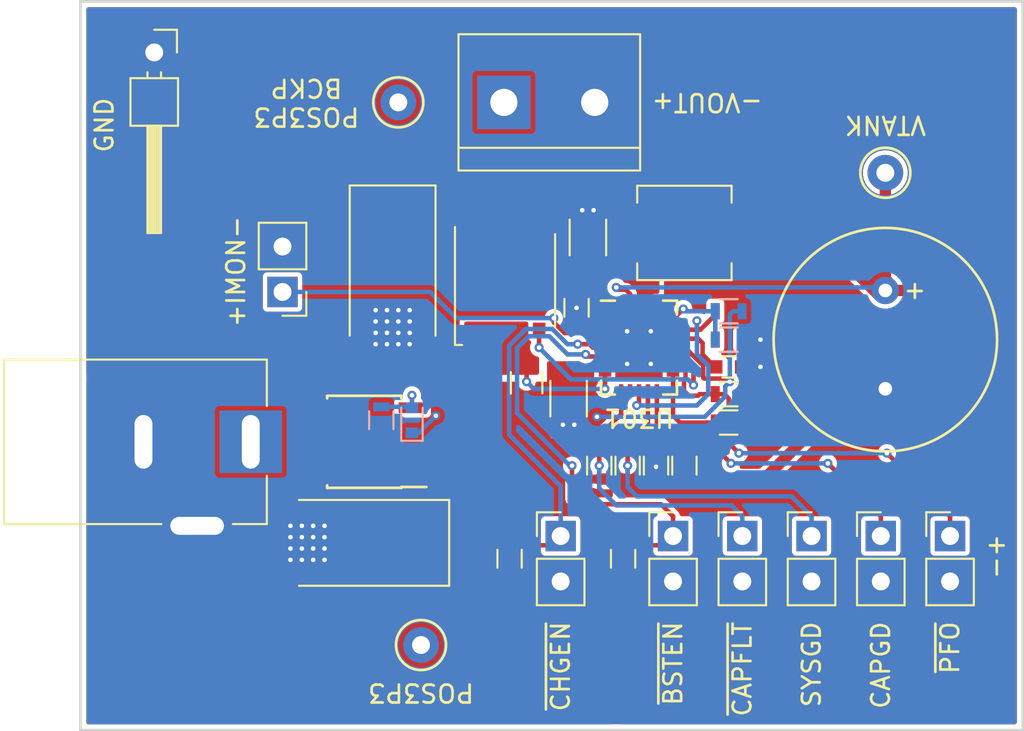
<source format=kicad_pcb>
(kicad_pcb (version 20171130) (host pcbnew "(5.1.0)-1")

  (general
    (thickness 1.6)
    (drawings 17)
    (tracks 248)
    (zones 0)
    (modules 39)
    (nets 22)
  )

  (page A)
  (layers
    (0 F.Cu signal)
    (31 B.Cu signal)
    (32 B.Adhes user)
    (33 F.Adhes user)
    (34 B.Paste user)
    (35 F.Paste user)
    (36 B.SilkS user)
    (37 F.SilkS user)
    (38 B.Mask user)
    (39 F.Mask user)
    (40 Dwgs.User user)
    (41 Cmts.User user)
    (42 Eco1.User user)
    (43 Eco2.User user)
    (44 Edge.Cuts user)
    (45 Margin user)
    (46 B.CrtYd user)
    (47 F.CrtYd user)
    (48 B.Fab user hide)
    (49 F.Fab user hide)
  )

  (setup
    (last_trace_width 0.25)
    (trace_clearance 0.2)
    (zone_clearance 0.254)
    (zone_45_only yes)
    (trace_min 0.127)
    (via_size 0.508)
    (via_drill 0.254)
    (via_min_size 0.4)
    (via_min_drill 0.199898)
    (uvia_size 0.3)
    (uvia_drill 0.1)
    (uvias_allowed no)
    (uvia_min_size 0.2)
    (uvia_min_drill 0.1)
    (edge_width 0.15)
    (segment_width 0.2)
    (pcb_text_width 0.3)
    (pcb_text_size 1.5 1.5)
    (mod_edge_width 0.15)
    (mod_text_size 1 1)
    (mod_text_width 0.15)
    (pad_size 1.524 1.524)
    (pad_drill 0.762)
    (pad_to_mask_clearance 0.051)
    (solder_mask_min_width 0.25)
    (aux_axis_origin 0 0)
    (visible_elements 7FFDFE7F)
    (pcbplotparams
      (layerselection 0x010fc_ffffffff)
      (usegerberextensions false)
      (usegerberattributes false)
      (usegerberadvancedattributes false)
      (creategerberjobfile false)
      (excludeedgelayer true)
      (linewidth 0.100000)
      (plotframeref false)
      (viasonmask false)
      (mode 1)
      (useauxorigin false)
      (hpglpennumber 1)
      (hpglpenspeed 20)
      (hpglpendiameter 15.000000)
      (psnegative false)
      (psa4output false)
      (plotreference true)
      (plotvalue true)
      (plotinvisibletext false)
      (padsonsilk false)
      (subtractmaskfromsilk false)
      (outputformat 1)
      (mirror false)
      (drillshape 1)
      (scaleselection 1)
      (outputdirectory ""))
  )

  (net 0 "")
  (net 1 GND)
  (net 2 +3V3)
  (net 3 "Net-(C302-Pad1)")
  (net 4 VTANK)
  (net 5 "Net-(D201-Pad2)")
  (net 6 "Net-(J201-Pad1)")
  (net 7 "Net-(L301-Pad1)")
  (net 8 "Net-(Q301-Pad1)")
  (net 9 +3.3V_BCKP)
  (net 10 "Net-(JP301-Pad1)")
  (net 11 "Net-(JP302-Pad1)")
  (net 12 "Net-(Q301-Pad4)")
  (net 13 ~BCKP_PFO)
  (net 14 BCKP_SYSGD)
  (net 15 BCKP_CAPGD)
  (net 16 ~BCKP_CAPFLT)
  (net 17 "Net-(R307-Pad2)")
  (net 18 "Net-(R310-Pad1)")
  (net 19 "Net-(R311-Pad2)")
  (net 20 "Net-(R313-Pad2)")
  (net 21 BCKP_IMON)

  (net_class Default "This is the default net class."
    (clearance 0.2)
    (trace_width 0.25)
    (via_dia 0.508)
    (via_drill 0.254)
    (uvia_dia 0.3)
    (uvia_drill 0.1)
  )

  (net_class Power ""
    (clearance 0.1524)
    (trace_width 0.635)
    (via_dia 0.508)
    (via_drill 0.254)
    (uvia_dia 0.3)
    (uvia_drill 0.1)
    (add_net +3.3V_BCKP)
    (add_net +3V3)
    (add_net GND)
    (add_net "Net-(L301-Pad1)")
    (add_net VTANK)
  )

  (net_class Signal ""
    (clearance 0.1524)
    (trace_width 0.254)
    (via_dia 0.508)
    (via_drill 0.254)
    (uvia_dia 0.3)
    (uvia_drill 0.1)
    (add_net BCKP_CAPGD)
    (add_net BCKP_IMON)
    (add_net BCKP_SYSGD)
    (add_net "Net-(C302-Pad1)")
    (add_net "Net-(D201-Pad2)")
    (add_net "Net-(J201-Pad1)")
    (add_net "Net-(JP301-Pad1)")
    (add_net "Net-(JP302-Pad1)")
    (add_net "Net-(Q301-Pad1)")
    (add_net "Net-(Q301-Pad4)")
    (add_net "Net-(R307-Pad2)")
    (add_net "Net-(R310-Pad1)")
    (add_net "Net-(R311-Pad2)")
    (add_net "Net-(R313-Pad2)")
    (add_net ~BCKP_CAPFLT)
    (add_net ~BCKP_PFO)
  )

  (module Resistors_SMD:R_0603 (layer F.Cu) (tedit 58E0A804) (tstamp 5CA2DC99)
    (at 130.6195 102.997 270)
    (descr "Resistor SMD 0603, reflow soldering, Vishay (see dcrcw.pdf)")
    (tags "resistor 0603")
    (path /5C81AEFF/5CA31370)
    (attr smd)
    (fp_text reference R314 (at 0 -1.45 270) (layer F.SilkS) hide
      (effects (font (size 1 1) (thickness 0.15)))
    )
    (fp_text value 392k (at 0 1.5 270) (layer F.Fab)
      (effects (font (size 1 1) (thickness 0.15)))
    )
    (fp_line (start 1.25 0.7) (end -1.25 0.7) (layer F.CrtYd) (width 0.05))
    (fp_line (start 1.25 0.7) (end 1.25 -0.7) (layer F.CrtYd) (width 0.05))
    (fp_line (start -1.25 -0.7) (end -1.25 0.7) (layer F.CrtYd) (width 0.05))
    (fp_line (start -1.25 -0.7) (end 1.25 -0.7) (layer F.CrtYd) (width 0.05))
    (fp_line (start -0.5 -0.68) (end 0.5 -0.68) (layer F.SilkS) (width 0.12))
    (fp_line (start 0.5 0.68) (end -0.5 0.68) (layer F.SilkS) (width 0.12))
    (fp_line (start -0.8 -0.4) (end 0.8 -0.4) (layer F.Fab) (width 0.1))
    (fp_line (start 0.8 -0.4) (end 0.8 0.4) (layer F.Fab) (width 0.1))
    (fp_line (start 0.8 0.4) (end -0.8 0.4) (layer F.Fab) (width 0.1))
    (fp_line (start -0.8 0.4) (end -0.8 -0.4) (layer F.Fab) (width 0.1))
    (fp_text user %R (at 0 0 270) (layer F.Fab)
      (effects (font (size 0.4 0.4) (thickness 0.075)))
    )
    (pad 2 smd rect (at 0.75 0 270) (size 0.5 0.9) (layers F.Cu F.Paste F.Mask)
      (net 1 GND))
    (pad 1 smd rect (at -0.75 0 270) (size 0.5 0.9) (layers F.Cu F.Paste F.Mask)
      (net 20 "Net-(R313-Pad2)"))
    (model ${KISYS3DMOD}/Resistors_SMD.3dshapes/R_0603.wrl
      (at (xyz 0 0 0))
      (scale (xyz 1 1 1))
      (rotate (xyz 0 0 0))
    )
  )

  (module Capacitors_Tantalum_SMD:CP_Tantalum_Case-D_EIA-7343-31_Reflow (layer F.Cu) (tedit 58CC8C08) (tstamp 5CA2DA83)
    (at 114.3 107.315 180)
    (descr "Tantalum capacitor, Case D, EIA 7343-31, 7.3x4.3x2.8mm, Reflow soldering footprint")
    (tags "capacitor tantalum smd")
    (path /5C81AEEA/5C399601)
    (attr smd)
    (fp_text reference C201 (at 0 -3.9 180) (layer F.SilkS) hide
      (effects (font (size 1 1) (thickness 0.15)))
    )
    (fp_text value 100uF (at 0 3.9 180) (layer F.Fab)
      (effects (font (size 1 1) (thickness 0.15)))
    )
    (fp_text user %R (at 0 0 180) (layer F.Fab)
      (effects (font (size 1 1) (thickness 0.15)))
    )
    (fp_line (start -4.85 -2.5) (end -4.85 2.5) (layer F.CrtYd) (width 0.05))
    (fp_line (start -4.85 2.5) (end 4.85 2.5) (layer F.CrtYd) (width 0.05))
    (fp_line (start 4.85 2.5) (end 4.85 -2.5) (layer F.CrtYd) (width 0.05))
    (fp_line (start 4.85 -2.5) (end -4.85 -2.5) (layer F.CrtYd) (width 0.05))
    (fp_line (start -3.65 -2.15) (end -3.65 2.15) (layer F.Fab) (width 0.1))
    (fp_line (start -3.65 2.15) (end 3.65 2.15) (layer F.Fab) (width 0.1))
    (fp_line (start 3.65 2.15) (end 3.65 -2.15) (layer F.Fab) (width 0.1))
    (fp_line (start 3.65 -2.15) (end -3.65 -2.15) (layer F.Fab) (width 0.1))
    (fp_line (start -2.92 -2.15) (end -2.92 2.15) (layer F.Fab) (width 0.1))
    (fp_line (start -2.555 -2.15) (end -2.555 2.15) (layer F.Fab) (width 0.1))
    (fp_line (start -4.75 -2.4) (end 3.65 -2.4) (layer F.SilkS) (width 0.12))
    (fp_line (start -4.75 2.4) (end 3.65 2.4) (layer F.SilkS) (width 0.12))
    (fp_line (start -4.75 -2.4) (end -4.75 2.4) (layer F.SilkS) (width 0.12))
    (pad 1 smd rect (at -3.175 0 180) (size 2.55 2.7) (layers F.Cu F.Paste F.Mask)
      (net 2 +3V3))
    (pad 2 smd rect (at 3.175 0 180) (size 2.55 2.7) (layers F.Cu F.Paste F.Mask)
      (net 1 GND))
    (model Capacitors_Tantalum_SMD.3dshapes/CP_Tantalum_Case-D_EIA-7343-31.wrl
      (at (xyz 0 0 0))
      (scale (xyz 1 1 1))
      (rotate (xyz 0 0 0))
    )
  )

  (module Capacitors_SMD:C_1206 (layer F.Cu) (tedit 58AA84B8) (tstamp 5CA2DA94)
    (at 125.73 99.2505 270)
    (descr "Capacitor SMD 1206, reflow soldering, AVX (see smccp.pdf)")
    (tags "capacitor 1206")
    (path /5C81AEFF/5CAC83FA)
    (attr smd)
    (fp_text reference C301 (at 0 -1.75 270) (layer F.SilkS) hide
      (effects (font (size 1 1) (thickness 0.15)))
    )
    (fp_text value 10uF (at 0 2 270) (layer F.Fab)
      (effects (font (size 1 1) (thickness 0.15)))
    )
    (fp_text user %R (at 0 -1.75 270) (layer F.Fab)
      (effects (font (size 1 1) (thickness 0.15)))
    )
    (fp_line (start -1.6 0.8) (end -1.6 -0.8) (layer F.Fab) (width 0.1))
    (fp_line (start 1.6 0.8) (end -1.6 0.8) (layer F.Fab) (width 0.1))
    (fp_line (start 1.6 -0.8) (end 1.6 0.8) (layer F.Fab) (width 0.1))
    (fp_line (start -1.6 -0.8) (end 1.6 -0.8) (layer F.Fab) (width 0.1))
    (fp_line (start 1 -1.02) (end -1 -1.02) (layer F.SilkS) (width 0.12))
    (fp_line (start -1 1.02) (end 1 1.02) (layer F.SilkS) (width 0.12))
    (fp_line (start -2.25 -1.05) (end 2.25 -1.05) (layer F.CrtYd) (width 0.05))
    (fp_line (start -2.25 -1.05) (end -2.25 1.05) (layer F.CrtYd) (width 0.05))
    (fp_line (start 2.25 1.05) (end 2.25 -1.05) (layer F.CrtYd) (width 0.05))
    (fp_line (start 2.25 1.05) (end -2.25 1.05) (layer F.CrtYd) (width 0.05))
    (pad 1 smd rect (at -1.5 0 270) (size 1 1.6) (layers F.Cu F.Paste F.Mask)
      (net 2 +3V3))
    (pad 2 smd rect (at 1.5 0 270) (size 1 1.6) (layers F.Cu F.Paste F.Mask)
      (net 1 GND))
    (model Capacitors_SMD.3dshapes/C_1206.wrl
      (at (xyz 0 0 0))
      (scale (xyz 1 1 1))
      (rotate (xyz 0 0 0))
    )
  )

  (module Capacitors_SMD:C_0603 (layer F.Cu) (tedit 59958EE7) (tstamp 5CA2DAA5)
    (at 134.6835 97.4725)
    (descr "Capacitor SMD 0603, reflow soldering, AVX (see smccp.pdf)")
    (tags "capacitor 0603")
    (path /5C81AEFF/5CA2AE96)
    (attr smd)
    (fp_text reference C302 (at 0 -1.5) (layer F.SilkS) hide
      (effects (font (size 1 1) (thickness 0.15)))
    )
    (fp_text value 2.2nF (at 0 1.5) (layer F.Fab)
      (effects (font (size 1 1) (thickness 0.15)))
    )
    (fp_text user %R (at 0 0) (layer F.Fab)
      (effects (font (size 0.3 0.3) (thickness 0.075)))
    )
    (fp_line (start -0.8 0.4) (end -0.8 -0.4) (layer F.Fab) (width 0.1))
    (fp_line (start 0.8 0.4) (end -0.8 0.4) (layer F.Fab) (width 0.1))
    (fp_line (start 0.8 -0.4) (end 0.8 0.4) (layer F.Fab) (width 0.1))
    (fp_line (start -0.8 -0.4) (end 0.8 -0.4) (layer F.Fab) (width 0.1))
    (fp_line (start -0.35 -0.6) (end 0.35 -0.6) (layer F.SilkS) (width 0.12))
    (fp_line (start 0.35 0.6) (end -0.35 0.6) (layer F.SilkS) (width 0.12))
    (fp_line (start -1.4 -0.65) (end 1.4 -0.65) (layer F.CrtYd) (width 0.05))
    (fp_line (start -1.4 -0.65) (end -1.4 0.65) (layer F.CrtYd) (width 0.05))
    (fp_line (start 1.4 0.65) (end 1.4 -0.65) (layer F.CrtYd) (width 0.05))
    (fp_line (start 1.4 0.65) (end -1.4 0.65) (layer F.CrtYd) (width 0.05))
    (pad 1 smd rect (at -0.75 0) (size 0.8 0.75) (layers F.Cu F.Paste F.Mask)
      (net 3 "Net-(C302-Pad1)"))
    (pad 2 smd rect (at 0.75 0) (size 0.8 0.75) (layers F.Cu F.Paste F.Mask)
      (net 1 GND))
    (model Capacitors_SMD.3dshapes/C_0603.wrl
      (at (xyz 0 0 0))
      (scale (xyz 1 1 1))
      (rotate (xyz 0 0 0))
    )
  )

  (module Capacitors_SMD:C_1206 (layer F.Cu) (tedit 58AA84B8) (tstamp 5CA2DAB6)
    (at 126.8095 90.2335 90)
    (descr "Capacitor SMD 1206, reflow soldering, AVX (see smccp.pdf)")
    (tags "capacitor 1206")
    (path /5C81AEFF/5CAC7591)
    (attr smd)
    (fp_text reference C303 (at 0 -1.75 90) (layer F.SilkS) hide
      (effects (font (size 1 1) (thickness 0.15)))
    )
    (fp_text value 10uF (at 0 2 90) (layer F.Fab)
      (effects (font (size 1 1) (thickness 0.15)))
    )
    (fp_line (start 2.25 1.05) (end -2.25 1.05) (layer F.CrtYd) (width 0.05))
    (fp_line (start 2.25 1.05) (end 2.25 -1.05) (layer F.CrtYd) (width 0.05))
    (fp_line (start -2.25 -1.05) (end -2.25 1.05) (layer F.CrtYd) (width 0.05))
    (fp_line (start -2.25 -1.05) (end 2.25 -1.05) (layer F.CrtYd) (width 0.05))
    (fp_line (start -1 1.02) (end 1 1.02) (layer F.SilkS) (width 0.12))
    (fp_line (start 1 -1.02) (end -1 -1.02) (layer F.SilkS) (width 0.12))
    (fp_line (start -1.6 -0.8) (end 1.6 -0.8) (layer F.Fab) (width 0.1))
    (fp_line (start 1.6 -0.8) (end 1.6 0.8) (layer F.Fab) (width 0.1))
    (fp_line (start 1.6 0.8) (end -1.6 0.8) (layer F.Fab) (width 0.1))
    (fp_line (start -1.6 0.8) (end -1.6 -0.8) (layer F.Fab) (width 0.1))
    (fp_text user %R (at 0 -1.75 90) (layer F.Fab)
      (effects (font (size 1 1) (thickness 0.15)))
    )
    (pad 2 smd rect (at 1.5 0 90) (size 1 1.6) (layers F.Cu F.Paste F.Mask)
      (net 1 GND))
    (pad 1 smd rect (at -1.5 0 90) (size 1 1.6) (layers F.Cu F.Paste F.Mask)
      (net 9 +3.3V_BCKP))
    (model Capacitors_SMD.3dshapes/C_1206.wrl
      (at (xyz 0 0 0))
      (scale (xyz 1 1 1))
      (rotate (xyz 0 0 0))
    )
  )

  (module "Custom Footprints Library:SCCT30B156SRB" (layer F.Cu) (tedit 5B553F9D) (tstamp 5CA2DABE)
    (at 143.4465 95.9485)
    (path /5C81AEFF/5CA36742)
    (fp_text reference C304 (at 0 -7.4502) (layer F.SilkS) hide
      (effects (font (size 1 1) (thickness 0.15)))
    )
    (fp_text value 15F (at 0.1016 -8.4502) (layer F.Fab)
      (effects (font (size 1 1) (thickness 0.15)))
    )
    (fp_circle (center 0 0) (end 6.25 0) (layer F.SilkS) (width 0.15))
    (fp_text user + (at 1.651 -2.794) (layer F.SilkS)
      (effects (font (size 1 1) (thickness 0.15)))
    )
    (pad 1 thru_hole circle (at 0 -2.75) (size 1.524 1.524) (drill 0.762) (layers *.Cu *.Mask)
      (net 4 VTANK))
    (pad 2 thru_hole circle (at 0 2.75) (size 1.524 1.524) (drill 0.762) (layers *.Cu *.Mask)
      (net 1 GND))
  )

  (module Capacitors_Tantalum_SMD:CP_Tantalum_Case-D_EIA-7343-31_Reflow (layer F.Cu) (tedit 58CC8C08) (tstamp 5CA2DAD2)
    (at 115.8875 92.075 270)
    (descr "Tantalum capacitor, Case D, EIA 7343-31, 7.3x4.3x2.8mm, Reflow soldering footprint")
    (tags "capacitor tantalum smd")
    (path /5C81AEFF/5CAC184B)
    (attr smd)
    (fp_text reference C305 (at 0 -3.9 270) (layer F.SilkS) hide
      (effects (font (size 1 1) (thickness 0.15)))
    )
    (fp_text value 100uF (at 0 3.9 270) (layer F.Fab)
      (effects (font (size 1 1) (thickness 0.15)))
    )
    (fp_line (start -4.75 -2.4) (end -4.75 2.4) (layer F.SilkS) (width 0.12))
    (fp_line (start -4.75 2.4) (end 3.65 2.4) (layer F.SilkS) (width 0.12))
    (fp_line (start -4.75 -2.4) (end 3.65 -2.4) (layer F.SilkS) (width 0.12))
    (fp_line (start -2.555 -2.15) (end -2.555 2.15) (layer F.Fab) (width 0.1))
    (fp_line (start -2.92 -2.15) (end -2.92 2.15) (layer F.Fab) (width 0.1))
    (fp_line (start 3.65 -2.15) (end -3.65 -2.15) (layer F.Fab) (width 0.1))
    (fp_line (start 3.65 2.15) (end 3.65 -2.15) (layer F.Fab) (width 0.1))
    (fp_line (start -3.65 2.15) (end 3.65 2.15) (layer F.Fab) (width 0.1))
    (fp_line (start -3.65 -2.15) (end -3.65 2.15) (layer F.Fab) (width 0.1))
    (fp_line (start 4.85 -2.5) (end -4.85 -2.5) (layer F.CrtYd) (width 0.05))
    (fp_line (start 4.85 2.5) (end 4.85 -2.5) (layer F.CrtYd) (width 0.05))
    (fp_line (start -4.85 2.5) (end 4.85 2.5) (layer F.CrtYd) (width 0.05))
    (fp_line (start -4.85 -2.5) (end -4.85 2.5) (layer F.CrtYd) (width 0.05))
    (fp_text user %R (at 0 0 270) (layer F.Fab)
      (effects (font (size 1 1) (thickness 0.15)))
    )
    (pad 2 smd rect (at 3.175 0 270) (size 2.55 2.7) (layers F.Cu F.Paste F.Mask)
      (net 1 GND))
    (pad 1 smd rect (at -3.175 0 270) (size 2.55 2.7) (layers F.Cu F.Paste F.Mask)
      (net 9 +3.3V_BCKP))
    (model Capacitors_Tantalum_SMD.3dshapes/CP_Tantalum_Case-D_EIA-7343-31.wrl
      (at (xyz 0 0 0))
      (scale (xyz 1 1 1))
      (rotate (xyz 0 0 0))
    )
  )

  (module Diodes_SMD:D_SOD-523 (layer B.Cu) (tedit 586419F0) (tstamp 5CA2DAEA)
    (at 116.967 100.457 90)
    (descr "http://www.diodes.com/datasheets/ap02001.pdf p.144")
    (tags "Diode SOD523")
    (path /5C81AEEA/5C39387B)
    (attr smd)
    (fp_text reference D201 (at 0 1.3 90) (layer B.SilkS) hide
      (effects (font (size 1 1) (thickness 0.15)) (justify mirror))
    )
    (fp_text value MM5Z10V (at 0 -1.4 90) (layer B.Fab)
      (effects (font (size 1 1) (thickness 0.15)) (justify mirror))
    )
    (fp_line (start 0.7 -0.6) (end -1.15 -0.6) (layer B.SilkS) (width 0.12))
    (fp_line (start 0.7 0.6) (end -1.15 0.6) (layer B.SilkS) (width 0.12))
    (fp_line (start 0.65 -0.45) (end -0.65 -0.45) (layer B.Fab) (width 0.1))
    (fp_line (start -0.65 -0.45) (end -0.65 0.45) (layer B.Fab) (width 0.1))
    (fp_line (start -0.65 0.45) (end 0.65 0.45) (layer B.Fab) (width 0.1))
    (fp_line (start 0.65 0.45) (end 0.65 -0.45) (layer B.Fab) (width 0.1))
    (fp_line (start -0.2 -0.2) (end -0.2 0.2) (layer B.Fab) (width 0.1))
    (fp_line (start -0.2 0) (end -0.35 0) (layer B.Fab) (width 0.1))
    (fp_line (start -0.2 0) (end 0.1 -0.2) (layer B.Fab) (width 0.1))
    (fp_line (start 0.1 -0.2) (end 0.1 0.2) (layer B.Fab) (width 0.1))
    (fp_line (start 0.1 0.2) (end -0.2 0) (layer B.Fab) (width 0.1))
    (fp_line (start 0.1 0) (end 0.25 0) (layer B.Fab) (width 0.1))
    (fp_line (start 1.25 -0.7) (end -1.25 -0.7) (layer B.CrtYd) (width 0.05))
    (fp_line (start -1.25 -0.7) (end -1.25 0.7) (layer B.CrtYd) (width 0.05))
    (fp_line (start -1.25 0.7) (end 1.25 0.7) (layer B.CrtYd) (width 0.05))
    (fp_line (start 1.25 0.7) (end 1.25 -0.7) (layer B.CrtYd) (width 0.05))
    (fp_line (start -1.15 0.6) (end -1.15 -0.6) (layer B.SilkS) (width 0.12))
    (fp_text user %R (at 0 1.3 90) (layer B.Fab)
      (effects (font (size 1 1) (thickness 0.15)) (justify mirror))
    )
    (pad 1 smd rect (at -0.7 0 270) (size 0.6 0.7) (layers B.Cu B.Paste B.Mask)
      (net 2 +3V3))
    (pad 2 smd rect (at 0.7 0 270) (size 0.6 0.7) (layers B.Cu B.Paste B.Mask)
      (net 5 "Net-(D201-Pad2)"))
    (model ${KISYS3DMOD}/Diodes_SMD.3dshapes/D_SOD-523.wrl
      (at (xyz 0 0 0))
      (scale (xyz 1 1 1))
      (rotate (xyz 0 0 0))
    )
  )

  (module Connectors:BARREL_JACK (layer F.Cu) (tedit 5861378E) (tstamp 5CA2F6DA)
    (at 107.95 101.6635)
    (descr "DC Barrel Jack")
    (tags "Power Jack")
    (path /5C81AEEA/5C3914FA)
    (fp_text reference J201 (at -8.45 5.75 180) (layer F.SilkS) hide
      (effects (font (size 1 1) (thickness 0.15)))
    )
    (fp_text value +3.3VIN (at -6.2 -5.5) (layer F.Fab)
      (effects (font (size 1 1) (thickness 0.15)))
    )
    (fp_line (start 0.8 -4.5) (end -13.7 -4.5) (layer F.Fab) (width 0.1))
    (fp_line (start 0.8 4.5) (end 0.8 -4.5) (layer F.Fab) (width 0.1))
    (fp_line (start -13.7 4.5) (end 0.8 4.5) (layer F.Fab) (width 0.1))
    (fp_line (start -13.7 -4.5) (end -13.7 4.5) (layer F.Fab) (width 0.1))
    (fp_line (start -10.2 -4.5) (end -10.2 4.5) (layer F.Fab) (width 0.1))
    (fp_line (start 0.9 -4.6) (end 0.9 -2) (layer F.SilkS) (width 0.12))
    (fp_line (start -13.8 -4.6) (end 0.9 -4.6) (layer F.SilkS) (width 0.12))
    (fp_line (start 0.9 4.6) (end -1 4.6) (layer F.SilkS) (width 0.12))
    (fp_line (start 0.9 1.9) (end 0.9 4.6) (layer F.SilkS) (width 0.12))
    (fp_line (start -13.8 4.6) (end -13.8 -4.6) (layer F.SilkS) (width 0.12))
    (fp_line (start -5 4.6) (end -13.8 4.6) (layer F.SilkS) (width 0.12))
    (fp_line (start -14 4.75) (end -14 -4.75) (layer F.CrtYd) (width 0.05))
    (fp_line (start -5 4.75) (end -14 4.75) (layer F.CrtYd) (width 0.05))
    (fp_line (start -5 6.75) (end -5 4.75) (layer F.CrtYd) (width 0.05))
    (fp_line (start -1 6.75) (end -5 6.75) (layer F.CrtYd) (width 0.05))
    (fp_line (start -1 4.75) (end -1 6.75) (layer F.CrtYd) (width 0.05))
    (fp_line (start 1 4.75) (end -1 4.75) (layer F.CrtYd) (width 0.05))
    (fp_line (start 1 2) (end 1 4.75) (layer F.CrtYd) (width 0.05))
    (fp_line (start 2 2) (end 1 2) (layer F.CrtYd) (width 0.05))
    (fp_line (start 2 -2) (end 2 2) (layer F.CrtYd) (width 0.05))
    (fp_line (start 1 -2) (end 2 -2) (layer F.CrtYd) (width 0.05))
    (fp_line (start 1 -4.5) (end 1 -2) (layer F.CrtYd) (width 0.05))
    (fp_line (start 1 -4.75) (end -14 -4.75) (layer F.CrtYd) (width 0.05))
    (fp_line (start 1 -4.5) (end 1 -4.75) (layer F.CrtYd) (width 0.05))
    (pad 3 thru_hole rect (at -3 4.7) (size 3.5 3.5) (drill oval 3 1) (layers *.Cu *.Mask)
      (net 1 GND))
    (pad 2 thru_hole rect (at -6 0) (size 3.5 3.5) (drill oval 1 3) (layers *.Cu *.Mask)
      (net 1 GND))
    (pad 1 thru_hole rect (at 0 0) (size 3.5 3.5) (drill oval 1 3) (layers *.Cu *.Mask)
      (net 6 "Net-(J201-Pad1)"))
  )

  (module TerminalBlock:TerminalBlock_bornier-2_P5.08mm (layer F.Cu) (tedit 59FF03AB) (tstamp 5CA2DB1E)
    (at 122.1105 82.677)
    (descr "simple 2-pin terminal block, pitch 5.08mm, revamped version of bornier2")
    (tags "terminal block bornier2")
    (path /5C81AEEA/5C98F994)
    (fp_text reference J202 (at 2.54 -5.08) (layer F.SilkS) hide
      (effects (font (size 1 1) (thickness 0.15)))
    )
    (fp_text value VOUT (at 2.54 5.08) (layer F.Fab)
      (effects (font (size 1 1) (thickness 0.15)))
    )
    (fp_line (start 7.79 4) (end -2.71 4) (layer F.CrtYd) (width 0.05))
    (fp_line (start 7.79 4) (end 7.79 -4) (layer F.CrtYd) (width 0.05))
    (fp_line (start -2.71 -4) (end -2.71 4) (layer F.CrtYd) (width 0.05))
    (fp_line (start -2.71 -4) (end 7.79 -4) (layer F.CrtYd) (width 0.05))
    (fp_line (start -2.54 3.81) (end 7.62 3.81) (layer F.SilkS) (width 0.12))
    (fp_line (start -2.54 -3.81) (end -2.54 3.81) (layer F.SilkS) (width 0.12))
    (fp_line (start 7.62 -3.81) (end -2.54 -3.81) (layer F.SilkS) (width 0.12))
    (fp_line (start 7.62 3.81) (end 7.62 -3.81) (layer F.SilkS) (width 0.12))
    (fp_line (start 7.62 2.54) (end -2.54 2.54) (layer F.SilkS) (width 0.12))
    (fp_line (start 7.54 -3.75) (end -2.46 -3.75) (layer F.Fab) (width 0.1))
    (fp_line (start 7.54 3.75) (end 7.54 -3.75) (layer F.Fab) (width 0.1))
    (fp_line (start -2.46 3.75) (end 7.54 3.75) (layer F.Fab) (width 0.1))
    (fp_line (start -2.46 -3.75) (end -2.46 3.75) (layer F.Fab) (width 0.1))
    (fp_line (start -2.41 2.55) (end 7.49 2.55) (layer F.Fab) (width 0.1))
    (fp_text user %R (at 2.54 0) (layer F.Fab)
      (effects (font (size 1 1) (thickness 0.15)))
    )
    (pad 2 thru_hole circle (at 5.08 0) (size 3 3) (drill 1.52) (layers *.Cu *.Mask)
      (net 1 GND))
    (pad 1 thru_hole rect (at 0 0) (size 3 3) (drill 1.52) (layers *.Cu *.Mask)
      (net 9 +3.3V_BCKP))
    (model ${KISYS3DMOD}/Terminal_Blocks.3dshapes/TerminalBlock_bornier-2_P5.08mm.wrl
      (offset (xyz 2.539999961853027 0 0))
      (scale (xyz 1 1 1))
      (rotate (xyz 0 0 0))
    )
  )

  (module Pin_Headers:Pin_Header_Straight_1x02_Pitch2.54mm (layer F.Cu) (tedit 59650532) (tstamp 5CA2F8F5)
    (at 125.2855 106.934)
    (descr "Through hole straight pin header, 1x02, 2.54mm pitch, single row")
    (tags "Through hole pin header THT 1x02 2.54mm single row")
    (path /5C81AEFF/5CA8A180)
    (fp_text reference JP301 (at 0 -2.33) (layer F.SilkS) hide
      (effects (font (size 1 1) (thickness 0.15)))
    )
    (fp_text value ~CHGEN (at 0 4.87) (layer F.Fab)
      (effects (font (size 1 1) (thickness 0.15)))
    )
    (fp_text user %R (at 0 1.27 90) (layer F.Fab)
      (effects (font (size 1 1) (thickness 0.15)))
    )
    (fp_line (start 1.8 -1.8) (end -1.8 -1.8) (layer F.CrtYd) (width 0.05))
    (fp_line (start 1.8 4.35) (end 1.8 -1.8) (layer F.CrtYd) (width 0.05))
    (fp_line (start -1.8 4.35) (end 1.8 4.35) (layer F.CrtYd) (width 0.05))
    (fp_line (start -1.8 -1.8) (end -1.8 4.35) (layer F.CrtYd) (width 0.05))
    (fp_line (start -1.33 -1.33) (end 0 -1.33) (layer F.SilkS) (width 0.12))
    (fp_line (start -1.33 0) (end -1.33 -1.33) (layer F.SilkS) (width 0.12))
    (fp_line (start -1.33 1.27) (end 1.33 1.27) (layer F.SilkS) (width 0.12))
    (fp_line (start 1.33 1.27) (end 1.33 3.87) (layer F.SilkS) (width 0.12))
    (fp_line (start -1.33 1.27) (end -1.33 3.87) (layer F.SilkS) (width 0.12))
    (fp_line (start -1.33 3.87) (end 1.33 3.87) (layer F.SilkS) (width 0.12))
    (fp_line (start -1.27 -0.635) (end -0.635 -1.27) (layer F.Fab) (width 0.1))
    (fp_line (start -1.27 3.81) (end -1.27 -0.635) (layer F.Fab) (width 0.1))
    (fp_line (start 1.27 3.81) (end -1.27 3.81) (layer F.Fab) (width 0.1))
    (fp_line (start 1.27 -1.27) (end 1.27 3.81) (layer F.Fab) (width 0.1))
    (fp_line (start -0.635 -1.27) (end 1.27 -1.27) (layer F.Fab) (width 0.1))
    (pad 2 thru_hole oval (at 0 2.54) (size 1.7 1.7) (drill 1) (layers *.Cu *.Mask)
      (net 1 GND))
    (pad 1 thru_hole rect (at 0 0) (size 1.7 1.7) (drill 1) (layers *.Cu *.Mask)
      (net 10 "Net-(JP301-Pad1)"))
    (model ${KISYS3DMOD}/Pin_Headers.3dshapes/Pin_Header_Straight_1x02_Pitch2.54mm.wrl
      (at (xyz 0 0 0))
      (scale (xyz 1 1 1))
      (rotate (xyz 0 0 0))
    )
  )

  (module Pin_Headers:Pin_Header_Straight_1x02_Pitch2.54mm (layer F.Cu) (tedit 59650532) (tstamp 5CA2F32B)
    (at 131.572 106.934)
    (descr "Through hole straight pin header, 1x02, 2.54mm pitch, single row")
    (tags "Through hole pin header THT 1x02 2.54mm single row")
    (path /5C81AEFF/5CA89121)
    (fp_text reference JP302 (at 0 -2.33) (layer F.SilkS) hide
      (effects (font (size 1 1) (thickness 0.15)))
    )
    (fp_text value ~BSTEN (at 0 4.87) (layer F.Fab)
      (effects (font (size 1 1) (thickness 0.15)))
    )
    (fp_line (start -0.635 -1.27) (end 1.27 -1.27) (layer F.Fab) (width 0.1))
    (fp_line (start 1.27 -1.27) (end 1.27 3.81) (layer F.Fab) (width 0.1))
    (fp_line (start 1.27 3.81) (end -1.27 3.81) (layer F.Fab) (width 0.1))
    (fp_line (start -1.27 3.81) (end -1.27 -0.635) (layer F.Fab) (width 0.1))
    (fp_line (start -1.27 -0.635) (end -0.635 -1.27) (layer F.Fab) (width 0.1))
    (fp_line (start -1.33 3.87) (end 1.33 3.87) (layer F.SilkS) (width 0.12))
    (fp_line (start -1.33 1.27) (end -1.33 3.87) (layer F.SilkS) (width 0.12))
    (fp_line (start 1.33 1.27) (end 1.33 3.87) (layer F.SilkS) (width 0.12))
    (fp_line (start -1.33 1.27) (end 1.33 1.27) (layer F.SilkS) (width 0.12))
    (fp_line (start -1.33 0) (end -1.33 -1.33) (layer F.SilkS) (width 0.12))
    (fp_line (start -1.33 -1.33) (end 0 -1.33) (layer F.SilkS) (width 0.12))
    (fp_line (start -1.8 -1.8) (end -1.8 4.35) (layer F.CrtYd) (width 0.05))
    (fp_line (start -1.8 4.35) (end 1.8 4.35) (layer F.CrtYd) (width 0.05))
    (fp_line (start 1.8 4.35) (end 1.8 -1.8) (layer F.CrtYd) (width 0.05))
    (fp_line (start 1.8 -1.8) (end -1.8 -1.8) (layer F.CrtYd) (width 0.05))
    (fp_text user %R (at 0 1.27 90) (layer F.Fab)
      (effects (font (size 1 1) (thickness 0.15)))
    )
    (pad 1 thru_hole rect (at 0 0) (size 1.7 1.7) (drill 1) (layers *.Cu *.Mask)
      (net 11 "Net-(JP302-Pad1)"))
    (pad 2 thru_hole oval (at 0 2.54) (size 1.7 1.7) (drill 1) (layers *.Cu *.Mask)
      (net 1 GND))
    (model ${KISYS3DMOD}/Pin_Headers.3dshapes/Pin_Header_Straight_1x02_Pitch2.54mm.wrl
      (at (xyz 0 0 0))
      (scale (xyz 1 1 1))
      (rotate (xyz 0 0 0))
    )
  )

  (module Inductors_SMD:L_Vishay_IHLP-2020 (layer F.Cu) (tedit 5990349D) (tstamp 5CA2DB5F)
    (at 132.207 89.9795)
    (descr "Inductor, Vishay, IHLP series, 5.1mmx5.1mm")
    (tags "inductor vishay ihlp smd")
    (path /5C81AEFF/5CA28FC7)
    (attr smd)
    (fp_text reference L301 (at 0 -3.54) (layer F.SilkS) hide
      (effects (font (size 1 1) (thickness 0.15)))
    )
    (fp_text value 2.2uH (at 0 4.04) (layer F.Fab)
      (effects (font (size 1 1) (thickness 0.15)))
    )
    (fp_line (start 3.65 -2.8) (end -3.65 -2.8) (layer F.CrtYd) (width 0.05))
    (fp_line (start 3.65 2.8) (end 3.65 -2.8) (layer F.CrtYd) (width 0.05))
    (fp_line (start -3.65 2.8) (end 3.65 2.8) (layer F.CrtYd) (width 0.05))
    (fp_line (start -3.65 -2.8) (end -3.65 2.8) (layer F.CrtYd) (width 0.05))
    (fp_line (start 2.64 2.64) (end 2.64 1.695) (layer F.SilkS) (width 0.12))
    (fp_line (start -2.64 2.64) (end 2.64 2.64) (layer F.SilkS) (width 0.12))
    (fp_line (start -2.64 1.695) (end -2.64 2.64) (layer F.SilkS) (width 0.12))
    (fp_line (start 2.64 -2.64) (end 2.64 -1.695) (layer F.SilkS) (width 0.12))
    (fp_line (start -2.64 -2.64) (end 2.64 -2.64) (layer F.SilkS) (width 0.12))
    (fp_line (start -2.64 -1.695) (end -2.64 -2.64) (layer F.SilkS) (width 0.12))
    (fp_line (start 2.54 -2.54) (end -2.54 -2.54) (layer F.Fab) (width 0.1))
    (fp_line (start 2.54 2.54) (end 2.54 -2.54) (layer F.Fab) (width 0.1))
    (fp_line (start -2.54 2.54) (end 2.54 2.54) (layer F.Fab) (width 0.1))
    (fp_line (start -2.54 -2.54) (end -2.54 2.54) (layer F.Fab) (width 0.1))
    (fp_text user %R (at 0 0) (layer F.Fab)
      (effects (font (size 1 1) (thickness 0.15)))
    )
    (pad 2 smd rect (at 2.4265 0) (size 1.903 2.79) (layers F.Cu F.Paste F.Mask)
      (net 4 VTANK))
    (pad 1 smd rect (at -2.4265 0) (size 1.903 2.79) (layers F.Cu F.Paste F.Mask)
      (net 7 "Net-(L301-Pad1)"))
    (model ${KISYS3DMOD}/Inductors_SMD.3dshapes/L_Vishay_IHLP-2020.wrl
      (at (xyz 0 0 0))
      (scale (xyz 1 1 1))
      (rotate (xyz 0 0 0))
    )
  )

  (module Housings_SOIC:SOIC-8_3.9x4.9mm_Pitch1.27mm (layer F.Cu) (tedit 58CD0CDA) (tstamp 5CA2DB7C)
    (at 114.3 101.6635 180)
    (descr "8-Lead Plastic Small Outline (SN) - Narrow, 3.90 mm Body [SOIC] (see Microchip Packaging Specification 00000049BS.pdf)")
    (tags "SOIC 1.27")
    (path /5C81AEEA/5C3917FF)
    (attr smd)
    (fp_text reference Q201 (at 0 -3.5 180) (layer F.SilkS) hide
      (effects (font (size 1 1) (thickness 0.15)))
    )
    (fp_text value IRF7404 (at 0 3.5 180) (layer F.Fab)
      (effects (font (size 1 1) (thickness 0.15)))
    )
    (fp_line (start -2.075 -2.525) (end -3.475 -2.525) (layer F.SilkS) (width 0.15))
    (fp_line (start -2.075 2.575) (end 2.075 2.575) (layer F.SilkS) (width 0.15))
    (fp_line (start -2.075 -2.575) (end 2.075 -2.575) (layer F.SilkS) (width 0.15))
    (fp_line (start -2.075 2.575) (end -2.075 2.43) (layer F.SilkS) (width 0.15))
    (fp_line (start 2.075 2.575) (end 2.075 2.43) (layer F.SilkS) (width 0.15))
    (fp_line (start 2.075 -2.575) (end 2.075 -2.43) (layer F.SilkS) (width 0.15))
    (fp_line (start -2.075 -2.575) (end -2.075 -2.525) (layer F.SilkS) (width 0.15))
    (fp_line (start -3.73 2.7) (end 3.73 2.7) (layer F.CrtYd) (width 0.05))
    (fp_line (start -3.73 -2.7) (end 3.73 -2.7) (layer F.CrtYd) (width 0.05))
    (fp_line (start 3.73 -2.7) (end 3.73 2.7) (layer F.CrtYd) (width 0.05))
    (fp_line (start -3.73 -2.7) (end -3.73 2.7) (layer F.CrtYd) (width 0.05))
    (fp_line (start -1.95 -1.45) (end -0.95 -2.45) (layer F.Fab) (width 0.1))
    (fp_line (start -1.95 2.45) (end -1.95 -1.45) (layer F.Fab) (width 0.1))
    (fp_line (start 1.95 2.45) (end -1.95 2.45) (layer F.Fab) (width 0.1))
    (fp_line (start 1.95 -2.45) (end 1.95 2.45) (layer F.Fab) (width 0.1))
    (fp_line (start -0.95 -2.45) (end 1.95 -2.45) (layer F.Fab) (width 0.1))
    (fp_text user %R (at 0 0 180) (layer F.Fab)
      (effects (font (size 1 1) (thickness 0.15)))
    )
    (pad 8 smd rect (at 2.7 -1.905 180) (size 1.55 0.6) (layers F.Cu F.Paste F.Mask)
      (net 6 "Net-(J201-Pad1)"))
    (pad 7 smd rect (at 2.7 -0.635 180) (size 1.55 0.6) (layers F.Cu F.Paste F.Mask)
      (net 6 "Net-(J201-Pad1)"))
    (pad 6 smd rect (at 2.7 0.635 180) (size 1.55 0.6) (layers F.Cu F.Paste F.Mask)
      (net 6 "Net-(J201-Pad1)"))
    (pad 5 smd rect (at 2.7 1.905 180) (size 1.55 0.6) (layers F.Cu F.Paste F.Mask)
      (net 6 "Net-(J201-Pad1)"))
    (pad 4 smd rect (at -2.7 1.905 180) (size 1.55 0.6) (layers F.Cu F.Paste F.Mask)
      (net 5 "Net-(D201-Pad2)"))
    (pad 3 smd rect (at -2.7 0.635 180) (size 1.55 0.6) (layers F.Cu F.Paste F.Mask)
      (net 2 +3V3))
    (pad 2 smd rect (at -2.7 -0.635 180) (size 1.55 0.6) (layers F.Cu F.Paste F.Mask)
      (net 2 +3V3))
    (pad 1 smd rect (at -2.7 -1.905 180) (size 1.55 0.6) (layers F.Cu F.Paste F.Mask)
      (net 2 +3V3))
    (model ${KISYS3DMOD}/Housings_SOIC.3dshapes/SOIC-8_3.9x4.9mm_Pitch1.27mm.wrl
      (at (xyz 0 0 0))
      (scale (xyz 1 1 1))
      (rotate (xyz 0 0 0))
    )
  )

  (module TO_SOT_Packages_SMD:TDSON-8-1 (layer F.Cu) (tedit 58CE4E7F) (tstamp 5CA2E93F)
    (at 122.174 92.6465 90)
    (descr "Power MOSFET package, TDSON-8-1, SuperS08, SON-8_5x6mm")
    (tags "tdson ")
    (path /5C81AEFF/5CA9636B)
    (attr smd)
    (fp_text reference Q301 (at 0 4 90) (layer F.SilkS) hide
      (effects (font (size 1 1) (thickness 0.15)))
    )
    (fp_text value IPC100N04S51R7ATMA1 (at 0 -4 90) (layer F.Fab)
      (effects (font (size 1 1) (thickness 0.15)))
    )
    (fp_line (start -2 -2.6) (end -3 -1.6) (layer F.Fab) (width 0.1))
    (fp_line (start 2.6 2.8) (end -2.6 2.8) (layer F.SilkS) (width 0.12))
    (fp_line (start 3 -2.8) (end -3.6 -2.8) (layer F.SilkS) (width 0.12))
    (fp_line (start 3.75 3) (end 3.75 -3) (layer F.CrtYd) (width 0.05))
    (fp_line (start 3.75 -3) (end -3.75 -3) (layer F.CrtYd) (width 0.05))
    (fp_line (start -3.75 -3) (end -3.75 3) (layer F.CrtYd) (width 0.05))
    (fp_line (start -3.75 3) (end 3.75 3) (layer F.CrtYd) (width 0.05))
    (fp_line (start 3 -2.6) (end 3 2.6) (layer F.Fab) (width 0.1))
    (fp_line (start 3 2.6) (end -3 2.6) (layer F.Fab) (width 0.1))
    (fp_line (start -3 2.6) (end -3 -1.6) (layer F.Fab) (width 0.1))
    (fp_line (start -2 -2.6) (end 3 -2.6) (layer F.Fab) (width 0.1))
    (fp_line (start -3.6 -2.8) (end -3.6 -2.4) (layer F.SilkS) (width 0.12))
    (fp_text user %R (at 0 -1 90) (layer F.Fab)
      (effects (font (size 1 1) (thickness 0.15)))
    )
    (pad 5 smd rect (at -0.75 1.09) (size 1.55 1.2) (layers F.Cu F.Paste F.Mask)
      (net 9 +3.3V_BCKP))
    (pad 5 smd rect (at -0.75 -1.09) (size 1.55 1.2) (layers F.Cu F.Paste F.Mask)
      (net 9 +3.3V_BCKP))
    (pad 5 smd rect (at 1.25 1.09) (size 1.55 1.6) (layers F.Cu F.Paste F.Mask)
      (net 9 +3.3V_BCKP))
    (pad 5 smd rect (at 1.25 -1.09) (size 1.55 1.6) (layers F.Cu F.Paste F.Mask)
      (net 9 +3.3V_BCKP))
    (pad 5 smd rect (at 0.5 0) (size 4.5 4.29) (layers F.Cu F.Paste F.Mask)
      (net 9 +3.3V_BCKP))
    (pad 5 smd rect (at 2.75 -1.91) (size 0.7 0.8) (layers F.Cu F.Paste F.Mask)
      (net 9 +3.3V_BCKP))
    (pad 5 smd rect (at 2.75 -0.64) (size 0.7 0.8) (layers F.Cu F.Paste F.Mask)
      (net 9 +3.3V_BCKP))
    (pad 5 smd rect (at 2.75 0.64) (size 0.7 0.8) (layers F.Cu F.Paste F.Mask)
      (net 9 +3.3V_BCKP))
    (pad 5 smd rect (at 2.75 1.91) (size 0.7 0.8) (layers F.Cu F.Paste F.Mask)
      (net 9 +3.3V_BCKP))
    (pad 4 smd rect (at -2.75 1.91) (size 0.7 0.8) (layers F.Cu F.Paste F.Mask)
      (net 12 "Net-(Q301-Pad4)"))
    (pad 3 smd rect (at -2.75 0.64) (size 0.7 0.8) (layers F.Cu F.Paste F.Mask)
      (net 8 "Net-(Q301-Pad1)"))
    (pad 2 smd rect (at -2.75 -0.64) (size 0.7 0.8) (layers F.Cu F.Paste F.Mask)
      (net 8 "Net-(Q301-Pad1)"))
    (pad 1 smd rect (at -2.75 -1.91) (size 0.7 0.8) (layers F.Cu F.Paste F.Mask)
      (net 8 "Net-(Q301-Pad1)"))
    (model ${KISYS3DMOD}/TO_SOT_Packages_SMD.3dshapes/TDSON-8-1.wrl
      (at (xyz 0 0 0))
      (scale (xyz 1 1 1))
      (rotate (xyz 0 0 0))
    )
  )

  (module Resistors_SMD:R_0603 (layer B.Cu) (tedit 58E0A804) (tstamp 5CA2DBAB)
    (at 115.2525 100.457 270)
    (descr "Resistor SMD 0603, reflow soldering, Vishay (see dcrcw.pdf)")
    (tags "resistor 0603")
    (path /5C81AEEA/5C395FB9)
    (attr smd)
    (fp_text reference R201 (at 0 1.45 270) (layer B.SilkS) hide
      (effects (font (size 1 1) (thickness 0.15)) (justify mirror))
    )
    (fp_text value 10k (at 0 -1.5 270) (layer B.Fab)
      (effects (font (size 1 1) (thickness 0.15)) (justify mirror))
    )
    (fp_text user %R (at 0 0 270) (layer B.Fab)
      (effects (font (size 0.4 0.4) (thickness 0.075)) (justify mirror))
    )
    (fp_line (start -0.8 -0.4) (end -0.8 0.4) (layer B.Fab) (width 0.1))
    (fp_line (start 0.8 -0.4) (end -0.8 -0.4) (layer B.Fab) (width 0.1))
    (fp_line (start 0.8 0.4) (end 0.8 -0.4) (layer B.Fab) (width 0.1))
    (fp_line (start -0.8 0.4) (end 0.8 0.4) (layer B.Fab) (width 0.1))
    (fp_line (start 0.5 -0.68) (end -0.5 -0.68) (layer B.SilkS) (width 0.12))
    (fp_line (start -0.5 0.68) (end 0.5 0.68) (layer B.SilkS) (width 0.12))
    (fp_line (start -1.25 0.7) (end 1.25 0.7) (layer B.CrtYd) (width 0.05))
    (fp_line (start -1.25 0.7) (end -1.25 -0.7) (layer B.CrtYd) (width 0.05))
    (fp_line (start 1.25 -0.7) (end 1.25 0.7) (layer B.CrtYd) (width 0.05))
    (fp_line (start 1.25 -0.7) (end -1.25 -0.7) (layer B.CrtYd) (width 0.05))
    (pad 1 smd rect (at -0.75 0 270) (size 0.5 0.9) (layers B.Cu B.Paste B.Mask)
      (net 5 "Net-(D201-Pad2)"))
    (pad 2 smd rect (at 0.75 0 270) (size 0.5 0.9) (layers B.Cu B.Paste B.Mask)
      (net 1 GND))
    (model ${KISYS3DMOD}/Resistors_SMD.3dshapes/R_0603.wrl
      (at (xyz 0 0 0))
      (scale (xyz 1 1 1))
      (rotate (xyz 0 0 0))
    )
  )

  (module Resistors_SMD:R_0603 (layer F.Cu) (tedit 58E0A804) (tstamp 5CA2DBBC)
    (at 134.6835 98.9965 180)
    (descr "Resistor SMD 0603, reflow soldering, Vishay (see dcrcw.pdf)")
    (tags "resistor 0603")
    (path /5C81AEFF/5CA6A42A)
    (attr smd)
    (fp_text reference R301 (at 0 -1.45 180) (layer F.SilkS) hide
      (effects (font (size 1 1) (thickness 0.15)))
    )
    (fp_text value 1M (at 0 1.5 180) (layer F.Fab)
      (effects (font (size 1 1) (thickness 0.15)))
    )
    (fp_line (start 1.25 0.7) (end -1.25 0.7) (layer F.CrtYd) (width 0.05))
    (fp_line (start 1.25 0.7) (end 1.25 -0.7) (layer F.CrtYd) (width 0.05))
    (fp_line (start -1.25 -0.7) (end -1.25 0.7) (layer F.CrtYd) (width 0.05))
    (fp_line (start -1.25 -0.7) (end 1.25 -0.7) (layer F.CrtYd) (width 0.05))
    (fp_line (start -0.5 -0.68) (end 0.5 -0.68) (layer F.SilkS) (width 0.12))
    (fp_line (start 0.5 0.68) (end -0.5 0.68) (layer F.SilkS) (width 0.12))
    (fp_line (start -0.8 -0.4) (end 0.8 -0.4) (layer F.Fab) (width 0.1))
    (fp_line (start 0.8 -0.4) (end 0.8 0.4) (layer F.Fab) (width 0.1))
    (fp_line (start 0.8 0.4) (end -0.8 0.4) (layer F.Fab) (width 0.1))
    (fp_line (start -0.8 0.4) (end -0.8 -0.4) (layer F.Fab) (width 0.1))
    (fp_text user %R (at 0 0 180) (layer F.Fab)
      (effects (font (size 0.4 0.4) (thickness 0.075)))
    )
    (pad 2 smd rect (at 0.75 0 180) (size 0.5 0.9) (layers F.Cu F.Paste F.Mask)
      (net 13 ~BCKP_PFO))
    (pad 1 smd rect (at -0.75 0 180) (size 0.5 0.9) (layers F.Cu F.Paste F.Mask)
      (net 9 +3.3V_BCKP))
    (model ${KISYS3DMOD}/Resistors_SMD.3dshapes/R_0603.wrl
      (at (xyz 0 0 0))
      (scale (xyz 1 1 1))
      (rotate (xyz 0 0 0))
    )
  )

  (module Resistors_SMD:R_0603 (layer F.Cu) (tedit 58E0A804) (tstamp 5CA2DBCD)
    (at 129.032 102.997 90)
    (descr "Resistor SMD 0603, reflow soldering, Vishay (see dcrcw.pdf)")
    (tags "resistor 0603")
    (path /5C81AEFF/5CA69DD5)
    (attr smd)
    (fp_text reference R302 (at 0 -1.45 90) (layer F.SilkS) hide
      (effects (font (size 1 1) (thickness 0.15)))
    )
    (fp_text value 1M (at 0 1.5 90) (layer F.Fab)
      (effects (font (size 1 1) (thickness 0.15)))
    )
    (fp_text user %R (at 0 0 90) (layer F.Fab)
      (effects (font (size 0.4 0.4) (thickness 0.075)))
    )
    (fp_line (start -0.8 0.4) (end -0.8 -0.4) (layer F.Fab) (width 0.1))
    (fp_line (start 0.8 0.4) (end -0.8 0.4) (layer F.Fab) (width 0.1))
    (fp_line (start 0.8 -0.4) (end 0.8 0.4) (layer F.Fab) (width 0.1))
    (fp_line (start -0.8 -0.4) (end 0.8 -0.4) (layer F.Fab) (width 0.1))
    (fp_line (start 0.5 0.68) (end -0.5 0.68) (layer F.SilkS) (width 0.12))
    (fp_line (start -0.5 -0.68) (end 0.5 -0.68) (layer F.SilkS) (width 0.12))
    (fp_line (start -1.25 -0.7) (end 1.25 -0.7) (layer F.CrtYd) (width 0.05))
    (fp_line (start -1.25 -0.7) (end -1.25 0.7) (layer F.CrtYd) (width 0.05))
    (fp_line (start 1.25 0.7) (end 1.25 -0.7) (layer F.CrtYd) (width 0.05))
    (fp_line (start 1.25 0.7) (end -1.25 0.7) (layer F.CrtYd) (width 0.05))
    (pad 1 smd rect (at -0.75 0 90) (size 0.5 0.9) (layers F.Cu F.Paste F.Mask)
      (net 9 +3.3V_BCKP))
    (pad 2 smd rect (at 0.75 0 90) (size 0.5 0.9) (layers F.Cu F.Paste F.Mask)
      (net 14 BCKP_SYSGD))
    (model ${KISYS3DMOD}/Resistors_SMD.3dshapes/R_0603.wrl
      (at (xyz 0 0 0))
      (scale (xyz 1 1 1))
      (rotate (xyz 0 0 0))
    )
  )

  (module Resistors_SMD:R_0603 (layer F.Cu) (tedit 58E0A804) (tstamp 5CA2DBDE)
    (at 134.6835 100.584 180)
    (descr "Resistor SMD 0603, reflow soldering, Vishay (see dcrcw.pdf)")
    (tags "resistor 0603")
    (path /5C81AEFF/5CA69703)
    (attr smd)
    (fp_text reference R303 (at 0 -1.45 180) (layer F.SilkS) hide
      (effects (font (size 1 1) (thickness 0.15)))
    )
    (fp_text value 1M (at 0 1.5 180) (layer F.Fab)
      (effects (font (size 1 1) (thickness 0.15)))
    )
    (fp_line (start 1.25 0.7) (end -1.25 0.7) (layer F.CrtYd) (width 0.05))
    (fp_line (start 1.25 0.7) (end 1.25 -0.7) (layer F.CrtYd) (width 0.05))
    (fp_line (start -1.25 -0.7) (end -1.25 0.7) (layer F.CrtYd) (width 0.05))
    (fp_line (start -1.25 -0.7) (end 1.25 -0.7) (layer F.CrtYd) (width 0.05))
    (fp_line (start -0.5 -0.68) (end 0.5 -0.68) (layer F.SilkS) (width 0.12))
    (fp_line (start 0.5 0.68) (end -0.5 0.68) (layer F.SilkS) (width 0.12))
    (fp_line (start -0.8 -0.4) (end 0.8 -0.4) (layer F.Fab) (width 0.1))
    (fp_line (start 0.8 -0.4) (end 0.8 0.4) (layer F.Fab) (width 0.1))
    (fp_line (start 0.8 0.4) (end -0.8 0.4) (layer F.Fab) (width 0.1))
    (fp_line (start -0.8 0.4) (end -0.8 -0.4) (layer F.Fab) (width 0.1))
    (fp_text user %R (at 0 0 180) (layer F.Fab)
      (effects (font (size 0.4 0.4) (thickness 0.075)))
    )
    (pad 2 smd rect (at 0.75 0 180) (size 0.5 0.9) (layers F.Cu F.Paste F.Mask)
      (net 15 BCKP_CAPGD))
    (pad 1 smd rect (at -0.75 0 180) (size 0.5 0.9) (layers F.Cu F.Paste F.Mask)
      (net 9 +3.3V_BCKP))
    (model ${KISYS3DMOD}/Resistors_SMD.3dshapes/R_0603.wrl
      (at (xyz 0 0 0))
      (scale (xyz 1 1 1))
      (rotate (xyz 0 0 0))
    )
  )

  (module Resistors_SMD:R_0603 (layer F.Cu) (tedit 58E0A804) (tstamp 5CA2DBEF)
    (at 122.428 108.204 90)
    (descr "Resistor SMD 0603, reflow soldering, Vishay (see dcrcw.pdf)")
    (tags "resistor 0603")
    (path /5C81AEFF/5CA6EFBE)
    (attr smd)
    (fp_text reference R304 (at 0 -1.45 90) (layer F.SilkS) hide
      (effects (font (size 1 1) (thickness 0.15)))
    )
    (fp_text value 1M (at 0 1.5 90) (layer F.Fab)
      (effects (font (size 1 1) (thickness 0.15)))
    )
    (fp_text user %R (at 0 0 90) (layer F.Fab)
      (effects (font (size 0.4 0.4) (thickness 0.075)))
    )
    (fp_line (start -0.8 0.4) (end -0.8 -0.4) (layer F.Fab) (width 0.1))
    (fp_line (start 0.8 0.4) (end -0.8 0.4) (layer F.Fab) (width 0.1))
    (fp_line (start 0.8 -0.4) (end 0.8 0.4) (layer F.Fab) (width 0.1))
    (fp_line (start -0.8 -0.4) (end 0.8 -0.4) (layer F.Fab) (width 0.1))
    (fp_line (start 0.5 0.68) (end -0.5 0.68) (layer F.SilkS) (width 0.12))
    (fp_line (start -0.5 -0.68) (end 0.5 -0.68) (layer F.SilkS) (width 0.12))
    (fp_line (start -1.25 -0.7) (end 1.25 -0.7) (layer F.CrtYd) (width 0.05))
    (fp_line (start -1.25 -0.7) (end -1.25 0.7) (layer F.CrtYd) (width 0.05))
    (fp_line (start 1.25 0.7) (end 1.25 -0.7) (layer F.CrtYd) (width 0.05))
    (fp_line (start 1.25 0.7) (end -1.25 0.7) (layer F.CrtYd) (width 0.05))
    (pad 1 smd rect (at -0.75 0 90) (size 0.5 0.9) (layers F.Cu F.Paste F.Mask)
      (net 2 +3V3))
    (pad 2 smd rect (at 0.75 0 90) (size 0.5 0.9) (layers F.Cu F.Paste F.Mask)
      (net 10 "Net-(JP301-Pad1)"))
    (model ${KISYS3DMOD}/Resistors_SMD.3dshapes/R_0603.wrl
      (at (xyz 0 0 0))
      (scale (xyz 1 1 1))
      (rotate (xyz 0 0 0))
    )
  )

  (module Resistors_SMD:R_0603 (layer F.Cu) (tedit 58E0A804) (tstamp 5CA2DC00)
    (at 127.4445 102.997 90)
    (descr "Resistor SMD 0603, reflow soldering, Vishay (see dcrcw.pdf)")
    (tags "resistor 0603")
    (path /5C81AEFF/5CA67E46)
    (attr smd)
    (fp_text reference R305 (at 0 -1.45 90) (layer F.SilkS) hide
      (effects (font (size 1 1) (thickness 0.15)))
    )
    (fp_text value 1M (at 0 1.5 90) (layer F.Fab)
      (effects (font (size 1 1) (thickness 0.15)))
    )
    (fp_text user %R (at 0 0 90) (layer F.Fab)
      (effects (font (size 0.4 0.4) (thickness 0.075)))
    )
    (fp_line (start -0.8 0.4) (end -0.8 -0.4) (layer F.Fab) (width 0.1))
    (fp_line (start 0.8 0.4) (end -0.8 0.4) (layer F.Fab) (width 0.1))
    (fp_line (start 0.8 -0.4) (end 0.8 0.4) (layer F.Fab) (width 0.1))
    (fp_line (start -0.8 -0.4) (end 0.8 -0.4) (layer F.Fab) (width 0.1))
    (fp_line (start 0.5 0.68) (end -0.5 0.68) (layer F.SilkS) (width 0.12))
    (fp_line (start -0.5 -0.68) (end 0.5 -0.68) (layer F.SilkS) (width 0.12))
    (fp_line (start -1.25 -0.7) (end 1.25 -0.7) (layer F.CrtYd) (width 0.05))
    (fp_line (start -1.25 -0.7) (end -1.25 0.7) (layer F.CrtYd) (width 0.05))
    (fp_line (start 1.25 0.7) (end 1.25 -0.7) (layer F.CrtYd) (width 0.05))
    (fp_line (start 1.25 0.7) (end -1.25 0.7) (layer F.CrtYd) (width 0.05))
    (pad 1 smd rect (at -0.75 0 90) (size 0.5 0.9) (layers F.Cu F.Paste F.Mask)
      (net 9 +3.3V_BCKP))
    (pad 2 smd rect (at 0.75 0 90) (size 0.5 0.9) (layers F.Cu F.Paste F.Mask)
      (net 16 ~BCKP_CAPFLT))
    (model ${KISYS3DMOD}/Resistors_SMD.3dshapes/R_0603.wrl
      (at (xyz 0 0 0))
      (scale (xyz 1 1 1))
      (rotate (xyz 0 0 0))
    )
  )

  (module Resistors_SMD:R_0603 (layer F.Cu) (tedit 58E0A804) (tstamp 5CA2DC11)
    (at 128.778 108.204 90)
    (descr "Resistor SMD 0603, reflow soldering, Vishay (see dcrcw.pdf)")
    (tags "resistor 0603")
    (path /5C81AEFF/5CA6EFB0)
    (attr smd)
    (fp_text reference R306 (at 0 -1.45 90) (layer F.SilkS) hide
      (effects (font (size 1 1) (thickness 0.15)))
    )
    (fp_text value 1M (at 0 1.5 90) (layer F.Fab)
      (effects (font (size 1 1) (thickness 0.15)))
    )
    (fp_text user %R (at 0 0 90) (layer F.Fab)
      (effects (font (size 0.4 0.4) (thickness 0.075)))
    )
    (fp_line (start -0.8 0.4) (end -0.8 -0.4) (layer F.Fab) (width 0.1))
    (fp_line (start 0.8 0.4) (end -0.8 0.4) (layer F.Fab) (width 0.1))
    (fp_line (start 0.8 -0.4) (end 0.8 0.4) (layer F.Fab) (width 0.1))
    (fp_line (start -0.8 -0.4) (end 0.8 -0.4) (layer F.Fab) (width 0.1))
    (fp_line (start 0.5 0.68) (end -0.5 0.68) (layer F.SilkS) (width 0.12))
    (fp_line (start -0.5 -0.68) (end 0.5 -0.68) (layer F.SilkS) (width 0.12))
    (fp_line (start -1.25 -0.7) (end 1.25 -0.7) (layer F.CrtYd) (width 0.05))
    (fp_line (start -1.25 -0.7) (end -1.25 0.7) (layer F.CrtYd) (width 0.05))
    (fp_line (start 1.25 0.7) (end 1.25 -0.7) (layer F.CrtYd) (width 0.05))
    (fp_line (start 1.25 0.7) (end -1.25 0.7) (layer F.CrtYd) (width 0.05))
    (pad 1 smd rect (at -0.75 0 90) (size 0.5 0.9) (layers F.Cu F.Paste F.Mask)
      (net 2 +3V3))
    (pad 2 smd rect (at 0.75 0 90) (size 0.5 0.9) (layers F.Cu F.Paste F.Mask)
      (net 11 "Net-(JP302-Pad1)"))
    (model ${KISYS3DMOD}/Resistors_SMD.3dshapes/R_0603.wrl
      (at (xyz 0 0 0))
      (scale (xyz 1 1 1))
      (rotate (xyz 0 0 0))
    )
  )

  (module Resistors_SMD:R_0603 (layer B.Cu) (tedit 58E0A804) (tstamp 5CA2DC22)
    (at 134.6835 94.361 180)
    (descr "Resistor SMD 0603, reflow soldering, Vishay (see dcrcw.pdf)")
    (tags "resistor 0603")
    (path /5C81AEFF/5CA47A7A)
    (attr smd)
    (fp_text reference R307 (at 0 1.45 180) (layer B.SilkS) hide
      (effects (font (size 1 1) (thickness 0.15)) (justify mirror))
    )
    (fp_text value 121k (at 0 -1.5 180) (layer B.Fab)
      (effects (font (size 1 1) (thickness 0.15)) (justify mirror))
    )
    (fp_line (start 1.25 -0.7) (end -1.25 -0.7) (layer B.CrtYd) (width 0.05))
    (fp_line (start 1.25 -0.7) (end 1.25 0.7) (layer B.CrtYd) (width 0.05))
    (fp_line (start -1.25 0.7) (end -1.25 -0.7) (layer B.CrtYd) (width 0.05))
    (fp_line (start -1.25 0.7) (end 1.25 0.7) (layer B.CrtYd) (width 0.05))
    (fp_line (start -0.5 0.68) (end 0.5 0.68) (layer B.SilkS) (width 0.12))
    (fp_line (start 0.5 -0.68) (end -0.5 -0.68) (layer B.SilkS) (width 0.12))
    (fp_line (start -0.8 0.4) (end 0.8 0.4) (layer B.Fab) (width 0.1))
    (fp_line (start 0.8 0.4) (end 0.8 -0.4) (layer B.Fab) (width 0.1))
    (fp_line (start 0.8 -0.4) (end -0.8 -0.4) (layer B.Fab) (width 0.1))
    (fp_line (start -0.8 -0.4) (end -0.8 0.4) (layer B.Fab) (width 0.1))
    (fp_text user %R (at 0 0 180) (layer B.Fab)
      (effects (font (size 0.4 0.4) (thickness 0.075)) (justify mirror))
    )
    (pad 2 smd rect (at 0.75 0 180) (size 0.5 0.9) (layers B.Cu B.Paste B.Mask)
      (net 17 "Net-(R307-Pad2)"))
    (pad 1 smd rect (at -0.75 0 180) (size 0.5 0.9) (layers B.Cu B.Paste B.Mask)
      (net 2 +3V3))
    (model ${KISYS3DMOD}/Resistors_SMD.3dshapes/R_0603.wrl
      (at (xyz 0 0 0))
      (scale (xyz 1 1 1))
      (rotate (xyz 0 0 0))
    )
  )

  (module Resistors_SMD:R_0603 (layer B.Cu) (tedit 58E0A804) (tstamp 5CA2DC33)
    (at 134.6835 95.9485)
    (descr "Resistor SMD 0603, reflow soldering, Vishay (see dcrcw.pdf)")
    (tags "resistor 0603")
    (path /5C81AEFF/5CA47A8A)
    (attr smd)
    (fp_text reference R308 (at 0 1.45) (layer B.SilkS) hide
      (effects (font (size 1 1) (thickness 0.15)) (justify mirror))
    )
    (fp_text value 75k (at 0 -1.5) (layer B.Fab)
      (effects (font (size 1 1) (thickness 0.15)) (justify mirror))
    )
    (fp_line (start 1.25 -0.7) (end -1.25 -0.7) (layer B.CrtYd) (width 0.05))
    (fp_line (start 1.25 -0.7) (end 1.25 0.7) (layer B.CrtYd) (width 0.05))
    (fp_line (start -1.25 0.7) (end -1.25 -0.7) (layer B.CrtYd) (width 0.05))
    (fp_line (start -1.25 0.7) (end 1.25 0.7) (layer B.CrtYd) (width 0.05))
    (fp_line (start -0.5 0.68) (end 0.5 0.68) (layer B.SilkS) (width 0.12))
    (fp_line (start 0.5 -0.68) (end -0.5 -0.68) (layer B.SilkS) (width 0.12))
    (fp_line (start -0.8 0.4) (end 0.8 0.4) (layer B.Fab) (width 0.1))
    (fp_line (start 0.8 0.4) (end 0.8 -0.4) (layer B.Fab) (width 0.1))
    (fp_line (start 0.8 -0.4) (end -0.8 -0.4) (layer B.Fab) (width 0.1))
    (fp_line (start -0.8 -0.4) (end -0.8 0.4) (layer B.Fab) (width 0.1))
    (fp_text user %R (at 0 0) (layer B.Fab)
      (effects (font (size 0.4 0.4) (thickness 0.075)) (justify mirror))
    )
    (pad 2 smd rect (at 0.75 0) (size 0.5 0.9) (layers B.Cu B.Paste B.Mask)
      (net 1 GND))
    (pad 1 smd rect (at -0.75 0) (size 0.5 0.9) (layers B.Cu B.Paste B.Mask)
      (net 17 "Net-(R307-Pad2)"))
    (model ${KISYS3DMOD}/Resistors_SMD.3dshapes/R_0603.wrl
      (at (xyz 0 0 0))
      (scale (xyz 1 1 1))
      (rotate (xyz 0 0 0))
    )
  )

  (module Resistors_SMD:R_0805 (layer F.Cu) (tedit 58E0A804) (tstamp 5CA2DC44)
    (at 123.3805 98.3615 270)
    (descr "Resistor SMD 0805, reflow soldering, Vishay (see dcrcw.pdf)")
    (tags "resistor 0805")
    (path /5C81AEFF/5CA40562)
    (attr smd)
    (fp_text reference R309 (at 0 -1.65 270) (layer F.SilkS) hide
      (effects (font (size 1 1) (thickness 0.15)))
    )
    (fp_text value 12m (at 0 1.75 270) (layer F.Fab)
      (effects (font (size 1 1) (thickness 0.15)))
    )
    (fp_line (start 1.55 0.9) (end -1.55 0.9) (layer F.CrtYd) (width 0.05))
    (fp_line (start 1.55 0.9) (end 1.55 -0.9) (layer F.CrtYd) (width 0.05))
    (fp_line (start -1.55 -0.9) (end -1.55 0.9) (layer F.CrtYd) (width 0.05))
    (fp_line (start -1.55 -0.9) (end 1.55 -0.9) (layer F.CrtYd) (width 0.05))
    (fp_line (start -0.6 -0.88) (end 0.6 -0.88) (layer F.SilkS) (width 0.12))
    (fp_line (start 0.6 0.88) (end -0.6 0.88) (layer F.SilkS) (width 0.12))
    (fp_line (start -1 -0.62) (end 1 -0.62) (layer F.Fab) (width 0.1))
    (fp_line (start 1 -0.62) (end 1 0.62) (layer F.Fab) (width 0.1))
    (fp_line (start 1 0.62) (end -1 0.62) (layer F.Fab) (width 0.1))
    (fp_line (start -1 0.62) (end -1 -0.62) (layer F.Fab) (width 0.1))
    (fp_text user %R (at 0 0 270) (layer F.Fab)
      (effects (font (size 0.5 0.5) (thickness 0.075)))
    )
    (pad 2 smd rect (at 0.95 0 270) (size 0.7 1.3) (layers F.Cu F.Paste F.Mask)
      (net 2 +3V3))
    (pad 1 smd rect (at -0.95 0 270) (size 0.7 1.3) (layers F.Cu F.Paste F.Mask)
      (net 8 "Net-(Q301-Pad1)"))
    (model ${KISYS3DMOD}/Resistors_SMD.3dshapes/R_0805.wrl
      (at (xyz 0 0 0))
      (scale (xyz 1 1 1))
      (rotate (xyz 0 0 0))
    )
  )

  (module Resistors_SMD:R_0603 (layer F.Cu) (tedit 58E0A804) (tstamp 5CA2DC55)
    (at 126.1745 94.1705 90)
    (descr "Resistor SMD 0603, reflow soldering, Vishay (see dcrcw.pdf)")
    (tags "resistor 0603")
    (path /5C81AEFF/5CA2E930)
    (attr smd)
    (fp_text reference R310 (at 0 -1.45 90) (layer F.SilkS) hide
      (effects (font (size 1 1) (thickness 0.15)))
    )
    (fp_text value 1k (at 0 1.5 90) (layer F.Fab)
      (effects (font (size 1 1) (thickness 0.15)))
    )
    (fp_text user %R (at 0 0 90) (layer F.Fab)
      (effects (font (size 0.4 0.4) (thickness 0.075)))
    )
    (fp_line (start -0.8 0.4) (end -0.8 -0.4) (layer F.Fab) (width 0.1))
    (fp_line (start 0.8 0.4) (end -0.8 0.4) (layer F.Fab) (width 0.1))
    (fp_line (start 0.8 -0.4) (end 0.8 0.4) (layer F.Fab) (width 0.1))
    (fp_line (start -0.8 -0.4) (end 0.8 -0.4) (layer F.Fab) (width 0.1))
    (fp_line (start 0.5 0.68) (end -0.5 0.68) (layer F.SilkS) (width 0.12))
    (fp_line (start -0.5 -0.68) (end 0.5 -0.68) (layer F.SilkS) (width 0.12))
    (fp_line (start -1.25 -0.7) (end 1.25 -0.7) (layer F.CrtYd) (width 0.05))
    (fp_line (start -1.25 -0.7) (end -1.25 0.7) (layer F.CrtYd) (width 0.05))
    (fp_line (start 1.25 0.7) (end 1.25 -0.7) (layer F.CrtYd) (width 0.05))
    (fp_line (start 1.25 0.7) (end -1.25 0.7) (layer F.CrtYd) (width 0.05))
    (pad 1 smd rect (at -0.75 0 90) (size 0.5 0.9) (layers F.Cu F.Paste F.Mask)
      (net 18 "Net-(R310-Pad1)"))
    (pad 2 smd rect (at 0.75 0 90) (size 0.5 0.9) (layers F.Cu F.Paste F.Mask)
      (net 1 GND))
    (model ${KISYS3DMOD}/Resistors_SMD.3dshapes/R_0603.wrl
      (at (xyz 0 0 0))
      (scale (xyz 1 1 1))
      (rotate (xyz 0 0 0))
    )
  )

  (module Resistors_SMD:R_0603 (layer F.Cu) (tedit 58E0A804) (tstamp 5CA2DC66)
    (at 134.6835 94.361 180)
    (descr "Resistor SMD 0603, reflow soldering, Vishay (see dcrcw.pdf)")
    (tags "resistor 0603")
    (path /5C81AEFF/5CA37283)
    (attr smd)
    (fp_text reference R311 (at 0 -1.45 180) (layer F.SilkS) hide
      (effects (font (size 1 1) (thickness 0.15)))
    )
    (fp_text value 1.07M (at 0 1.5 180) (layer F.Fab)
      (effects (font (size 1 1) (thickness 0.15)))
    )
    (fp_line (start 1.25 0.7) (end -1.25 0.7) (layer F.CrtYd) (width 0.05))
    (fp_line (start 1.25 0.7) (end 1.25 -0.7) (layer F.CrtYd) (width 0.05))
    (fp_line (start -1.25 -0.7) (end -1.25 0.7) (layer F.CrtYd) (width 0.05))
    (fp_line (start -1.25 -0.7) (end 1.25 -0.7) (layer F.CrtYd) (width 0.05))
    (fp_line (start -0.5 -0.68) (end 0.5 -0.68) (layer F.SilkS) (width 0.12))
    (fp_line (start 0.5 0.68) (end -0.5 0.68) (layer F.SilkS) (width 0.12))
    (fp_line (start -0.8 -0.4) (end 0.8 -0.4) (layer F.Fab) (width 0.1))
    (fp_line (start 0.8 -0.4) (end 0.8 0.4) (layer F.Fab) (width 0.1))
    (fp_line (start 0.8 0.4) (end -0.8 0.4) (layer F.Fab) (width 0.1))
    (fp_line (start -0.8 0.4) (end -0.8 -0.4) (layer F.Fab) (width 0.1))
    (fp_text user %R (at 0 0 180) (layer F.Fab)
      (effects (font (size 0.4 0.4) (thickness 0.075)))
    )
    (pad 2 smd rect (at 0.75 0 180) (size 0.5 0.9) (layers F.Cu F.Paste F.Mask)
      (net 19 "Net-(R311-Pad2)"))
    (pad 1 smd rect (at -0.75 0 180) (size 0.5 0.9) (layers F.Cu F.Paste F.Mask)
      (net 9 +3.3V_BCKP))
    (model ${KISYS3DMOD}/Resistors_SMD.3dshapes/R_0603.wrl
      (at (xyz 0 0 0))
      (scale (xyz 1 1 1))
      (rotate (xyz 0 0 0))
    )
  )

  (module Resistors_SMD:R_0603 (layer F.Cu) (tedit 58E0A804) (tstamp 5CA2DC77)
    (at 134.6835 95.9485)
    (descr "Resistor SMD 0603, reflow soldering, Vishay (see dcrcw.pdf)")
    (tags "resistor 0603")
    (path /5C81AEFF/5CA37293)
    (attr smd)
    (fp_text reference R312 (at 0 -1.45) (layer F.SilkS) hide
      (effects (font (size 1 1) (thickness 0.15)))
    )
    (fp_text value 340k (at 0 1.5) (layer F.Fab)
      (effects (font (size 1 1) (thickness 0.15)))
    )
    (fp_text user %R (at 0 0) (layer F.Fab)
      (effects (font (size 0.4 0.4) (thickness 0.075)))
    )
    (fp_line (start -0.8 0.4) (end -0.8 -0.4) (layer F.Fab) (width 0.1))
    (fp_line (start 0.8 0.4) (end -0.8 0.4) (layer F.Fab) (width 0.1))
    (fp_line (start 0.8 -0.4) (end 0.8 0.4) (layer F.Fab) (width 0.1))
    (fp_line (start -0.8 -0.4) (end 0.8 -0.4) (layer F.Fab) (width 0.1))
    (fp_line (start 0.5 0.68) (end -0.5 0.68) (layer F.SilkS) (width 0.12))
    (fp_line (start -0.5 -0.68) (end 0.5 -0.68) (layer F.SilkS) (width 0.12))
    (fp_line (start -1.25 -0.7) (end 1.25 -0.7) (layer F.CrtYd) (width 0.05))
    (fp_line (start -1.25 -0.7) (end -1.25 0.7) (layer F.CrtYd) (width 0.05))
    (fp_line (start 1.25 0.7) (end 1.25 -0.7) (layer F.CrtYd) (width 0.05))
    (fp_line (start 1.25 0.7) (end -1.25 0.7) (layer F.CrtYd) (width 0.05))
    (pad 1 smd rect (at -0.75 0) (size 0.5 0.9) (layers F.Cu F.Paste F.Mask)
      (net 19 "Net-(R311-Pad2)"))
    (pad 2 smd rect (at 0.75 0) (size 0.5 0.9) (layers F.Cu F.Paste F.Mask)
      (net 1 GND))
    (model ${KISYS3DMOD}/Resistors_SMD.3dshapes/R_0603.wrl
      (at (xyz 0 0 0))
      (scale (xyz 1 1 1))
      (rotate (xyz 0 0 0))
    )
  )

  (module Resistors_SMD:R_0603 (layer F.Cu) (tedit 58E0A804) (tstamp 5CA2DC88)
    (at 132.207 102.997 90)
    (descr "Resistor SMD 0603, reflow soldering, Vishay (see dcrcw.pdf)")
    (tags "resistor 0603")
    (path /5C81AEFF/5CA306F5)
    (attr smd)
    (fp_text reference R313 (at 0 -1.45 90) (layer F.SilkS) hide
      (effects (font (size 1 1) (thickness 0.15)))
    )
    (fp_text value 931k (at 0 1.5 90) (layer F.Fab)
      (effects (font (size 1 1) (thickness 0.15)))
    )
    (fp_line (start 1.25 0.7) (end -1.25 0.7) (layer F.CrtYd) (width 0.05))
    (fp_line (start 1.25 0.7) (end 1.25 -0.7) (layer F.CrtYd) (width 0.05))
    (fp_line (start -1.25 -0.7) (end -1.25 0.7) (layer F.CrtYd) (width 0.05))
    (fp_line (start -1.25 -0.7) (end 1.25 -0.7) (layer F.CrtYd) (width 0.05))
    (fp_line (start -0.5 -0.68) (end 0.5 -0.68) (layer F.SilkS) (width 0.12))
    (fp_line (start 0.5 0.68) (end -0.5 0.68) (layer F.SilkS) (width 0.12))
    (fp_line (start -0.8 -0.4) (end 0.8 -0.4) (layer F.Fab) (width 0.1))
    (fp_line (start 0.8 -0.4) (end 0.8 0.4) (layer F.Fab) (width 0.1))
    (fp_line (start 0.8 0.4) (end -0.8 0.4) (layer F.Fab) (width 0.1))
    (fp_line (start -0.8 0.4) (end -0.8 -0.4) (layer F.Fab) (width 0.1))
    (fp_text user %R (at 0 0 90) (layer F.Fab)
      (effects (font (size 0.4 0.4) (thickness 0.075)))
    )
    (pad 2 smd rect (at 0.75 0 90) (size 0.5 0.9) (layers F.Cu F.Paste F.Mask)
      (net 20 "Net-(R313-Pad2)"))
    (pad 1 smd rect (at -0.75 0 90) (size 0.5 0.9) (layers F.Cu F.Paste F.Mask)
      (net 4 VTANK))
    (model ${KISYS3DMOD}/Resistors_SMD.3dshapes/R_0603.wrl
      (at (xyz 0 0 0))
      (scale (xyz 1 1 1))
      (rotate (xyz 0 0 0))
    )
  )

  (module Pin_Headers:Pin_Header_Angled_1x01_Pitch2.54mm (layer F.Cu) (tedit 59650532) (tstamp 5CA2DCBF)
    (at 102.5525 79.883 270)
    (descr "Through hole angled pin header, 1x01, 2.54mm pitch, 6mm pin length, single row")
    (tags "Through hole angled pin header THT 1x01 2.54mm single row")
    (path /5C81AEEA/5C433336)
    (fp_text reference TP201 (at 4.385 -2.27 270) (layer F.SilkS) hide
      (effects (font (size 1 1) (thickness 0.15)))
    )
    (fp_text value TP (at 4.385 2.27 270) (layer F.Fab)
      (effects (font (size 1 1) (thickness 0.15)))
    )
    (fp_text user %R (at 2.77 0) (layer F.Fab)
      (effects (font (size 1 1) (thickness 0.15)))
    )
    (fp_line (start 10.55 -1.8) (end -1.8 -1.8) (layer F.CrtYd) (width 0.05))
    (fp_line (start 10.55 1.8) (end 10.55 -1.8) (layer F.CrtYd) (width 0.05))
    (fp_line (start -1.8 1.8) (end 10.55 1.8) (layer F.CrtYd) (width 0.05))
    (fp_line (start -1.8 -1.8) (end -1.8 1.8) (layer F.CrtYd) (width 0.05))
    (fp_line (start -1.27 -1.27) (end 0 -1.27) (layer F.SilkS) (width 0.12))
    (fp_line (start -1.27 0) (end -1.27 -1.27) (layer F.SilkS) (width 0.12))
    (fp_line (start 1.11 0.38) (end 1.44 0.38) (layer F.SilkS) (width 0.12))
    (fp_line (start 1.11 -0.38) (end 1.44 -0.38) (layer F.SilkS) (width 0.12))
    (fp_line (start 4.1 0.28) (end 10.1 0.28) (layer F.SilkS) (width 0.12))
    (fp_line (start 4.1 0.16) (end 10.1 0.16) (layer F.SilkS) (width 0.12))
    (fp_line (start 4.1 0.04) (end 10.1 0.04) (layer F.SilkS) (width 0.12))
    (fp_line (start 4.1 -0.08) (end 10.1 -0.08) (layer F.SilkS) (width 0.12))
    (fp_line (start 4.1 -0.2) (end 10.1 -0.2) (layer F.SilkS) (width 0.12))
    (fp_line (start 4.1 -0.32) (end 10.1 -0.32) (layer F.SilkS) (width 0.12))
    (fp_line (start 10.1 0.38) (end 4.1 0.38) (layer F.SilkS) (width 0.12))
    (fp_line (start 10.1 -0.38) (end 10.1 0.38) (layer F.SilkS) (width 0.12))
    (fp_line (start 4.1 -0.38) (end 10.1 -0.38) (layer F.SilkS) (width 0.12))
    (fp_line (start 4.1 -1.33) (end 1.44 -1.33) (layer F.SilkS) (width 0.12))
    (fp_line (start 4.1 1.33) (end 4.1 -1.33) (layer F.SilkS) (width 0.12))
    (fp_line (start 1.44 1.33) (end 4.1 1.33) (layer F.SilkS) (width 0.12))
    (fp_line (start 1.44 -1.33) (end 1.44 1.33) (layer F.SilkS) (width 0.12))
    (fp_line (start 4.04 0.32) (end 10.04 0.32) (layer F.Fab) (width 0.1))
    (fp_line (start 10.04 -0.32) (end 10.04 0.32) (layer F.Fab) (width 0.1))
    (fp_line (start 4.04 -0.32) (end 10.04 -0.32) (layer F.Fab) (width 0.1))
    (fp_line (start -0.32 0.32) (end 1.5 0.32) (layer F.Fab) (width 0.1))
    (fp_line (start -0.32 -0.32) (end -0.32 0.32) (layer F.Fab) (width 0.1))
    (fp_line (start -0.32 -0.32) (end 1.5 -0.32) (layer F.Fab) (width 0.1))
    (fp_line (start 1.5 -0.635) (end 2.135 -1.27) (layer F.Fab) (width 0.1))
    (fp_line (start 1.5 1.27) (end 1.5 -0.635) (layer F.Fab) (width 0.1))
    (fp_line (start 4.04 1.27) (end 1.5 1.27) (layer F.Fab) (width 0.1))
    (fp_line (start 4.04 -1.27) (end 4.04 1.27) (layer F.Fab) (width 0.1))
    (fp_line (start 2.135 -1.27) (end 4.04 -1.27) (layer F.Fab) (width 0.1))
    (pad 1 thru_hole rect (at 0 0 270) (size 1.7 1.7) (drill 1) (layers *.Cu *.Mask)
      (net 1 GND))
    (model ${KISYS3DMOD}/Pin_Headers.3dshapes/Pin_Header_Angled_1x01_Pitch2.54mm.wrl
      (at (xyz 0 0 0))
      (scale (xyz 1 1 1))
      (rotate (xyz 0 0 0))
    )
  )

  (module Measurement_Points:Test_Point_Keystone_5000-5004_Miniature (layer F.Cu) (tedit 56E5DE14) (tstamp 5CA2DCCB)
    (at 117.475 113.03)
    (descr "Keystone Miniature THM Test Point 5000-5004, http://www.keyelco.com/product-pdf.cfm?p=1309")
    (tags "Through Hole Mount Test Points")
    (path /5C81AEEA/5C98DC33)
    (attr virtual)
    (fp_text reference TP202 (at 0 -2.5) (layer F.SilkS) hide
      (effects (font (size 1 1) (thickness 0.15)))
    )
    (fp_text value TP (at 0 2.5) (layer F.Fab)
      (effects (font (size 1 1) (thickness 0.15)))
    )
    (fp_circle (center 0 0) (end 1.4 0) (layer F.SilkS) (width 0.15))
    (fp_circle (center 0 0) (end 1.25 0) (layer F.Fab) (width 0.15))
    (fp_line (start -0.75 0.25) (end -0.75 -0.25) (layer F.Fab) (width 0.15))
    (fp_line (start 0.75 0.25) (end -0.75 0.25) (layer F.Fab) (width 0.15))
    (fp_line (start 0.75 -0.25) (end 0.75 0.25) (layer F.Fab) (width 0.15))
    (fp_line (start -0.75 -0.25) (end 0.75 -0.25) (layer F.Fab) (width 0.15))
    (fp_circle (center 0 0) (end 1.65 0) (layer F.CrtYd) (width 0.05))
    (pad 1 thru_hole circle (at 0 0) (size 2 2) (drill 1) (layers *.Cu *.Mask)
      (net 2 +3V3))
  )

  (module Pin_Headers:Pin_Header_Straight_1x02_Pitch2.54mm (layer F.Cu) (tedit 59650532) (tstamp 5CA2DCE1)
    (at 109.728 93.2815 180)
    (descr "Through hole straight pin header, 1x02, 2.54mm pitch, single row")
    (tags "Through hole pin header THT 1x02 2.54mm single row")
    (path /5C81AEFF/5CAE6CFD)
    (fp_text reference TP301 (at 0 -2.33 180) (layer F.SilkS) hide
      (effects (font (size 1 1) (thickness 0.15)))
    )
    (fp_text value IMON (at 0 4.87 180) (layer F.Fab)
      (effects (font (size 1 1) (thickness 0.15)))
    )
    (fp_line (start -0.635 -1.27) (end 1.27 -1.27) (layer F.Fab) (width 0.1))
    (fp_line (start 1.27 -1.27) (end 1.27 3.81) (layer F.Fab) (width 0.1))
    (fp_line (start 1.27 3.81) (end -1.27 3.81) (layer F.Fab) (width 0.1))
    (fp_line (start -1.27 3.81) (end -1.27 -0.635) (layer F.Fab) (width 0.1))
    (fp_line (start -1.27 -0.635) (end -0.635 -1.27) (layer F.Fab) (width 0.1))
    (fp_line (start -1.33 3.87) (end 1.33 3.87) (layer F.SilkS) (width 0.12))
    (fp_line (start -1.33 1.27) (end -1.33 3.87) (layer F.SilkS) (width 0.12))
    (fp_line (start 1.33 1.27) (end 1.33 3.87) (layer F.SilkS) (width 0.12))
    (fp_line (start -1.33 1.27) (end 1.33 1.27) (layer F.SilkS) (width 0.12))
    (fp_line (start -1.33 0) (end -1.33 -1.33) (layer F.SilkS) (width 0.12))
    (fp_line (start -1.33 -1.33) (end 0 -1.33) (layer F.SilkS) (width 0.12))
    (fp_line (start -1.8 -1.8) (end -1.8 4.35) (layer F.CrtYd) (width 0.05))
    (fp_line (start -1.8 4.35) (end 1.8 4.35) (layer F.CrtYd) (width 0.05))
    (fp_line (start 1.8 4.35) (end 1.8 -1.8) (layer F.CrtYd) (width 0.05))
    (fp_line (start 1.8 -1.8) (end -1.8 -1.8) (layer F.CrtYd) (width 0.05))
    (fp_text user %R (at 0 1.27 270) (layer F.Fab)
      (effects (font (size 1 1) (thickness 0.15)))
    )
    (pad 1 thru_hole rect (at 0 0 180) (size 1.7 1.7) (drill 1) (layers *.Cu *.Mask)
      (net 21 BCKP_IMON))
    (pad 2 thru_hole oval (at 0 2.54 180) (size 1.7 1.7) (drill 1) (layers *.Cu *.Mask)
      (net 1 GND))
    (model ${KISYS3DMOD}/Pin_Headers.3dshapes/Pin_Header_Straight_1x02_Pitch2.54mm.wrl
      (at (xyz 0 0 0))
      (scale (xyz 1 1 1))
      (rotate (xyz 0 0 0))
    )
  )

  (module Pin_Headers:Pin_Header_Straight_1x02_Pitch2.54mm (layer F.Cu) (tedit 59650532) (tstamp 5CA2DCF7)
    (at 135.4455 106.934)
    (descr "Through hole straight pin header, 1x02, 2.54mm pitch, single row")
    (tags "Through hole pin header THT 1x02 2.54mm single row")
    (path /5C81AEFF/5CAE776A)
    (fp_text reference TP302 (at 0 -2.33) (layer F.SilkS) hide
      (effects (font (size 1 1) (thickness 0.15)))
    )
    (fp_text value ~CAPFLT (at 0 4.87) (layer F.Fab)
      (effects (font (size 1 1) (thickness 0.15)))
    )
    (fp_text user %R (at 0 1.27 90) (layer F.Fab)
      (effects (font (size 1 1) (thickness 0.15)))
    )
    (fp_line (start 1.8 -1.8) (end -1.8 -1.8) (layer F.CrtYd) (width 0.05))
    (fp_line (start 1.8 4.35) (end 1.8 -1.8) (layer F.CrtYd) (width 0.05))
    (fp_line (start -1.8 4.35) (end 1.8 4.35) (layer F.CrtYd) (width 0.05))
    (fp_line (start -1.8 -1.8) (end -1.8 4.35) (layer F.CrtYd) (width 0.05))
    (fp_line (start -1.33 -1.33) (end 0 -1.33) (layer F.SilkS) (width 0.12))
    (fp_line (start -1.33 0) (end -1.33 -1.33) (layer F.SilkS) (width 0.12))
    (fp_line (start -1.33 1.27) (end 1.33 1.27) (layer F.SilkS) (width 0.12))
    (fp_line (start 1.33 1.27) (end 1.33 3.87) (layer F.SilkS) (width 0.12))
    (fp_line (start -1.33 1.27) (end -1.33 3.87) (layer F.SilkS) (width 0.12))
    (fp_line (start -1.33 3.87) (end 1.33 3.87) (layer F.SilkS) (width 0.12))
    (fp_line (start -1.27 -0.635) (end -0.635 -1.27) (layer F.Fab) (width 0.1))
    (fp_line (start -1.27 3.81) (end -1.27 -0.635) (layer F.Fab) (width 0.1))
    (fp_line (start 1.27 3.81) (end -1.27 3.81) (layer F.Fab) (width 0.1))
    (fp_line (start 1.27 -1.27) (end 1.27 3.81) (layer F.Fab) (width 0.1))
    (fp_line (start -0.635 -1.27) (end 1.27 -1.27) (layer F.Fab) (width 0.1))
    (pad 2 thru_hole oval (at 0 2.54) (size 1.7 1.7) (drill 1) (layers *.Cu *.Mask)
      (net 1 GND))
    (pad 1 thru_hole rect (at 0 0) (size 1.7 1.7) (drill 1) (layers *.Cu *.Mask)
      (net 16 ~BCKP_CAPFLT))
    (model ${KISYS3DMOD}/Pin_Headers.3dshapes/Pin_Header_Straight_1x02_Pitch2.54mm.wrl
      (at (xyz 0 0 0))
      (scale (xyz 1 1 1))
      (rotate (xyz 0 0 0))
    )
  )

  (module Pin_Headers:Pin_Header_Straight_1x02_Pitch2.54mm (layer F.Cu) (tedit 59650532) (tstamp 5CA2DD0D)
    (at 143.1925 106.934)
    (descr "Through hole straight pin header, 1x02, 2.54mm pitch, single row")
    (tags "Through hole pin header THT 1x02 2.54mm single row")
    (path /5C81AEFF/5CAECECC)
    (fp_text reference TP303 (at 0 -2.33) (layer F.SilkS) hide
      (effects (font (size 1 1) (thickness 0.15)))
    )
    (fp_text value CAPGD (at 0 4.87) (layer F.Fab)
      (effects (font (size 1 1) (thickness 0.15)))
    )
    (fp_line (start -0.635 -1.27) (end 1.27 -1.27) (layer F.Fab) (width 0.1))
    (fp_line (start 1.27 -1.27) (end 1.27 3.81) (layer F.Fab) (width 0.1))
    (fp_line (start 1.27 3.81) (end -1.27 3.81) (layer F.Fab) (width 0.1))
    (fp_line (start -1.27 3.81) (end -1.27 -0.635) (layer F.Fab) (width 0.1))
    (fp_line (start -1.27 -0.635) (end -0.635 -1.27) (layer F.Fab) (width 0.1))
    (fp_line (start -1.33 3.87) (end 1.33 3.87) (layer F.SilkS) (width 0.12))
    (fp_line (start -1.33 1.27) (end -1.33 3.87) (layer F.SilkS) (width 0.12))
    (fp_line (start 1.33 1.27) (end 1.33 3.87) (layer F.SilkS) (width 0.12))
    (fp_line (start -1.33 1.27) (end 1.33 1.27) (layer F.SilkS) (width 0.12))
    (fp_line (start -1.33 0) (end -1.33 -1.33) (layer F.SilkS) (width 0.12))
    (fp_line (start -1.33 -1.33) (end 0 -1.33) (layer F.SilkS) (width 0.12))
    (fp_line (start -1.8 -1.8) (end -1.8 4.35) (layer F.CrtYd) (width 0.05))
    (fp_line (start -1.8 4.35) (end 1.8 4.35) (layer F.CrtYd) (width 0.05))
    (fp_line (start 1.8 4.35) (end 1.8 -1.8) (layer F.CrtYd) (width 0.05))
    (fp_line (start 1.8 -1.8) (end -1.8 -1.8) (layer F.CrtYd) (width 0.05))
    (fp_text user %R (at 0 1.27 90) (layer F.Fab)
      (effects (font (size 1 1) (thickness 0.15)))
    )
    (pad 1 thru_hole rect (at 0 0) (size 1.7 1.7) (drill 1) (layers *.Cu *.Mask)
      (net 15 BCKP_CAPGD))
    (pad 2 thru_hole oval (at 0 2.54) (size 1.7 1.7) (drill 1) (layers *.Cu *.Mask)
      (net 1 GND))
    (model ${KISYS3DMOD}/Pin_Headers.3dshapes/Pin_Header_Straight_1x02_Pitch2.54mm.wrl
      (at (xyz 0 0 0))
      (scale (xyz 1 1 1))
      (rotate (xyz 0 0 0))
    )
  )

  (module Pin_Headers:Pin_Header_Straight_1x02_Pitch2.54mm (layer F.Cu) (tedit 59650532) (tstamp 5CA2DD23)
    (at 139.319 106.934)
    (descr "Through hole straight pin header, 1x02, 2.54mm pitch, single row")
    (tags "Through hole pin header THT 1x02 2.54mm single row")
    (path /5C81AEFF/5CAED238)
    (fp_text reference TP304 (at 0 -2.33) (layer F.SilkS) hide
      (effects (font (size 1 1) (thickness 0.15)))
    )
    (fp_text value SYSGD (at 0 4.87) (layer F.Fab)
      (effects (font (size 1 1) (thickness 0.15)))
    )
    (fp_text user %R (at 0 1.27 90) (layer F.Fab)
      (effects (font (size 1 1) (thickness 0.15)))
    )
    (fp_line (start 1.8 -1.8) (end -1.8 -1.8) (layer F.CrtYd) (width 0.05))
    (fp_line (start 1.8 4.35) (end 1.8 -1.8) (layer F.CrtYd) (width 0.05))
    (fp_line (start -1.8 4.35) (end 1.8 4.35) (layer F.CrtYd) (width 0.05))
    (fp_line (start -1.8 -1.8) (end -1.8 4.35) (layer F.CrtYd) (width 0.05))
    (fp_line (start -1.33 -1.33) (end 0 -1.33) (layer F.SilkS) (width 0.12))
    (fp_line (start -1.33 0) (end -1.33 -1.33) (layer F.SilkS) (width 0.12))
    (fp_line (start -1.33 1.27) (end 1.33 1.27) (layer F.SilkS) (width 0.12))
    (fp_line (start 1.33 1.27) (end 1.33 3.87) (layer F.SilkS) (width 0.12))
    (fp_line (start -1.33 1.27) (end -1.33 3.87) (layer F.SilkS) (width 0.12))
    (fp_line (start -1.33 3.87) (end 1.33 3.87) (layer F.SilkS) (width 0.12))
    (fp_line (start -1.27 -0.635) (end -0.635 -1.27) (layer F.Fab) (width 0.1))
    (fp_line (start -1.27 3.81) (end -1.27 -0.635) (layer F.Fab) (width 0.1))
    (fp_line (start 1.27 3.81) (end -1.27 3.81) (layer F.Fab) (width 0.1))
    (fp_line (start 1.27 -1.27) (end 1.27 3.81) (layer F.Fab) (width 0.1))
    (fp_line (start -0.635 -1.27) (end 1.27 -1.27) (layer F.Fab) (width 0.1))
    (pad 2 thru_hole oval (at 0 2.54) (size 1.7 1.7) (drill 1) (layers *.Cu *.Mask)
      (net 1 GND))
    (pad 1 thru_hole rect (at 0 0) (size 1.7 1.7) (drill 1) (layers *.Cu *.Mask)
      (net 14 BCKP_SYSGD))
    (model ${KISYS3DMOD}/Pin_Headers.3dshapes/Pin_Header_Straight_1x02_Pitch2.54mm.wrl
      (at (xyz 0 0 0))
      (scale (xyz 1 1 1))
      (rotate (xyz 0 0 0))
    )
  )

  (module Pin_Headers:Pin_Header_Straight_1x02_Pitch2.54mm (layer F.Cu) (tedit 59650532) (tstamp 5CA2DD39)
    (at 147.066 106.934)
    (descr "Through hole straight pin header, 1x02, 2.54mm pitch, single row")
    (tags "Through hole pin header THT 1x02 2.54mm single row")
    (path /5C81AEFF/5CAED4C8)
    (fp_text reference TP305 (at 0 -2.33) (layer F.SilkS) hide
      (effects (font (size 1 1) (thickness 0.15)))
    )
    (fp_text value PFO (at 0 4.87) (layer F.Fab)
      (effects (font (size 1 1) (thickness 0.15)))
    )
    (fp_text user %R (at 0 1.27 90) (layer F.Fab)
      (effects (font (size 1 1) (thickness 0.15)))
    )
    (fp_line (start 1.8 -1.8) (end -1.8 -1.8) (layer F.CrtYd) (width 0.05))
    (fp_line (start 1.8 4.35) (end 1.8 -1.8) (layer F.CrtYd) (width 0.05))
    (fp_line (start -1.8 4.35) (end 1.8 4.35) (layer F.CrtYd) (width 0.05))
    (fp_line (start -1.8 -1.8) (end -1.8 4.35) (layer F.CrtYd) (width 0.05))
    (fp_line (start -1.33 -1.33) (end 0 -1.33) (layer F.SilkS) (width 0.12))
    (fp_line (start -1.33 0) (end -1.33 -1.33) (layer F.SilkS) (width 0.12))
    (fp_line (start -1.33 1.27) (end 1.33 1.27) (layer F.SilkS) (width 0.12))
    (fp_line (start 1.33 1.27) (end 1.33 3.87) (layer F.SilkS) (width 0.12))
    (fp_line (start -1.33 1.27) (end -1.33 3.87) (layer F.SilkS) (width 0.12))
    (fp_line (start -1.33 3.87) (end 1.33 3.87) (layer F.SilkS) (width 0.12))
    (fp_line (start -1.27 -0.635) (end -0.635 -1.27) (layer F.Fab) (width 0.1))
    (fp_line (start -1.27 3.81) (end -1.27 -0.635) (layer F.Fab) (width 0.1))
    (fp_line (start 1.27 3.81) (end -1.27 3.81) (layer F.Fab) (width 0.1))
    (fp_line (start 1.27 -1.27) (end 1.27 3.81) (layer F.Fab) (width 0.1))
    (fp_line (start -0.635 -1.27) (end 1.27 -1.27) (layer F.Fab) (width 0.1))
    (pad 2 thru_hole oval (at 0 2.54) (size 1.7 1.7) (drill 1) (layers *.Cu *.Mask)
      (net 1 GND))
    (pad 1 thru_hole rect (at 0 0) (size 1.7 1.7) (drill 1) (layers *.Cu *.Mask)
      (net 13 ~BCKP_PFO))
    (model ${KISYS3DMOD}/Pin_Headers.3dshapes/Pin_Header_Straight_1x02_Pitch2.54mm.wrl
      (at (xyz 0 0 0))
      (scale (xyz 1 1 1))
      (rotate (xyz 0 0 0))
    )
  )

  (module Measurement_Points:Test_Point_Keystone_5000-5004_Miniature (layer F.Cu) (tedit 56E5DE14) (tstamp 5CA2DD45)
    (at 116.205 82.677)
    (descr "Keystone Miniature THM Test Point 5000-5004, http://www.keyelco.com/product-pdf.cfm?p=1309")
    (tags "Through Hole Mount Test Points")
    (path /5C81AEFF/5CADD5C5)
    (attr virtual)
    (fp_text reference TP306 (at 0 -2.5) (layer F.SilkS) hide
      (effects (font (size 1 1) (thickness 0.15)))
    )
    (fp_text value TP (at 0 2.5) (layer F.Fab)
      (effects (font (size 1 1) (thickness 0.15)))
    )
    (fp_circle (center 0 0) (end 1.4 0) (layer F.SilkS) (width 0.15))
    (fp_circle (center 0 0) (end 1.25 0) (layer F.Fab) (width 0.15))
    (fp_line (start -0.75 0.25) (end -0.75 -0.25) (layer F.Fab) (width 0.15))
    (fp_line (start 0.75 0.25) (end -0.75 0.25) (layer F.Fab) (width 0.15))
    (fp_line (start 0.75 -0.25) (end 0.75 0.25) (layer F.Fab) (width 0.15))
    (fp_line (start -0.75 -0.25) (end 0.75 -0.25) (layer F.Fab) (width 0.15))
    (fp_circle (center 0 0) (end 1.65 0) (layer F.CrtYd) (width 0.05))
    (pad 1 thru_hole circle (at 0 0) (size 2 2) (drill 1) (layers *.Cu *.Mask)
      (net 9 +3.3V_BCKP))
  )

  (module Measurement_Points:Test_Point_Keystone_5000-5004_Miniature (layer F.Cu) (tedit 56E5DE14) (tstamp 5CA2DD51)
    (at 143.4465 86.614)
    (descr "Keystone Miniature THM Test Point 5000-5004, http://www.keyelco.com/product-pdf.cfm?p=1309")
    (tags "Through Hole Mount Test Points")
    (path /5C81AEFF/5CAD50A3)
    (attr virtual)
    (fp_text reference TP307 (at 0 -2.5) (layer F.SilkS) hide
      (effects (font (size 1 1) (thickness 0.15)))
    )
    (fp_text value TP (at 0 2.5) (layer F.Fab)
      (effects (font (size 1 1) (thickness 0.15)))
    )
    (fp_circle (center 0 0) (end 1.65 0) (layer F.CrtYd) (width 0.05))
    (fp_line (start -0.75 -0.25) (end 0.75 -0.25) (layer F.Fab) (width 0.15))
    (fp_line (start 0.75 -0.25) (end 0.75 0.25) (layer F.Fab) (width 0.15))
    (fp_line (start 0.75 0.25) (end -0.75 0.25) (layer F.Fab) (width 0.15))
    (fp_line (start -0.75 0.25) (end -0.75 -0.25) (layer F.Fab) (width 0.15))
    (fp_circle (center 0 0) (end 1.25 0) (layer F.Fab) (width 0.15))
    (fp_circle (center 0 0) (end 1.4 0) (layer F.SilkS) (width 0.15))
    (pad 1 thru_hole circle (at 0 0) (size 2 2) (drill 1) (layers *.Cu *.Mask)
      (net 4 VTANK))
  )

  (module Housings_DFN_QFN:QFN-24-1EP_4x5mm_Pitch0.5mm (layer F.Cu) (tedit 54130A77) (tstamp 5CA2DD81)
    (at 129.667 96.393)
    (descr "UFD Package; 24-Lead Plastic QFN (4mm x 5mm); (see Linear Technology QFN_24_05-08-1696.pdf)")
    (tags "QFN 0.5")
    (path /5C81AEFF/5CA288A5)
    (attr smd)
    (fp_text reference U301 (at 0 3.937 180 unlocked) (layer F.SilkS)
      (effects (font (size 1 1) (thickness 0.15)))
    )
    (fp_text value LTC4041UFD (at 0 3.75) (layer F.Fab)
      (effects (font (size 1 1) (thickness 0.15)))
    )
    (fp_line (start 2.125 -2.625) (end 1.35 -2.625) (layer F.SilkS) (width 0.15))
    (fp_line (start 2.125 2.625) (end 1.35 2.625) (layer F.SilkS) (width 0.15))
    (fp_line (start -2.125 2.625) (end -1.35 2.625) (layer F.SilkS) (width 0.15))
    (fp_line (start -2.125 -2.625) (end -1.35 -2.625) (layer F.SilkS) (width 0.15))
    (fp_line (start 2.125 2.625) (end 2.125 1.85) (layer F.SilkS) (width 0.15))
    (fp_line (start -2.125 2.625) (end -2.125 1.85) (layer F.SilkS) (width 0.15))
    (fp_line (start 2.125 -2.625) (end 2.125 -1.85) (layer F.SilkS) (width 0.15))
    (fp_line (start -2.5 3) (end 2.5 3) (layer F.CrtYd) (width 0.05))
    (fp_line (start -2.5 -3) (end 2.5 -3) (layer F.CrtYd) (width 0.05))
    (fp_line (start 2.5 -3) (end 2.5 3) (layer F.CrtYd) (width 0.05))
    (fp_line (start -2.5 -3) (end -2.5 3) (layer F.CrtYd) (width 0.05))
    (fp_line (start -2 -1.5) (end -1 -2.5) (layer F.Fab) (width 0.15))
    (fp_line (start -2 2.5) (end -2 -1.5) (layer F.Fab) (width 0.15))
    (fp_line (start 2 2.5) (end -2 2.5) (layer F.Fab) (width 0.15))
    (fp_line (start 2 -2.5) (end 2 2.5) (layer F.Fab) (width 0.15))
    (fp_line (start -1 -2.5) (end 2 -2.5) (layer F.Fab) (width 0.15))
    (pad 25 smd rect (at -0.6625 -0.9125) (size 1.325 1.825) (layers F.Cu F.Paste F.Mask)
      (net 1 GND) (solder_paste_margin_ratio -0.2))
    (pad 25 smd rect (at -0.6625 0.9125) (size 1.325 1.825) (layers F.Cu F.Paste F.Mask)
      (net 1 GND) (solder_paste_margin_ratio -0.2))
    (pad 25 smd rect (at 0.6625 -0.9125) (size 1.325 1.825) (layers F.Cu F.Paste F.Mask)
      (net 1 GND) (solder_paste_margin_ratio -0.2))
    (pad 25 smd rect (at 0.6625 0.9125) (size 1.325 1.825) (layers F.Cu F.Paste F.Mask)
      (net 1 GND) (solder_paste_margin_ratio -0.2))
    (pad 24 smd rect (at -1 -2.4 90) (size 0.7 0.25) (layers F.Cu F.Paste F.Mask)
      (net 9 +3.3V_BCKP))
    (pad 23 smd rect (at -0.5 -2.4 90) (size 0.7 0.25) (layers F.Cu F.Paste F.Mask)
      (net 4 VTANK))
    (pad 22 smd rect (at 0 -2.4 90) (size 0.7 0.25) (layers F.Cu F.Paste F.Mask)
      (net 7 "Net-(L301-Pad1)"))
    (pad 21 smd rect (at 0.5 -2.4 90) (size 0.7 0.25) (layers F.Cu F.Paste F.Mask)
      (net 7 "Net-(L301-Pad1)"))
    (pad 20 smd rect (at 1 -2.4 90) (size 0.7 0.25) (layers F.Cu F.Paste F.Mask)
      (net 1 GND))
    (pad 19 smd rect (at 1.9 -1.5) (size 0.7 0.25) (layers F.Cu F.Paste F.Mask)
      (net 17 "Net-(R307-Pad2)"))
    (pad 18 smd rect (at 1.9 -1) (size 0.7 0.25) (layers F.Cu F.Paste F.Mask)
      (net 19 "Net-(R311-Pad2)"))
    (pad 17 smd rect (at 1.9 -0.5) (size 0.7 0.25) (layers F.Cu F.Paste F.Mask)
      (net 3 "Net-(C302-Pad1)"))
    (pad 16 smd rect (at 1.9 0) (size 0.7 0.25) (layers F.Cu F.Paste F.Mask)
      (net 2 +3V3))
    (pad 15 smd rect (at 1.9 0.5) (size 0.7 0.25) (layers F.Cu F.Paste F.Mask)
      (net 12 "Net-(Q301-Pad4)"))
    (pad 14 smd rect (at 1.9 1) (size 0.7 0.25) (layers F.Cu F.Paste F.Mask)
      (net 13 ~BCKP_PFO))
    (pad 13 smd rect (at 1.9 1.5) (size 0.7 0.25) (layers F.Cu F.Paste F.Mask)
      (net 15 BCKP_CAPGD))
    (pad 12 smd rect (at 1 2.4 90) (size 0.7 0.25) (layers F.Cu F.Paste F.Mask)
      (net 20 "Net-(R313-Pad2)"))
    (pad 11 smd rect (at 0.5 2.4 90) (size 0.7 0.25) (layers F.Cu F.Paste F.Mask)
      (net 14 BCKP_SYSGD))
    (pad 10 smd rect (at 0 2.4 90) (size 0.7 0.25) (layers F.Cu F.Paste F.Mask)
      (net 19 "Net-(R311-Pad2)"))
    (pad 9 smd rect (at -0.5 2.4 90) (size 0.7 0.25) (layers F.Cu F.Paste F.Mask))
    (pad 8 smd rect (at -1 2.4 90) (size 0.7 0.25) (layers F.Cu F.Paste F.Mask)
      (net 16 ~BCKP_CAPFLT))
    (pad 7 smd rect (at -1.9 1.5) (size 0.7 0.25) (layers F.Cu F.Paste F.Mask)
      (net 8 "Net-(Q301-Pad1)"))
    (pad 6 smd rect (at -1.9 1) (size 0.7 0.25) (layers F.Cu F.Paste F.Mask)
      (net 2 +3V3))
    (pad 5 smd rect (at -1.9 0.5) (size 0.7 0.25) (layers F.Cu F.Paste F.Mask)
      (net 11 "Net-(JP302-Pad1)"))
    (pad 4 smd rect (at -1.9 0) (size 0.7 0.25) (layers F.Cu F.Paste F.Mask)
      (net 10 "Net-(JP301-Pad1)"))
    (pad 3 smd rect (at -1.9 -0.5) (size 0.7 0.25) (layers F.Cu F.Paste F.Mask)
      (net 21 BCKP_IMON))
    (pad 2 smd rect (at -1.9 -1) (size 0.7 0.25) (layers F.Cu F.Paste F.Mask)
      (net 18 "Net-(R310-Pad1)"))
    (pad 1 smd rect (at -1.9 -1.5) (size 0.7 0.25) (layers F.Cu F.Paste F.Mask)
      (net 9 +3.3V_BCKP))
    (model ${KISYS3DMOD}/Housings_DFN_QFN.3dshapes/QFN-24-1EP_4x5mm_Pitch0.5mm.wrl
      (at (xyz 0 0 0))
      (scale (xyz 1 1 1))
      (rotate (xyz 0 0 0))
    )
  )

  (gr_line (start 98.425 77.0255) (end 98.425 117.7925) (layer Edge.Cuts) (width 0.15) (tstamp 5CA301E7))
  (gr_line (start 151.13 77.0255) (end 98.425 77.0255) (layer Edge.Cuts) (width 0.15))
  (gr_line (start 151.13 117.7925) (end 151.13 77.0255) (layer Edge.Cuts) (width 0.15))
  (gr_line (start 98.425 117.7925) (end 151.13 117.7925) (layer Edge.Cuts) (width 0.15))
  (gr_text -VOUT+ (at 133.477 82.677 180) (layer F.SilkS) (tstamp 5CA301E0)
    (effects (font (size 1 1) (thickness 0.15)))
  )
  (gr_text GND (at 99.7585 83.947 90) (layer F.SilkS) (tstamp 5CA301D7)
    (effects (font (size 1 1) (thickness 0.15)))
  )
  (gr_text VTANK (at 143.4465 83.947 180) (layer F.SilkS) (tstamp 5CA301D3)
    (effects (font (size 1 1) (thickness 0.15)))
  )
  (gr_text "POS3P3\nBCKP" (at 111.0615 82.677 180) (layer F.SilkS) (tstamp 5CA301C0)
    (effects (font (size 1 1) (thickness 0.15)))
  )
  (gr_text POS3P3 (at 117.475 115.697 180) (layer F.SilkS) (tstamp 5CA301BA)
    (effects (font (size 1 1) (thickness 0.15)))
  )
  (gr_text +IMON- (at 107.1245 92.1385 90) (layer F.SilkS) (tstamp 5CA301B4)
    (effects (font (size 1 1) (thickness 0.15)))
  )
  (gr_text ~PFO (at 147.066 111.633 90) (layer F.SilkS) (tstamp 5CA301A8)
    (effects (font (size 1 1) (thickness 0.15)) (justify right))
  )
  (gr_text CAPGD (at 143.1925 111.633 90) (layer F.SilkS) (tstamp 5CA301A6)
    (effects (font (size 1 1) (thickness 0.15)) (justify right))
  )
  (gr_text SYSGD (at 139.319 111.633 90) (layer F.SilkS) (tstamp 5CA301A4)
    (effects (font (size 1 1) (thickness 0.15)) (justify right))
  )
  (gr_text ~CAPFLT (at 135.4455 111.633 90) (layer F.SilkS) (tstamp 5CA301A2)
    (effects (font (size 1 1) (thickness 0.15)) (justify right))
  )
  (gr_text ~BSTEN (at 131.572 111.633 90) (layer F.SilkS)
    (effects (font (size 1 1) (thickness 0.15)) (justify right))
  )
  (gr_text ~CHGEN (at 125.2855 111.633 90) (layer F.SilkS) (tstamp 5CA30186)
    (effects (font (size 1 1) (thickness 0.15)) (justify right))
  )
  (gr_text -+ (at 149.606 108.077 90) (layer F.SilkS)
    (effects (font (size 1 1) (thickness 0.15)))
  )

  (via (at 110.1725 106.3625) (size 0.508) (drill 0.254) (layers F.Cu B.Cu) (net 1))
  (via (at 129.0045 95.4805) (size 0.508) (drill 0.254) (layers F.Cu B.Cu) (net 1))
  (via (at 130.3295 95.4805) (size 0.508) (drill 0.254) (layers F.Cu B.Cu) (net 1))
  (via (at 129.0045 97.3055) (size 0.508) (drill 0.254) (layers F.Cu B.Cu) (net 1))
  (via (at 130.3295 97.3055) (size 0.508) (drill 0.254) (layers F.Cu B.Cu) (net 1))
  (segment (start 130.667 95.143) (end 130.3295 95.4805) (width 0.25) (layer F.Cu) (net 1))
  (segment (start 130.667 93.993) (end 130.667 95.143) (width 0.25) (layer F.Cu) (net 1))
  (via (at 136.4615 97.4725) (size 0.508) (drill 0.254) (layers F.Cu B.Cu) (net 1))
  (segment (start 135.4335 97.4725) (end 136.4615 97.4725) (width 0.25) (layer F.Cu) (net 1))
  (via (at 136.4615 95.9485) (size 0.508) (drill 0.254) (layers F.Cu B.Cu) (net 1))
  (segment (start 135.4335 95.9485) (end 136.4615 95.9485) (width 0.25) (layer F.Cu) (net 1))
  (via (at 130.6195 103.0605) (size 0.508) (drill 0.254) (layers F.Cu B.Cu) (net 1))
  (segment (start 130.6195 103.747) (end 130.6195 103.0605) (width 0.25) (layer F.Cu) (net 1))
  (via (at 110.8075 106.3625) (size 0.508) (drill 0.254) (layers F.Cu B.Cu) (net 1) (tstamp 5CA3E629))
  (via (at 111.4425 106.3625) (size 0.508) (drill 0.254) (layers F.Cu B.Cu) (net 1) (tstamp 5CA3E62B))
  (via (at 112.0775 106.3625) (size 0.508) (drill 0.254) (layers F.Cu B.Cu) (net 1) (tstamp 5CA3E62D))
  (via (at 110.1725 106.9975) (size 0.508) (drill 0.254) (layers F.Cu B.Cu) (net 1) (tstamp 5CA3E631))
  (via (at 110.8075 106.9975) (size 0.508) (drill 0.254) (layers F.Cu B.Cu) (net 1) (tstamp 5CA3E633))
  (via (at 111.4425 106.9975) (size 0.508) (drill 0.254) (layers F.Cu B.Cu) (net 1) (tstamp 5CA3E635))
  (via (at 112.0775 106.9975) (size 0.508) (drill 0.254) (layers F.Cu B.Cu) (net 1) (tstamp 5CA3E637))
  (via (at 110.1725 107.6325) (size 0.508) (drill 0.254) (layers F.Cu B.Cu) (net 1) (tstamp 5CA3E63B))
  (via (at 110.8075 107.6325) (size 0.508) (drill 0.254) (layers F.Cu B.Cu) (net 1) (tstamp 5CA3E63D))
  (via (at 111.4425 107.6325) (size 0.508) (drill 0.254) (layers F.Cu B.Cu) (net 1) (tstamp 5CA3E63F))
  (via (at 112.0775 107.6325) (size 0.508) (drill 0.254) (layers F.Cu B.Cu) (net 1) (tstamp 5CA3E641))
  (via (at 110.1725 108.2675) (size 0.508) (drill 0.254) (layers F.Cu B.Cu) (net 1) (tstamp 5CA3E645))
  (via (at 110.8075 108.2675) (size 0.508) (drill 0.254) (layers F.Cu B.Cu) (net 1) (tstamp 5CA3E647))
  (via (at 111.4425 108.2675) (size 0.508) (drill 0.254) (layers F.Cu B.Cu) (net 1) (tstamp 5CA3E649))
  (via (at 112.0775 108.2675) (size 0.508) (drill 0.254) (layers F.Cu B.Cu) (net 1) (tstamp 5CA3E64B))
  (via (at 126.0475 100.711) (size 0.508) (drill 0.254) (layers F.Cu B.Cu) (net 1) (tstamp 5CA3E669))
  (via (at 125.4125 100.711) (size 0.508) (drill 0.254) (layers F.Cu B.Cu) (net 1) (tstamp 5CA3E66A))
  (via (at 116.205 96.2025) (size 0.508) (drill 0.254) (layers F.Cu B.Cu) (net 1) (tstamp 5CA3E66D))
  (via (at 114.935 95.5675) (size 0.508) (drill 0.254) (layers F.Cu B.Cu) (net 1) (tstamp 5CA3E66E))
  (via (at 115.57 95.5675) (size 0.508) (drill 0.254) (layers F.Cu B.Cu) (net 1) (tstamp 5CA3E66F))
  (via (at 116.205 94.9325) (size 0.508) (drill 0.254) (layers F.Cu B.Cu) (net 1) (tstamp 5CA3E670))
  (via (at 114.935 94.9325) (size 0.508) (drill 0.254) (layers F.Cu B.Cu) (net 1) (tstamp 5CA3E671))
  (via (at 115.57 94.9325) (size 0.508) (drill 0.254) (layers F.Cu B.Cu) (net 1) (tstamp 5CA3E672))
  (via (at 116.84 95.5675) (size 0.508) (drill 0.254) (layers F.Cu B.Cu) (net 1) (tstamp 5CA3E673))
  (via (at 116.84 96.2025) (size 0.508) (drill 0.254) (layers F.Cu B.Cu) (net 1) (tstamp 5CA3E674))
  (via (at 115.57 94.2975) (size 0.508) (drill 0.254) (layers F.Cu B.Cu) (net 1) (tstamp 5CA3E675))
  (via (at 116.205 95.5675) (size 0.508) (drill 0.254) (layers F.Cu B.Cu) (net 1) (tstamp 5CA3E676))
  (via (at 116.84 94.2975) (size 0.508) (drill 0.254) (layers F.Cu B.Cu) (net 1) (tstamp 5CA3E677))
  (via (at 114.935 96.2025) (size 0.508) (drill 0.254) (layers F.Cu B.Cu) (net 1) (tstamp 5CA3E678))
  (via (at 115.57 96.2025) (size 0.508) (drill 0.254) (layers F.Cu B.Cu) (net 1) (tstamp 5CA3E679))
  (via (at 116.205 94.2975) (size 0.508) (drill 0.254) (layers F.Cu B.Cu) (net 1) (tstamp 5CA3E67A))
  (via (at 116.84 94.9325) (size 0.508) (drill 0.254) (layers F.Cu B.Cu) (net 1) (tstamp 5CA3E67B))
  (via (at 114.935 94.2975) (size 0.508) (drill 0.254) (layers F.Cu B.Cu) (net 1) (tstamp 5CA3E67C))
  (via (at 127.127 88.7095) (size 0.508) (drill 0.254) (layers F.Cu B.Cu) (net 1) (tstamp 5CA3E68F))
  (via (at 126.492 88.7095) (size 0.508) (drill 0.254) (layers F.Cu B.Cu) (net 1) (tstamp 5CA3E690))
  (via (at 126.1745 94.1705) (size 0.508) (drill 0.254) (layers F.Cu B.Cu) (net 1))
  (segment (start 126.1745 93.4205) (end 126.1745 94.1705) (width 0.25) (layer F.Cu) (net 1))
  (segment (start 135.4335 95.9485) (end 136.4615 95.9485) (width 0.25) (layer B.Cu) (net 1))
  (via (at 134.747 98.298) (size 0.508) (drill 0.254) (layers F.Cu B.Cu) (net 2))
  (segment (start 134.573901 98.124901) (end 134.747 98.298) (width 0.25) (layer F.Cu) (net 2))
  (segment (start 133.311579 98.124901) (end 134.573901 98.124901) (width 0.25) (layer F.Cu) (net 2))
  (segment (start 132.242922 96.393) (end 133.11941 97.269488) (width 0.25) (layer F.Cu) (net 2))
  (segment (start 131.567 96.393) (end 132.242922 96.393) (width 0.25) (layer F.Cu) (net 2))
  (segment (start 133.133566 97.269488) (end 133.256099 97.392021) (width 0.25) (layer F.Cu) (net 2))
  (segment (start 133.256099 97.392021) (end 133.256099 98.069421) (width 0.25) (layer F.Cu) (net 2))
  (segment (start 133.11941 97.269488) (end 133.133566 97.269488) (width 0.25) (layer F.Cu) (net 2))
  (segment (start 133.256099 98.069421) (end 133.311579 98.124901) (width 0.25) (layer F.Cu) (net 2))
  (segment (start 134.493001 98.551999) (end 134.493001 99.123499) (width 0.25) (layer B.Cu) (net 2))
  (segment (start 134.747 98.298) (end 134.493001 98.551999) (width 0.25) (layer B.Cu) (net 2))
  (segment (start 134.493001 99.123499) (end 133.35 100.2665) (width 0.25) (layer B.Cu) (net 2))
  (segment (start 133.35 100.2665) (end 127.3175 100.2665) (width 0.25) (layer B.Cu) (net 2))
  (via (at 127.3175 100.2665) (size 0.508) (drill 0.254) (layers F.Cu B.Cu) (net 2))
  (segment (start 134.9335 94.361) (end 135.4335 94.361) (width 0.25) (layer B.Cu) (net 2))
  (segment (start 134.747 98.298) (end 134.747 94.5475) (width 0.25) (layer B.Cu) (net 2))
  (segment (start 134.747 94.5475) (end 134.9335 94.361) (width 0.25) (layer B.Cu) (net 2))
  (via (at 118.3005 100.203) (size 0.508) (drill 0.254) (layers F.Cu B.Cu) (net 2))
  (segment (start 116.967 101.157) (end 117.3465 101.157) (width 0.25) (layer B.Cu) (net 2))
  (segment (start 117.3465 101.157) (end 118.3005 100.203) (width 0.25) (layer B.Cu) (net 2))
  (segment (start 117.475 101.0285) (end 117 101.0285) (width 0.25) (layer F.Cu) (net 2))
  (segment (start 118.3005 100.203) (end 117.475 101.0285) (width 0.25) (layer F.Cu) (net 2))
  (segment (start 128.778 108.954) (end 128.778 111.252) (width 0.635) (layer F.Cu) (net 2))
  (segment (start 128.778 111.252) (end 128.27 111.76) (width 0.635) (layer F.Cu) (net 2))
  (segment (start 128.27 111.76) (end 123.571 111.76) (width 0.635) (layer F.Cu) (net 2))
  (segment (start 122.428 110.617) (end 122.428 108.954) (width 0.635) (layer F.Cu) (net 2))
  (segment (start 123.571 111.76) (end 122.428 110.617) (width 0.635) (layer F.Cu) (net 2))
  (segment (start 131.567 95.893) (end 132.977 95.893) (width 0.254) (layer F.Cu) (net 3))
  (segment (start 132.977 95.893) (end 133.223 96.139) (width 0.254) (layer F.Cu) (net 3))
  (segment (start 133.9085 97.4725) (end 133.9335 97.4725) (width 0.254) (layer F.Cu) (net 3))
  (segment (start 133.223 96.139) (end 133.223 96.787) (width 0.254) (layer F.Cu) (net 3))
  (segment (start 133.223 96.787) (end 133.9085 97.4725) (width 0.254) (layer F.Cu) (net 3))
  (segment (start 143.4465 93.1985) (end 143.4465 86.614) (width 0.635) (layer F.Cu) (net 4))
  (segment (start 144.824 93.1985) (end 143.4465 93.1985) (width 0.635) (layer F.Cu) (net 4))
  (segment (start 136.664 103.747) (end 139.7 100.711) (width 0.635) (layer F.Cu) (net 4))
  (segment (start 132.207 103.747) (end 136.664 103.747) (width 0.635) (layer F.Cu) (net 4))
  (segment (start 139.7 100.711) (end 144.4625 100.711) (width 0.635) (layer F.Cu) (net 4))
  (segment (start 144.4625 100.711) (end 146.1135 99.06) (width 0.635) (layer F.Cu) (net 4))
  (segment (start 146.1135 99.06) (end 146.1135 94.488) (width 0.635) (layer F.Cu) (net 4))
  (segment (start 146.1135 94.488) (end 144.824 93.1985) (width 0.635) (layer F.Cu) (net 4))
  (segment (start 140.2275 89.9795) (end 143.4465 93.1985) (width 1.524) (layer F.Cu) (net 4) (status 1000000))
  (segment (start 134.6335 89.9795) (end 140.2275 89.9795) (width 1.524) (layer F.Cu) (net 4) (status 1000000))
  (segment (start 129.167 93.393) (end 128.9285 93.1545) (width 0.25) (layer F.Cu) (net 4))
  (segment (start 129.167 93.993) (end 129.167 93.393) (width 0.25) (layer F.Cu) (net 4))
  (segment (start 128.9285 93.1545) (end 128.524 93.1545) (width 0.25) (layer F.Cu) (net 4))
  (via (at 128.397 93.0275) (size 0.508) (drill 0.254) (layers F.Cu B.Cu) (net 4))
  (segment (start 128.524 93.1545) (end 128.397 93.0275) (width 0.25) (layer F.Cu) (net 4))
  (segment (start 143.2755 93.0275) (end 143.4465 93.1985) (width 0.25) (layer B.Cu) (net 4))
  (segment (start 128.397 93.0275) (end 143.2755 93.0275) (width 0.25) (layer B.Cu) (net 4))
  (segment (start 116.917 99.707) (end 116.967 99.757) (width 0.254) (layer B.Cu) (net 5))
  (segment (start 115.2525 99.707) (end 116.917 99.707) (width 0.254) (layer B.Cu) (net 5))
  (via (at 116.967 99.06) (size 0.508) (drill 0.254) (layers F.Cu B.Cu) (net 5))
  (segment (start 116.967 99.757) (end 116.967 99.06) (width 0.254) (layer B.Cu) (net 5))
  (segment (start 116.967 99.7255) (end 117 99.7585) (width 0.254) (layer F.Cu) (net 5))
  (segment (start 116.967 99.06) (end 116.967 99.7255) (width 0.254) (layer F.Cu) (net 5))
  (via (at 127.762 98.7044) (size 0.508) (drill 0.254) (layers F.Cu B.Cu) (net 8))
  (segment (start 127.767 97.893) (end 127.767 98.6994) (width 0.254) (layer F.Cu) (net 8))
  (segment (start 127.767 98.6994) (end 127.762 98.7044) (width 0.254) (layer F.Cu) (net 8))
  (via (at 123.3805 98.298) (size 0.508) (drill 0.254) (layers F.Cu B.Cu) (net 8))
  (segment (start 127.762 98.7044) (end 123.7869 98.7044) (width 0.254) (layer B.Cu) (net 8))
  (segment (start 123.7869 98.7044) (end 123.3805 98.298) (width 0.254) (layer B.Cu) (net 8))
  (segment (start 123.3805 98.298) (end 123.3805 97.4115) (width 0.254) (layer F.Cu) (net 8))
  (segment (start 127.4445 103.747) (end 129.032 103.747) (width 0.635) (layer F.Cu) (net 9))
  (segment (start 124.7655 107.454) (end 125.2855 106.934) (width 0.254) (layer F.Cu) (net 10))
  (segment (start 122.428 107.454) (end 124.7655 107.454) (width 0.254) (layer F.Cu) (net 10))
  (via (at 126.238 96.2025) (size 0.508) (drill 0.254) (layers F.Cu B.Cu) (net 10))
  (segment (start 126.900434 96.2025) (end 126.238 96.2025) (width 0.254) (layer F.Cu) (net 10))
  (segment (start 127.767 96.393) (end 127.090934 96.393) (width 0.254) (layer F.Cu) (net 10))
  (segment (start 127.090934 96.393) (end 126.900434 96.2025) (width 0.254) (layer F.Cu) (net 10))
  (segment (start 123.339159 95.351591) (end 122.40259 96.28816) (width 0.254) (layer B.Cu) (net 10))
  (segment (start 124.81884 95.35159) (end 123.339159 95.351591) (width 0.254) (layer B.Cu) (net 10))
  (segment (start 126.238 96.2025) (end 125.66975 96.2025) (width 0.254) (layer B.Cu) (net 10))
  (segment (start 125.66975 96.2025) (end 124.81884 95.35159) (width 0.254) (layer B.Cu) (net 10))
  (segment (start 122.40259 96.28816) (end 122.40259 101.25709) (width 0.254) (layer B.Cu) (net 10))
  (segment (start 125.2855 104.14) (end 125.2855 106.934) (width 0.254) (layer B.Cu) (net 10))
  (segment (start 122.40259 101.25709) (end 125.2855 104.14) (width 0.254) (layer B.Cu) (net 10))
  (segment (start 131.052 107.454) (end 131.572 106.934) (width 0.254) (layer F.Cu) (net 11))
  (segment (start 128.778 107.454) (end 131.052 107.454) (width 0.254) (layer F.Cu) (net 11))
  (via (at 126.6825 96.774) (size 0.508) (drill 0.254) (layers F.Cu B.Cu) (net 11))
  (segment (start 127.767 96.893) (end 126.8015 96.893) (width 0.254) (layer F.Cu) (net 11))
  (segment (start 126.8015 96.893) (end 126.6825 96.774) (width 0.254) (layer F.Cu) (net 11))
  (via (at 125.9205 102.997) (size 0.508) (drill 0.254) (layers F.Cu B.Cu) (net 11))
  (segment (start 131.572 105.83) (end 131.572 106.934) (width 0.254) (layer F.Cu) (net 11))
  (segment (start 130.898 105.156) (end 131.572 105.83) (width 0.254) (layer F.Cu) (net 11))
  (segment (start 126.238 105.156) (end 130.898 105.156) (width 0.254) (layer F.Cu) (net 11))
  (segment (start 125.9205 104.8385) (end 126.238 105.156) (width 0.254) (layer F.Cu) (net 11))
  (segment (start 125.9205 102.997) (end 125.9205 104.8385) (width 0.254) (layer F.Cu) (net 11))
  (segment (start 125.7935 102.997) (end 125.9205 102.997) (width 0.254) (layer B.Cu) (net 11))
  (segment (start 125.6665 96.774) (end 124.6505 95.758) (width 0.254) (layer B.Cu) (net 11))
  (segment (start 126.6825 96.774) (end 125.6665 96.774) (width 0.254) (layer B.Cu) (net 11))
  (segment (start 124.6505 95.758) (end 123.5075 95.758) (width 0.254) (layer B.Cu) (net 11))
  (segment (start 123.5075 95.758) (end 122.847099 96.418401) (width 0.254) (layer B.Cu) (net 11))
  (segment (start 122.847099 96.418401) (end 122.847099 100.050599) (width 0.254) (layer B.Cu) (net 11))
  (segment (start 122.847099 100.050599) (end 125.7935 102.997) (width 0.254) (layer B.Cu) (net 11))
  (via (at 124.079 96.393) (size 0.508) (drill 0.254) (layers F.Cu B.Cu) (net 12))
  (segment (start 124.079 95.4015) (end 124.084 95.3965) (width 0.254) (layer F.Cu) (net 12))
  (segment (start 124.079 96.393) (end 124.079 95.4015) (width 0.254) (layer F.Cu) (net 12))
  (segment (start 124.079 96.393) (end 125.857 98.171) (width 0.254) (layer B.Cu) (net 12))
  (segment (start 125.857 98.171) (end 132.397506 98.171) (width 0.254) (layer B.Cu) (net 12))
  (segment (start 132.397506 98.171) (end 132.461001 98.234495) (width 0.254) (layer B.Cu) (net 12))
  (segment (start 132.715 97.437) (end 132.715 98.129284) (width 0.254) (layer F.Cu) (net 12))
  (segment (start 132.171 96.893) (end 132.715 97.437) (width 0.254) (layer F.Cu) (net 12))
  (segment (start 131.567 96.893) (end 132.171 96.893) (width 0.254) (layer F.Cu) (net 12))
  (via (at 132.715 98.488494) (size 0.508) (drill 0.254) (layers F.Cu B.Cu) (net 12))
  (segment (start 132.715 98.129284) (end 132.715 98.488494) (width 0.254) (layer F.Cu) (net 12))
  (segment (start 132.461001 98.234495) (end 132.715 98.488494) (width 0.254) (layer B.Cu) (net 12))
  (segment (start 134.4375 98.9965) (end 133.9335 98.9965) (width 0.254) (layer F.Cu) (net 13))
  (segment (start 147.066 105.83) (end 143.5345 102.2985) (width 0.254) (layer F.Cu) (net 13))
  (segment (start 147.066 106.934) (end 147.066 105.83) (width 0.254) (layer F.Cu) (net 13))
  (segment (start 135.255 102.2985) (end 134.6835 101.727) (width 0.254) (layer F.Cu) (net 13))
  (segment (start 134.6835 101.727) (end 134.6835 99.2425) (width 0.254) (layer F.Cu) (net 13))
  (segment (start 134.6835 99.2425) (end 134.4375 98.9965) (width 0.254) (layer F.Cu) (net 13))
  (via (at 135.255 102.2985) (size 0.508) (drill 0.254) (layers F.Cu B.Cu) (net 13))
  (via (at 143.5345 102.2985) (size 0.508) (drill 0.254) (layers F.Cu B.Cu) (net 13))
  (segment (start 135.255 102.2985) (end 143.5345 102.2985) (width 0.254) (layer B.Cu) (net 13))
  (segment (start 132.459927 99.083401) (end 132.183599 98.807073) (width 0.25) (layer F.Cu) (net 13))
  (segment (start 132.2705 97.663422) (end 132.000078 97.393) (width 0.25) (layer F.Cu) (net 13))
  (segment (start 133.056974 98.9965) (end 132.970073 99.083401) (width 0.25) (layer F.Cu) (net 13))
  (segment (start 132.183599 98.807073) (end 132.183599 98.169927) (width 0.25) (layer F.Cu) (net 13))
  (segment (start 132.183599 98.169927) (end 132.2705 98.083026) (width 0.25) (layer F.Cu) (net 13))
  (segment (start 132.970073 99.083401) (end 132.459927 99.083401) (width 0.25) (layer F.Cu) (net 13))
  (segment (start 132.2705 98.083026) (end 132.2705 97.663422) (width 0.25) (layer F.Cu) (net 13))
  (segment (start 132.000078 97.393) (end 131.567 97.393) (width 0.25) (layer F.Cu) (net 13))
  (segment (start 133.9335 98.9965) (end 133.056974 98.9965) (width 0.25) (layer F.Cu) (net 13))
  (segment (start 130.167 99.397) (end 130.167 98.793) (width 0.254) (layer F.Cu) (net 14))
  (segment (start 130.167 100.608) (end 130.167 99.397) (width 0.254) (layer F.Cu) (net 14))
  (segment (start 129.032 102.247) (end 129.032 101.743) (width 0.254) (layer F.Cu) (net 14))
  (segment (start 129.032 101.743) (end 130.167 100.608) (width 0.254) (layer F.Cu) (net 14))
  (segment (start 139.319 105.83) (end 138.2005 104.7115) (width 0.254) (layer B.Cu) (net 14))
  (segment (start 139.319 106.934) (end 139.319 105.83) (width 0.254) (layer B.Cu) (net 14))
  (segment (start 138.2005 104.7115) (end 129.54 104.7115) (width 0.254) (layer B.Cu) (net 14))
  (segment (start 129.54 104.7115) (end 129.032 104.2035) (width 0.254) (layer B.Cu) (net 14))
  (via (at 129.032 102.997) (size 0.508) (drill 0.254) (layers F.Cu B.Cu) (net 14))
  (segment (start 129.032 104.2035) (end 129.032 102.997) (width 0.254) (layer B.Cu) (net 14))
  (segment (start 129.032 102.997) (end 129.032 102.247) (width 0.254) (layer F.Cu) (net 14))
  (segment (start 131.567 98.268) (end 131.572 98.273) (width 0.25) (layer F.Cu) (net 15))
  (segment (start 131.567 97.893) (end 131.567 98.268) (width 0.25) (layer F.Cu) (net 15))
  (segment (start 131.572 98.273) (end 131.572 100.203) (width 0.25) (layer F.Cu) (net 15))
  (segment (start 131.953 100.584) (end 133.9335 100.584) (width 0.25) (layer F.Cu) (net 15))
  (segment (start 131.572 100.203) (end 131.953 100.584) (width 0.25) (layer F.Cu) (net 15))
  (segment (start 143.1925 105.83) (end 140.2325 102.87) (width 0.254) (layer F.Cu) (net 15))
  (segment (start 143.1925 106.934) (end 143.1925 105.83) (width 0.254) (layer F.Cu) (net 15))
  (segment (start 133.9335 101.993) (end 133.9335 100.584) (width 0.254) (layer F.Cu) (net 15))
  (segment (start 134.8105 102.87) (end 133.9335 101.993) (width 0.254) (layer F.Cu) (net 15))
  (via (at 140.2325 102.87) (size 0.508) (drill 0.254) (layers F.Cu B.Cu) (net 15))
  (segment (start 140.2325 102.87) (end 134.8105 102.87) (width 0.254) (layer B.Cu) (net 15))
  (via (at 134.8105 102.87) (size 0.508) (drill 0.254) (layers F.Cu B.Cu) (net 15))
  (segment (start 128.667 98.793) (end 128.667 100.1235) (width 0.254) (layer F.Cu) (net 16))
  (segment (start 127.4445 101.346) (end 127.4445 102.247) (width 0.254) (layer F.Cu) (net 16))
  (segment (start 128.667 100.1235) (end 127.4445 101.346) (width 0.254) (layer F.Cu) (net 16))
  (segment (start 135.4455 105.83) (end 134.835 105.2195) (width 0.254) (layer B.Cu) (net 16))
  (segment (start 135.4455 106.934) (end 135.4455 105.83) (width 0.254) (layer B.Cu) (net 16))
  (segment (start 134.835 105.2195) (end 128.397 105.2195) (width 0.254) (layer B.Cu) (net 16))
  (segment (start 128.397 105.2195) (end 127.4445 104.267) (width 0.254) (layer B.Cu) (net 16))
  (via (at 127.4445 102.997) (size 0.508) (drill 0.254) (layers F.Cu B.Cu) (net 16))
  (segment (start 127.4445 104.267) (end 127.4445 102.997) (width 0.254) (layer B.Cu) (net 16))
  (segment (start 127.4445 102.997) (end 127.4445 102.247) (width 0.254) (layer F.Cu) (net 16))
  (segment (start 133.9335 95.9485) (end 133.9335 94.361) (width 0.254) (layer B.Cu) (net 17))
  (via (at 132.1435 94.234) (size 0.508) (drill 0.254) (layers F.Cu B.Cu) (net 17))
  (segment (start 133.9335 94.361) (end 132.2705 94.361) (width 0.254) (layer B.Cu) (net 17))
  (segment (start 132.2705 94.361) (end 132.1435 94.234) (width 0.254) (layer B.Cu) (net 17))
  (segment (start 131.567 94.8105) (end 132.1435 94.234) (width 0.254) (layer F.Cu) (net 17))
  (segment (start 131.567 94.893) (end 131.567 94.8105) (width 0.254) (layer F.Cu) (net 17))
  (segment (start 126.48 94.9205) (end 126.1745 94.9205) (width 0.254) (layer F.Cu) (net 18))
  (segment (start 126.729991 95.170491) (end 126.48 94.9205) (width 0.254) (layer F.Cu) (net 18))
  (segment (start 127.017925 95.170491) (end 126.729991 95.170491) (width 0.254) (layer F.Cu) (net 18))
  (segment (start 127.767 95.393) (end 127.240434 95.393) (width 0.254) (layer F.Cu) (net 18))
  (segment (start 127.240434 95.393) (end 127.017925 95.170491) (width 0.254) (layer F.Cu) (net 18))
  (segment (start 133.9335 95.9485) (end 133.9335 94.361) (width 0.254) (layer F.Cu) (net 19))
  (segment (start 133.9335 94.561) (end 133.9335 94.361) (width 0.254) (layer F.Cu) (net 19))
  (segment (start 131.567 95.393) (end 133.1015 95.393) (width 0.254) (layer F.Cu) (net 19))
  (segment (start 133.1015 95.393) (end 133.9335 94.561) (width 0.254) (layer F.Cu) (net 19))
  (via (at 129.54 99.6315) (size 0.508) (drill 0.254) (layers F.Cu B.Cu) (net 19))
  (segment (start 129.667 98.793) (end 129.667 99.5045) (width 0.254) (layer F.Cu) (net 19))
  (segment (start 129.667 99.5045) (end 129.54 99.6315) (width 0.254) (layer F.Cu) (net 19))
  (segment (start 129.54 99.6315) (end 132.9055 99.6315) (width 0.254) (layer B.Cu) (net 19))
  (segment (start 132.9055 99.6315) (end 133.5405 98.9965) (width 0.254) (layer B.Cu) (net 19))
  (segment (start 133.5405 98.9965) (end 133.5405 97.409) (width 0.254) (layer B.Cu) (net 19))
  (segment (start 133.5405 97.409) (end 132.9055 96.774) (width 0.254) (layer B.Cu) (net 19))
  (via (at 132.9055 94.8944) (size 0.508) (drill 0.254) (layers F.Cu B.Cu) (net 19))
  (segment (start 132.9055 96.774) (end 132.9055 94.8944) (width 0.254) (layer B.Cu) (net 19))
  (segment (start 133.04489 95.393) (end 133.1015 95.393) (width 0.254) (layer F.Cu) (net 19))
  (segment (start 132.9055 94.8944) (end 132.9055 95.25361) (width 0.254) (layer F.Cu) (net 19))
  (segment (start 132.9055 95.25361) (end 133.04489 95.393) (width 0.254) (layer F.Cu) (net 19))
  (segment (start 130.6195 102.247) (end 132.207 102.247) (width 0.254) (layer F.Cu) (net 20))
  (segment (start 130.667 102.1995) (end 130.6195 102.247) (width 0.254) (layer F.Cu) (net 20))
  (segment (start 130.667 98.793) (end 130.667 102.1995) (width 0.254) (layer F.Cu) (net 20))
  (via (at 124.9045 94.742) (size 0.508) (drill 0.254) (layers F.Cu B.Cu) (net 21))
  (segment (start 124.9045 94.980422) (end 124.9045 94.742) (width 0.254) (layer F.Cu) (net 21))
  (segment (start 125.500979 95.576901) (end 124.9045 94.980422) (width 0.254) (layer F.Cu) (net 21))
  (segment (start 126.849585 95.576901) (end 125.500979 95.576901) (width 0.254) (layer F.Cu) (net 21))
  (segment (start 127.767 95.893) (end 127.165684 95.893) (width 0.254) (layer F.Cu) (net 21))
  (segment (start 127.165684 95.893) (end 126.849585 95.576901) (width 0.254) (layer F.Cu) (net 21))
  (segment (start 124.9045 94.742) (end 119.4435 94.742) (width 0.254) (layer B.Cu) (net 21))
  (segment (start 117.983 93.2815) (end 118.491 93.7895) (width 0.254) (layer B.Cu) (net 21))
  (segment (start 109.728 93.2815) (end 117.983 93.2815) (width 0.254) (layer B.Cu) (net 21))
  (segment (start 119.4435 94.742) (end 118.491 93.7895) (width 0.254) (layer B.Cu) (net 21))

  (zone (net 6) (net_name "Net-(J201-Pad1)") (layer F.Cu) (tstamp 0) (hatch edge 0.508)
    (priority 2)
    (connect_pads yes (clearance 0.254))
    (min_thickness 0.254)
    (fill yes (arc_segments 32) (thermal_gap 0.508) (thermal_bridge_width 0.508))
    (polygon
      (pts
        (xy 112.8395 99.3775) (xy 105.791 99.3775) (xy 105.791 103.9495) (xy 112.8395 103.9495)
      )
    )
    (filled_polygon
      (pts
        (xy 112.7125 103.8225) (xy 105.918 103.8225) (xy 105.918 99.5045) (xy 112.7125 99.5045)
      )
    )
  )
  (zone (net 2) (net_name +3V3) (layer F.Cu) (tstamp 0) (hatch edge 0.508)
    (priority 1)
    (connect_pads yes (clearance 0.254))
    (min_thickness 0.2032)
    (fill yes (arc_segments 32) (thermal_gap 0.508) (thermal_bridge_width 0.508))
    (polygon
      (pts
        (xy 128.2065 97.155) (xy 124.5235 97.155) (xy 124.5235 98.298) (xy 115.443 98.298) (xy 98.425 98.298)
        (xy 98.425 117.7925) (xy 128.2065 117.7925)
      )
    )
    (filled_polygon
      (pts
        (xy 126.393746 97.314221) (xy 126.504686 97.360174) (xy 126.62246 97.3836) (xy 126.74254 97.3836) (xy 126.781118 97.375927)
        (xy 126.801499 97.377934) (xy 126.825196 97.3756) (xy 127.790707 97.3756) (xy 127.79355 97.37532) (xy 127.98468 97.37532)
        (xy 127.98468 97.41068) (xy 127.79355 97.41068) (xy 127.767 97.408065) (xy 127.74045 97.41068) (xy 127.417 97.41068)
        (xy 127.34729 97.417546) (xy 127.28026 97.437879) (xy 127.218484 97.470899) (xy 127.164337 97.515337) (xy 127.119899 97.569484)
        (xy 127.086879 97.63126) (xy 127.066546 97.69829) (xy 127.05968 97.768) (xy 127.05968 98.018) (xy 127.066546 98.08771)
        (xy 127.086879 98.15474) (xy 127.119899 98.216516) (xy 127.164337 98.270663) (xy 127.218484 98.315101) (xy 127.270414 98.342858)
        (xy 127.221779 98.415646) (xy 127.175826 98.526586) (xy 127.1524 98.64436) (xy 127.1524 98.76444) (xy 127.175826 98.882214)
        (xy 127.221779 98.993154) (xy 127.288492 99.092998) (xy 127.373402 99.177908) (xy 127.473246 99.244621) (xy 127.584186 99.290574)
        (xy 127.70196 99.314) (xy 127.82204 99.314) (xy 127.939814 99.290574) (xy 128.050754 99.244621) (xy 128.1049 99.208442)
        (xy 128.1049 100.0031) (xy 127.120018 100.987983) (xy 127.101599 101.003099) (xy 127.041291 101.076585) (xy 126.996478 101.160424)
        (xy 126.968883 101.251395) (xy 126.962105 101.32021) (xy 126.959565 101.346) (xy 126.9619 101.369705) (xy 126.9619 101.642891)
        (xy 126.92479 101.646546) (xy 126.85776 101.666879) (xy 126.795984 101.699899) (xy 126.741837 101.744337) (xy 126.697399 101.798484)
        (xy 126.664379 101.86026) (xy 126.644046 101.92729) (xy 126.63718 101.997) (xy 126.63718 102.497) (xy 126.644046 102.56671)
        (xy 126.664379 102.63374) (xy 126.697399 102.695516) (xy 126.741837 102.749663) (xy 126.795984 102.794101) (xy 126.856845 102.826632)
        (xy 126.8349 102.93696) (xy 126.8349 103.05704) (xy 126.856845 103.167368) (xy 126.795984 103.199899) (xy 126.741837 103.244337)
        (xy 126.697399 103.298484) (xy 126.664379 103.36026) (xy 126.644046 103.42729) (xy 126.63718 103.497) (xy 126.63718 103.997)
        (xy 126.644046 104.06671) (xy 126.664379 104.13374) (xy 126.697399 104.195516) (xy 126.741837 104.249663) (xy 126.795984 104.294101)
        (xy 126.85776 104.327121) (xy 126.92479 104.347454) (xy 126.9945 104.35432) (xy 127.152834 104.35432) (xy 127.18567 104.371871)
        (xy 127.312549 104.41036) (xy 127.411441 104.4201) (xy 128.1049 104.4201) (xy 128.1049 104.6734) (xy 126.437899 104.6734)
        (xy 126.4031 104.638601) (xy 126.4031 103.371991) (xy 126.460721 103.285754) (xy 126.506674 103.174814) (xy 126.5301 103.05704)
        (xy 126.5301 102.93696) (xy 126.506674 102.819186) (xy 126.460721 102.708246) (xy 126.394008 102.608402) (xy 126.309098 102.523492)
        (xy 126.209254 102.456779) (xy 126.098314 102.410826) (xy 125.98054 102.3874) (xy 125.86046 102.3874) (xy 125.742686 102.410826)
        (xy 125.631746 102.456779) (xy 125.531902 102.523492) (xy 125.446992 102.608402) (xy 125.380279 102.708246) (xy 125.334326 102.819186)
        (xy 125.3109 102.93696) (xy 125.3109 103.05704) (xy 125.334326 103.174814) (xy 125.380279 103.285754) (xy 125.4379 103.371991)
        (xy 125.437901 104.814785) (xy 125.435565 104.8385) (xy 125.444884 104.933106) (xy 125.472478 105.024076) (xy 125.517292 105.107915)
        (xy 125.5776 105.181401) (xy 125.596013 105.196512) (xy 125.879983 105.480482) (xy 125.895099 105.498901) (xy 125.968585 105.559209)
        (xy 126.052423 105.604022) (xy 126.143393 105.631617) (xy 126.238 105.640935) (xy 126.261707 105.6386) (xy 128.1049 105.6386)
        (xy 128.1049 106.927075) (xy 128.075337 106.951337) (xy 128.030899 107.005484) (xy 127.997879 107.06726) (xy 127.977546 107.13429)
        (xy 127.97068 107.204) (xy 127.97068 107.704) (xy 127.977546 107.77371) (xy 127.997879 107.84074) (xy 128.030899 107.902516)
        (xy 128.075337 107.956663) (xy 128.1049 107.980925) (xy 128.1049 117.3619) (xy 98.8556 117.3619) (xy 98.8556 109.474)
        (xy 124.074067 109.474) (xy 124.097344 109.710339) (xy 124.166282 109.937595) (xy 124.27823 110.147036) (xy 124.428888 110.330612)
        (xy 124.612464 110.48127) (xy 124.821905 110.593218) (xy 125.049161 110.662156) (xy 125.226276 110.6796) (xy 125.344724 110.6796)
        (xy 125.521839 110.662156) (xy 125.749095 110.593218) (xy 125.958536 110.48127) (xy 126.142112 110.330612) (xy 126.29277 110.147036)
        (xy 126.404718 109.937595) (xy 126.473656 109.710339) (xy 126.496933 109.474) (xy 126.473656 109.237661) (xy 126.404718 109.010405)
        (xy 126.29277 108.800964) (xy 126.142112 108.617388) (xy 125.958536 108.46673) (xy 125.749095 108.354782) (xy 125.521839 108.285844)
        (xy 125.344724 108.2684) (xy 125.226276 108.2684) (xy 125.049161 108.285844) (xy 124.821905 108.354782) (xy 124.612464 108.46673)
        (xy 124.428888 108.617388) (xy 124.27823 108.800964) (xy 124.166282 109.010405) (xy 124.097344 109.237661) (xy 124.074067 109.474)
        (xy 98.8556 109.474) (xy 98.8556 104.6135) (xy 102.84268 104.6135) (xy 102.84268 108.1135) (xy 102.849546 108.18321)
        (xy 102.869879 108.25024) (xy 102.902899 108.312016) (xy 102.947337 108.366163) (xy 103.001484 108.410601) (xy 103.06326 108.443621)
        (xy 103.13029 108.463954) (xy 103.2 108.47082) (xy 106.7 108.47082) (xy 106.76971 108.463954) (xy 106.83674 108.443621)
        (xy 106.898516 108.410601) (xy 106.952663 108.366163) (xy 106.997101 108.312016) (xy 107.030121 108.25024) (xy 107.050454 108.18321)
        (xy 107.05732 108.1135) (xy 107.05732 105.965) (xy 109.49268 105.965) (xy 109.49268 108.665) (xy 109.499546 108.73471)
        (xy 109.519879 108.80174) (xy 109.552899 108.863516) (xy 109.597337 108.917663) (xy 109.651484 108.962101) (xy 109.71326 108.995121)
        (xy 109.78029 109.015454) (xy 109.85 109.02232) (xy 112.4 109.02232) (xy 112.46971 109.015454) (xy 112.53674 108.995121)
        (xy 112.598516 108.962101) (xy 112.652663 108.917663) (xy 112.697101 108.863516) (xy 112.730121 108.80174) (xy 112.750454 108.73471)
        (xy 112.75732 108.665) (xy 112.75732 107.204) (xy 121.62068 107.204) (xy 121.62068 107.704) (xy 121.627546 107.77371)
        (xy 121.647879 107.84074) (xy 121.680899 107.902516) (xy 121.725337 107.956663) (xy 121.779484 108.001101) (xy 121.84126 108.034121)
        (xy 121.90829 108.054454) (xy 121.978 108.06132) (xy 122.878 108.06132) (xy 122.94771 108.054454) (xy 123.01474 108.034121)
        (xy 123.076516 108.001101) (xy 123.130663 107.956663) (xy 123.147129 107.9366) (xy 124.113856 107.9366) (xy 124.138399 107.982516)
        (xy 124.182837 108.036663) (xy 124.236984 108.081101) (xy 124.29876 108.114121) (xy 124.36579 108.134454) (xy 124.4355 108.14132)
        (xy 126.1355 108.14132) (xy 126.20521 108.134454) (xy 126.27224 108.114121) (xy 126.334016 108.081101) (xy 126.388163 108.036663)
        (xy 126.432601 107.982516) (xy 126.465621 107.92074) (xy 126.485954 107.85371) (xy 126.49282 107.784) (xy 126.49282 106.084)
        (xy 126.485954 106.01429) (xy 126.465621 105.94726) (xy 126.432601 105.885484) (xy 126.388163 105.831337) (xy 126.334016 105.786899)
        (xy 126.27224 105.753879) (xy 126.20521 105.733546) (xy 126.1355 105.72668) (xy 124.4355 105.72668) (xy 124.36579 105.733546)
        (xy 124.29876 105.753879) (xy 124.236984 105.786899) (xy 124.182837 105.831337) (xy 124.138399 105.885484) (xy 124.105379 105.94726)
        (xy 124.085046 106.01429) (xy 124.07818 106.084) (xy 124.07818 106.9714) (xy 123.147129 106.9714) (xy 123.130663 106.951337)
        (xy 123.076516 106.906899) (xy 123.01474 106.873879) (xy 122.94771 106.853546) (xy 122.878 106.84668) (xy 121.978 106.84668)
        (xy 121.90829 106.853546) (xy 121.84126 106.873879) (xy 121.779484 106.906899) (xy 121.725337 106.951337) (xy 121.680899 107.005484)
        (xy 121.647879 107.06726) (xy 121.627546 107.13429) (xy 121.62068 107.204) (xy 112.75732 107.204) (xy 112.75732 105.965)
        (xy 112.750454 105.89529) (xy 112.730121 105.82826) (xy 112.697101 105.766484) (xy 112.652663 105.712337) (xy 112.598516 105.667899)
        (xy 112.53674 105.634879) (xy 112.46971 105.614546) (xy 112.4 105.60768) (xy 109.85 105.60768) (xy 109.78029 105.614546)
        (xy 109.71326 105.634879) (xy 109.651484 105.667899) (xy 109.597337 105.712337) (xy 109.552899 105.766484) (xy 109.519879 105.82826)
        (xy 109.499546 105.89529) (xy 109.49268 105.965) (xy 107.05732 105.965) (xy 107.05732 104.6135) (xy 107.050454 104.54379)
        (xy 107.030121 104.47676) (xy 106.997101 104.414984) (xy 106.952663 104.360837) (xy 106.898516 104.316399) (xy 106.877377 104.3051)
        (xy 112.8395 104.3051) (xy 112.908874 104.298267) (xy 112.975582 104.278032) (xy 113.037061 104.245171) (xy 113.090947 104.200947)
        (xy 113.135171 104.147061) (xy 113.168032 104.085582) (xy 113.188267 104.018874) (xy 113.1951 103.9495) (xy 113.1951 99.4585)
        (xy 115.86768 99.4585) (xy 115.86768 100.0585) (xy 115.874546 100.12821) (xy 115.894879 100.19524) (xy 115.927899 100.257016)
        (xy 115.972337 100.311163) (xy 116.026484 100.355601) (xy 116.08826 100.388621) (xy 116.15529 100.408954) (xy 116.225 100.41582)
        (xy 117.775 100.41582) (xy 117.84471 100.408954) (xy 117.91174 100.388621) (xy 117.973516 100.355601) (xy 118.027663 100.311163)
        (xy 118.072101 100.257016) (xy 118.075583 100.2505) (xy 124.57268 100.2505) (xy 124.57268 101.2505) (xy 124.579546 101.32021)
        (xy 124.599879 101.38724) (xy 124.632899 101.449016) (xy 124.677337 101.503163) (xy 124.731484 101.547601) (xy 124.79326 101.580621)
        (xy 124.86029 101.600954) (xy 124.93 101.60782) (xy 126.53 101.60782) (xy 126.59971 101.600954) (xy 126.66674 101.580621)
        (xy 126.728516 101.547601) (xy 126.782663 101.503163) (xy 126.827101 101.449016) (xy 126.860121 101.38724) (xy 126.880454 101.32021)
        (xy 126.88732 101.2505) (xy 126.88732 100.2505) (xy 126.880454 100.18079) (xy 126.860121 100.11376) (xy 126.827101 100.051984)
        (xy 126.782663 99.997837) (xy 126.728516 99.953399) (xy 126.66674 99.920379) (xy 126.59971 99.900046) (xy 126.53 99.89318)
        (xy 124.93 99.89318) (xy 124.86029 99.900046) (xy 124.79326 99.920379) (xy 124.731484 99.953399) (xy 124.677337 99.997837)
        (xy 124.632899 100.051984) (xy 124.599879 100.11376) (xy 124.579546 100.18079) (xy 124.57268 100.2505) (xy 118.075583 100.2505)
        (xy 118.105121 100.19524) (xy 118.125454 100.12821) (xy 118.13232 100.0585) (xy 118.13232 99.4585) (xy 118.125454 99.38879)
        (xy 118.105121 99.32176) (xy 118.072101 99.259984) (xy 118.027663 99.205837) (xy 117.973516 99.161399) (xy 117.91174 99.128379)
        (xy 117.84471 99.108046) (xy 117.775 99.10118) (xy 117.5766 99.10118) (xy 117.5766 98.99996) (xy 117.553174 98.882186)
        (xy 117.507221 98.771246) (xy 117.440508 98.671402) (xy 117.355598 98.586492) (xy 117.255754 98.519779) (xy 117.144814 98.473826)
        (xy 117.02704 98.4504) (xy 116.90696 98.4504) (xy 116.789186 98.473826) (xy 116.678246 98.519779) (xy 116.578402 98.586492)
        (xy 116.493492 98.671402) (xy 116.426779 98.771246) (xy 116.380826 98.882186) (xy 116.3574 98.99996) (xy 116.3574 99.10118)
        (xy 116.225 99.10118) (xy 116.15529 99.108046) (xy 116.08826 99.128379) (xy 116.026484 99.161399) (xy 115.972337 99.205837)
        (xy 115.927899 99.259984) (xy 115.894879 99.32176) (xy 115.874546 99.38879) (xy 115.86768 99.4585) (xy 113.1951 99.4585)
        (xy 113.1951 99.3775) (xy 113.188267 99.308126) (xy 113.168032 99.241418) (xy 113.135171 99.179939) (xy 113.090947 99.126053)
        (xy 113.037061 99.081829) (xy 112.975582 99.048968) (xy 112.908874 99.028733) (xy 112.8395 99.0219) (xy 105.791 99.0219)
        (xy 105.721626 99.028733) (xy 105.654918 99.048968) (xy 105.593439 99.081829) (xy 105.539553 99.126053) (xy 105.495329 99.179939)
        (xy 105.462468 99.241418) (xy 105.442233 99.308126) (xy 105.4354 99.3775) (xy 105.4354 103.9495) (xy 105.442233 104.018874)
        (xy 105.462468 104.085582) (xy 105.495329 104.147061) (xy 105.539553 104.200947) (xy 105.593439 104.245171) (xy 105.614036 104.25618)
        (xy 103.2 104.25618) (xy 103.13029 104.263046) (xy 103.06326 104.283379) (xy 103.001484 104.316399) (xy 102.947337 104.360837)
        (xy 102.902899 104.414984) (xy 102.869879 104.47676) (xy 102.849546 104.54379) (xy 102.84268 104.6135) (xy 98.8556 104.6135)
        (xy 98.8556 99.9135) (xy 99.84268 99.9135) (xy 99.84268 103.4135) (xy 99.849546 103.48321) (xy 99.869879 103.55024)
        (xy 99.902899 103.612016) (xy 99.947337 103.666163) (xy 100.001484 103.710601) (xy 100.06326 103.743621) (xy 100.13029 103.763954)
        (xy 100.2 103.77082) (xy 103.7 103.77082) (xy 103.76971 103.763954) (xy 103.83674 103.743621) (xy 103.898516 103.710601)
        (xy 103.952663 103.666163) (xy 103.997101 103.612016) (xy 104.030121 103.55024) (xy 104.050454 103.48321) (xy 104.05732 103.4135)
        (xy 104.05732 99.9135) (xy 104.050454 99.84379) (xy 104.030121 99.77676) (xy 103.997101 99.714984) (xy 103.952663 99.660837)
        (xy 103.898516 99.616399) (xy 103.83674 99.583379) (xy 103.76971 99.563046) (xy 103.7 99.55618) (xy 100.2 99.55618)
        (xy 100.13029 99.563046) (xy 100.06326 99.583379) (xy 100.001484 99.616399) (xy 99.947337 99.660837) (xy 99.902899 99.714984)
        (xy 99.869879 99.77676) (xy 99.849546 99.84379) (xy 99.84268 99.9135) (xy 98.8556 99.9135) (xy 98.8556 98.3996)
        (xy 122.779167 98.3996) (xy 122.794326 98.475814) (xy 122.840279 98.586754) (xy 122.906992 98.686598) (xy 122.991902 98.771508)
        (xy 123.091746 98.838221) (xy 123.202686 98.884174) (xy 123.32046 98.9076) (xy 123.44054 98.9076) (xy 123.558314 98.884174)
        (xy 123.669254 98.838221) (xy 123.769098 98.771508) (xy 123.854008 98.686598) (xy 123.920721 98.586754) (xy 123.966674 98.475814)
        (xy 123.981833 98.3996) (xy 124.5235 98.3996) (xy 124.543321 98.397648) (xy 124.562381 98.391866) (xy 124.579946 98.382477)
        (xy 124.595342 98.369842) (xy 124.607977 98.354446) (xy 124.617366 98.336881) (xy 124.623148 98.317821) (xy 124.6251 98.298)
        (xy 124.6251 97.2566) (xy 126.307509 97.2566)
      )
    )
  )
  (zone (net 1) (net_name GND) (layer B.Cu) (tstamp 0) (hatch edge 0.508)
    (priority 1)
    (connect_pads yes (clearance 0.254))
    (min_thickness 0.254)
    (fill yes (arc_segments 32) (thermal_gap 0.508) (thermal_bridge_width 0.508))
    (polygon
      (pts
        (xy 98.425 117.7925) (xy 151.13 117.7925) (xy 151.13 77.0255) (xy 98.425 77.0255)
      )
    )
    (filled_polygon
      (pts
        (xy 150.674 117.3365) (xy 98.881 117.3365) (xy 98.881 112.893983) (xy 116.094 112.893983) (xy 116.094 113.166017)
        (xy 116.147071 113.432823) (xy 116.251174 113.684149) (xy 116.402307 113.910336) (xy 116.594664 114.102693) (xy 116.820851 114.253826)
        (xy 117.072177 114.357929) (xy 117.338983 114.411) (xy 117.611017 114.411) (xy 117.877823 114.357929) (xy 118.129149 114.253826)
        (xy 118.355336 114.102693) (xy 118.547693 113.910336) (xy 118.698826 113.684149) (xy 118.802929 113.432823) (xy 118.856 113.166017)
        (xy 118.856 112.893983) (xy 118.802929 112.627177) (xy 118.698826 112.375851) (xy 118.547693 112.149664) (xy 118.355336 111.957307)
        (xy 118.129149 111.806174) (xy 117.877823 111.702071) (xy 117.611017 111.649) (xy 117.338983 111.649) (xy 117.072177 111.702071)
        (xy 116.820851 111.806174) (xy 116.594664 111.957307) (xy 116.402307 112.149664) (xy 116.251174 112.375851) (xy 116.147071 112.627177)
        (xy 116.094 112.893983) (xy 98.881 112.893983) (xy 98.881 99.9135) (xy 105.817157 99.9135) (xy 105.817157 103.4135)
        (xy 105.824513 103.488189) (xy 105.846299 103.560008) (xy 105.881678 103.626196) (xy 105.929289 103.684211) (xy 105.987304 103.731822)
        (xy 106.053492 103.767201) (xy 106.125311 103.788987) (xy 106.2 103.796343) (xy 109.7 103.796343) (xy 109.774689 103.788987)
        (xy 109.846508 103.767201) (xy 109.912696 103.731822) (xy 109.970711 103.684211) (xy 110.018322 103.626196) (xy 110.053701 103.560008)
        (xy 110.075487 103.488189) (xy 110.082843 103.4135) (xy 110.082843 99.9135) (xy 110.075487 99.838811) (xy 110.053701 99.766992)
        (xy 110.018322 99.700804) (xy 109.970711 99.642789) (xy 109.912696 99.595178) (xy 109.846508 99.559799) (xy 109.774689 99.538013)
        (xy 109.7 99.530657) (xy 106.2 99.530657) (xy 106.125311 99.538013) (xy 106.053492 99.559799) (xy 105.987304 99.595178)
        (xy 105.929289 99.642789) (xy 105.881678 99.700804) (xy 105.846299 99.766992) (xy 105.824513 99.838811) (xy 105.817157 99.9135)
        (xy 98.881 99.9135) (xy 98.881 99.457) (xy 114.419657 99.457) (xy 114.419657 99.957) (xy 114.427013 100.031689)
        (xy 114.448799 100.103508) (xy 114.484178 100.169696) (xy 114.531789 100.227711) (xy 114.589804 100.275322) (xy 114.655992 100.310701)
        (xy 114.727811 100.332487) (xy 114.8025 100.339843) (xy 115.7025 100.339843) (xy 115.777189 100.332487) (xy 115.849008 100.310701)
        (xy 115.915196 100.275322) (xy 115.973211 100.227711) (xy 115.983642 100.215) (xy 116.269442 100.215) (xy 116.298678 100.269696)
        (xy 116.346289 100.327711) (xy 116.404304 100.375322) (xy 116.470492 100.410701) (xy 116.542311 100.432487) (xy 116.617 100.439843)
        (xy 117.317 100.439843) (xy 117.351459 100.436449) (xy 117.313752 100.474157) (xy 116.617 100.474157) (xy 116.542311 100.481513)
        (xy 116.470492 100.503299) (xy 116.404304 100.538678) (xy 116.346289 100.586289) (xy 116.298678 100.644304) (xy 116.263299 100.710492)
        (xy 116.241513 100.782311) (xy 116.234157 100.857) (xy 116.234157 101.457) (xy 116.241513 101.531689) (xy 116.263299 101.603508)
        (xy 116.298678 101.669696) (xy 116.346289 101.727711) (xy 116.404304 101.775322) (xy 116.470492 101.810701) (xy 116.542311 101.832487)
        (xy 116.617 101.839843) (xy 117.317 101.839843) (xy 117.391689 101.832487) (xy 117.463508 101.810701) (xy 117.529696 101.775322)
        (xy 117.587711 101.727711) (xy 117.635322 101.669696) (xy 117.670701 101.603508) (xy 117.692487 101.531689) (xy 117.692921 101.527283)
        (xy 117.706027 101.516527) (xy 117.721876 101.497215) (xy 118.385574 100.833518) (xy 118.485723 100.813597) (xy 118.601285 100.765729)
        (xy 118.705289 100.696236) (xy 118.793736 100.607789) (xy 118.863229 100.503785) (xy 118.911097 100.388223) (xy 118.9355 100.265542)
        (xy 118.9355 100.140458) (xy 118.911097 100.017777) (xy 118.863229 99.902215) (xy 118.793736 99.798211) (xy 118.705289 99.709764)
        (xy 118.601285 99.640271) (xy 118.485723 99.592403) (xy 118.363042 99.568) (xy 118.237958 99.568) (xy 118.115277 99.592403)
        (xy 117.999715 99.640271) (xy 117.895711 99.709764) (xy 117.807264 99.798211) (xy 117.737771 99.902215) (xy 117.699843 99.99378)
        (xy 117.699843 99.457) (xy 117.692487 99.382311) (xy 117.670701 99.310492) (xy 117.635322 99.244304) (xy 117.589006 99.187867)
        (xy 117.602 99.122542) (xy 117.602 98.997458) (xy 117.577597 98.874777) (xy 117.529729 98.759215) (xy 117.460236 98.655211)
        (xy 117.371789 98.566764) (xy 117.267785 98.497271) (xy 117.152223 98.449403) (xy 117.029542 98.425) (xy 116.904458 98.425)
        (xy 116.781777 98.449403) (xy 116.666215 98.497271) (xy 116.562211 98.566764) (xy 116.473764 98.655211) (xy 116.404271 98.759215)
        (xy 116.356403 98.874777) (xy 116.332 98.997458) (xy 116.332 99.122542) (xy 116.344994 99.187867) (xy 116.335858 99.199)
        (xy 115.983642 99.199) (xy 115.973211 99.186289) (xy 115.915196 99.138678) (xy 115.849008 99.103299) (xy 115.777189 99.081513)
        (xy 115.7025 99.074157) (xy 114.8025 99.074157) (xy 114.727811 99.081513) (xy 114.655992 99.103299) (xy 114.589804 99.138678)
        (xy 114.531789 99.186289) (xy 114.484178 99.244304) (xy 114.448799 99.310492) (xy 114.427013 99.382311) (xy 114.419657 99.457)
        (xy 98.881 99.457) (xy 98.881 92.4315) (xy 108.495157 92.4315) (xy 108.495157 94.1315) (xy 108.502513 94.206189)
        (xy 108.524299 94.278008) (xy 108.559678 94.344196) (xy 108.607289 94.402211) (xy 108.665304 94.449822) (xy 108.731492 94.485201)
        (xy 108.803311 94.506987) (xy 108.878 94.514343) (xy 110.578 94.514343) (xy 110.652689 94.506987) (xy 110.724508 94.485201)
        (xy 110.790696 94.449822) (xy 110.848711 94.402211) (xy 110.896322 94.344196) (xy 110.931701 94.278008) (xy 110.953487 94.206189)
        (xy 110.960843 94.1315) (xy 110.960843 93.7895) (xy 117.77258 93.7895) (xy 118.149429 94.16635) (xy 118.149434 94.166354)
        (xy 119.06665 95.083571) (xy 119.082552 95.102948) (xy 119.101929 95.11885) (xy 119.159904 95.166429) (xy 119.213703 95.195185)
        (xy 119.248157 95.213601) (xy 119.343915 95.242649) (xy 119.418553 95.25) (xy 119.418555 95.25) (xy 119.443499 95.252457)
        (xy 119.468443 95.25) (xy 122.72233 95.25) (xy 122.061025 95.911305) (xy 122.041642 95.927212) (xy 121.978161 96.004565)
        (xy 121.930989 96.092818) (xy 121.901941 96.188576) (xy 121.898545 96.223059) (xy 121.892133 96.28816) (xy 121.89459 96.313104)
        (xy 121.894591 101.232136) (xy 121.892133 101.25709) (xy 121.901942 101.356674) (xy 121.93099 101.452433) (xy 121.978161 101.540685)
        (xy 122.02574 101.59866) (xy 122.041643 101.618038) (xy 122.06102 101.63394) (xy 124.7775 104.350421) (xy 124.777501 105.701157)
        (xy 124.4355 105.701157) (xy 124.360811 105.708513) (xy 124.288992 105.730299) (xy 124.222804 105.765678) (xy 124.164789 105.813289)
        (xy 124.117178 105.871304) (xy 124.081799 105.937492) (xy 124.060013 106.009311) (xy 124.052657 106.084) (xy 124.052657 107.784)
        (xy 124.060013 107.858689) (xy 124.081799 107.930508) (xy 124.117178 107.996696) (xy 124.164789 108.054711) (xy 124.222804 108.102322)
        (xy 124.288992 108.137701) (xy 124.360811 108.159487) (xy 124.4355 108.166843) (xy 126.1355 108.166843) (xy 126.210189 108.159487)
        (xy 126.282008 108.137701) (xy 126.348196 108.102322) (xy 126.406211 108.054711) (xy 126.453822 107.996696) (xy 126.489201 107.930508)
        (xy 126.510987 107.858689) (xy 126.518343 107.784) (xy 126.518343 106.084) (xy 126.510987 106.009311) (xy 126.489201 105.937492)
        (xy 126.453822 105.871304) (xy 126.406211 105.813289) (xy 126.348196 105.765678) (xy 126.282008 105.730299) (xy 126.210189 105.708513)
        (xy 126.1355 105.701157) (xy 125.7935 105.701157) (xy 125.7935 104.164943) (xy 125.795957 104.139999) (xy 125.792403 104.103916)
        (xy 125.786149 104.040415) (xy 125.757101 103.944657) (xy 125.736467 103.906053) (xy 125.709929 103.856404) (xy 125.66235 103.798429)
        (xy 125.646448 103.779052) (xy 125.627071 103.76315) (xy 122.91059 101.04667) (xy 122.91059 100.83251) (xy 125.344977 103.266898)
        (xy 125.357771 103.297785) (xy 125.427264 103.401789) (xy 125.515711 103.490236) (xy 125.619715 103.559729) (xy 125.735277 103.607597)
        (xy 125.857958 103.632) (xy 125.983042 103.632) (xy 126.105723 103.607597) (xy 126.221285 103.559729) (xy 126.325289 103.490236)
        (xy 126.413736 103.401789) (xy 126.483229 103.297785) (xy 126.531097 103.182223) (xy 126.5555 103.059542) (xy 126.5555 102.934458)
        (xy 126.8095 102.934458) (xy 126.8095 103.059542) (xy 126.833903 103.182223) (xy 126.881771 103.297785) (xy 126.936501 103.379694)
        (xy 126.9365 104.242055) (xy 126.934043 104.267) (xy 126.9365 104.291944) (xy 126.9365 104.291946) (xy 126.943851 104.366584)
        (xy 126.972899 104.462342) (xy 127.020071 104.550595) (xy 127.083552 104.627948) (xy 127.102935 104.643855) (xy 128.020149 105.56107)
        (xy 128.036052 105.580448) (xy 128.055429 105.59635) (xy 128.113404 105.643929) (xy 128.201655 105.6911) (xy 128.201657 105.691101)
        (xy 128.297415 105.720149) (xy 128.372053 105.7275) (xy 128.372055 105.7275) (xy 128.396999 105.729957) (xy 128.421943 105.7275)
        (xy 130.584719 105.7275) (xy 130.575492 105.730299) (xy 130.509304 105.765678) (xy 130.451289 105.813289) (xy 130.403678 105.871304)
        (xy 130.368299 105.937492) (xy 130.346513 106.009311) (xy 130.339157 106.084) (xy 130.339157 107.784) (xy 130.346513 107.858689)
        (xy 130.368299 107.930508) (xy 130.403678 107.996696) (xy 130.451289 108.054711) (xy 130.509304 108.102322) (xy 130.575492 108.137701)
        (xy 130.647311 108.159487) (xy 130.722 108.166843) (xy 132.422 108.166843) (xy 132.496689 108.159487) (xy 132.568508 108.137701)
        (xy 132.634696 108.102322) (xy 132.692711 108.054711) (xy 132.740322 107.996696) (xy 132.775701 107.930508) (xy 132.797487 107.858689)
        (xy 132.804843 107.784) (xy 132.804843 106.084) (xy 132.797487 106.009311) (xy 132.775701 105.937492) (xy 132.740322 105.871304)
        (xy 132.692711 105.813289) (xy 132.634696 105.765678) (xy 132.568508 105.730299) (xy 132.559281 105.7275) (xy 134.458219 105.7275)
        (xy 134.448992 105.730299) (xy 134.382804 105.765678) (xy 134.324789 105.813289) (xy 134.277178 105.871304) (xy 134.241799 105.937492)
        (xy 134.220013 106.009311) (xy 134.212657 106.084) (xy 134.212657 107.784) (xy 134.220013 107.858689) (xy 134.241799 107.930508)
        (xy 134.277178 107.996696) (xy 134.324789 108.054711) (xy 134.382804 108.102322) (xy 134.448992 108.137701) (xy 134.520811 108.159487)
        (xy 134.5955 108.166843) (xy 136.2955 108.166843) (xy 136.370189 108.159487) (xy 136.442008 108.137701) (xy 136.508196 108.102322)
        (xy 136.566211 108.054711) (xy 136.613822 107.996696) (xy 136.649201 107.930508) (xy 136.670987 107.858689) (xy 136.678343 107.784)
        (xy 136.678343 106.084) (xy 136.670987 106.009311) (xy 136.649201 105.937492) (xy 136.613822 105.871304) (xy 136.566211 105.813289)
        (xy 136.508196 105.765678) (xy 136.442008 105.730299) (xy 136.370189 105.708513) (xy 136.2955 105.701157) (xy 135.937274 105.701157)
        (xy 135.917101 105.634657) (xy 135.9171 105.634655) (xy 135.869929 105.546404) (xy 135.82235 105.488429) (xy 135.806448 105.469052)
        (xy 135.78707 105.453149) (xy 135.553421 105.2195) (xy 137.99008 105.2195) (xy 138.471737 105.701157) (xy 138.469 105.701157)
        (xy 138.394311 105.708513) (xy 138.322492 105.730299) (xy 138.256304 105.765678) (xy 138.198289 105.813289) (xy 138.150678 105.871304)
        (xy 138.115299 105.937492) (xy 138.093513 106.009311) (xy 138.086157 106.084) (xy 138.086157 107.784) (xy 138.093513 107.858689)
        (xy 138.115299 107.930508) (xy 138.150678 107.996696) (xy 138.198289 108.054711) (xy 138.256304 108.102322) (xy 138.322492 108.137701)
        (xy 138.394311 108.159487) (xy 138.469 108.166843) (xy 140.169 108.166843) (xy 140.243689 108.159487) (xy 140.315508 108.137701)
        (xy 140.381696 108.102322) (xy 140.439711 108.054711) (xy 140.487322 107.996696) (xy 140.522701 107.930508) (xy 140.544487 107.858689)
        (xy 140.551843 107.784) (xy 140.551843 106.084) (xy 141.959657 106.084) (xy 141.959657 107.784) (xy 141.967013 107.858689)
        (xy 141.988799 107.930508) (xy 142.024178 107.996696) (xy 142.071789 108.054711) (xy 142.129804 108.102322) (xy 142.195992 108.137701)
        (xy 142.267811 108.159487) (xy 142.3425 108.166843) (xy 144.0425 108.166843) (xy 144.117189 108.159487) (xy 144.189008 108.137701)
        (xy 144.255196 108.102322) (xy 144.313211 108.054711) (xy 144.360822 107.996696) (xy 144.396201 107.930508) (xy 144.417987 107.858689)
        (xy 144.425343 107.784) (xy 144.425343 106.084) (xy 145.833157 106.084) (xy 145.833157 107.784) (xy 145.840513 107.858689)
        (xy 145.862299 107.930508) (xy 145.897678 107.996696) (xy 145.945289 108.054711) (xy 146.003304 108.102322) (xy 146.069492 108.137701)
        (xy 146.141311 108.159487) (xy 146.216 108.166843) (xy 147.916 108.166843) (xy 147.990689 108.159487) (xy 148.062508 108.137701)
        (xy 148.128696 108.102322) (xy 148.186711 108.054711) (xy 148.234322 107.996696) (xy 148.269701 107.930508) (xy 148.291487 107.858689)
        (xy 148.298843 107.784) (xy 148.298843 106.084) (xy 148.291487 106.009311) (xy 148.269701 105.937492) (xy 148.234322 105.871304)
        (xy 148.186711 105.813289) (xy 148.128696 105.765678) (xy 148.062508 105.730299) (xy 147.990689 105.708513) (xy 147.916 105.701157)
        (xy 146.216 105.701157) (xy 146.141311 105.708513) (xy 146.069492 105.730299) (xy 146.003304 105.765678) (xy 145.945289 105.813289)
        (xy 145.897678 105.871304) (xy 145.862299 105.937492) (xy 145.840513 106.009311) (xy 145.833157 106.084) (xy 144.425343 106.084)
        (xy 144.417987 106.009311) (xy 144.396201 105.937492) (xy 144.360822 105.871304) (xy 144.313211 105.813289) (xy 144.255196 105.765678)
        (xy 144.189008 105.730299) (xy 144.117189 105.708513) (xy 144.0425 105.701157) (xy 142.3425 105.701157) (xy 142.267811 105.708513)
        (xy 142.195992 105.730299) (xy 142.129804 105.765678) (xy 142.071789 105.813289) (xy 142.024178 105.871304) (xy 141.988799 105.937492)
        (xy 141.967013 106.009311) (xy 141.959657 106.084) (xy 140.551843 106.084) (xy 140.544487 106.009311) (xy 140.522701 105.937492)
        (xy 140.487322 105.871304) (xy 140.439711 105.813289) (xy 140.381696 105.765678) (xy 140.315508 105.730299) (xy 140.243689 105.708513)
        (xy 140.169 105.701157) (xy 139.810774 105.701157) (xy 139.790601 105.634657) (xy 139.743429 105.546405) (xy 139.679948 105.469052)
        (xy 139.660565 105.453145) (xy 138.577355 104.369935) (xy 138.561448 104.350552) (xy 138.484095 104.287071) (xy 138.395843 104.239899)
        (xy 138.300085 104.210851) (xy 138.225447 104.2035) (xy 138.225444 104.2035) (xy 138.2005 104.201043) (xy 138.175556 104.2035)
        (xy 129.750421 104.2035) (xy 129.54 103.99308) (xy 129.54 103.379693) (xy 129.594729 103.297785) (xy 129.642597 103.182223)
        (xy 129.667 103.059542) (xy 129.667 102.934458) (xy 129.642597 102.811777) (xy 129.640808 102.807458) (xy 134.1755 102.807458)
        (xy 134.1755 102.932542) (xy 134.199903 103.055223) (xy 134.247771 103.170785) (xy 134.317264 103.274789) (xy 134.405711 103.363236)
        (xy 134.509715 103.432729) (xy 134.625277 103.480597) (xy 134.747958 103.505) (xy 134.873042 103.505) (xy 134.995723 103.480597)
        (xy 135.111285 103.432729) (xy 135.193193 103.378) (xy 139.849807 103.378) (xy 139.931715 103.432729) (xy 140.047277 103.480597)
        (xy 140.169958 103.505) (xy 140.295042 103.505) (xy 140.417723 103.480597) (xy 140.533285 103.432729) (xy 140.637289 103.363236)
        (xy 140.725736 103.274789) (xy 140.795229 103.170785) (xy 140.843097 103.055223) (xy 140.8675 102.932542) (xy 140.8675 102.807458)
        (xy 140.867309 102.8065) (xy 143.151807 102.8065) (xy 143.233715 102.861229) (xy 143.349277 102.909097) (xy 143.471958 102.9335)
        (xy 143.597042 102.9335) (xy 143.719723 102.909097) (xy 143.835285 102.861229) (xy 143.939289 102.791736) (xy 144.027736 102.703289)
        (xy 144.097229 102.599285) (xy 144.145097 102.483723) (xy 144.1695 102.361042) (xy 144.1695 102.235958) (xy 144.145097 102.113277)
        (xy 144.097229 101.997715) (xy 144.027736 101.893711) (xy 143.939289 101.805264) (xy 143.835285 101.735771) (xy 143.719723 101.687903)
        (xy 143.597042 101.6635) (xy 143.471958 101.6635) (xy 143.349277 101.687903) (xy 143.233715 101.735771) (xy 143.151807 101.7905)
        (xy 135.637693 101.7905) (xy 135.555785 101.735771) (xy 135.440223 101.687903) (xy 135.317542 101.6635) (xy 135.192458 101.6635)
        (xy 135.069777 101.687903) (xy 134.954215 101.735771) (xy 134.850211 101.805264) (xy 134.761764 101.893711) (xy 134.692271 101.997715)
        (xy 134.644403 102.113277) (xy 134.62 102.235958) (xy 134.62 102.261589) (xy 134.509715 102.307271) (xy 134.405711 102.376764)
        (xy 134.317264 102.465211) (xy 134.247771 102.569215) (xy 134.199903 102.684777) (xy 134.1755 102.807458) (xy 129.640808 102.807458)
        (xy 129.594729 102.696215) (xy 129.525236 102.592211) (xy 129.436789 102.503764) (xy 129.332785 102.434271) (xy 129.217223 102.386403)
        (xy 129.094542 102.362) (xy 128.969458 102.362) (xy 128.846777 102.386403) (xy 128.731215 102.434271) (xy 128.627211 102.503764)
        (xy 128.538764 102.592211) (xy 128.469271 102.696215) (xy 128.421403 102.811777) (xy 128.397 102.934458) (xy 128.397 103.059542)
        (xy 128.421403 103.182223) (xy 128.469271 103.297785) (xy 128.524001 103.379694) (xy 128.524 104.178555) (xy 128.521543 104.2035)
        (xy 128.524 104.228444) (xy 128.524 104.228446) (xy 128.531351 104.303084) (xy 128.560399 104.398842) (xy 128.607571 104.487095)
        (xy 128.671052 104.564448) (xy 128.690434 104.580355) (xy 128.82158 104.7115) (xy 128.607421 104.7115) (xy 127.9525 104.05658)
        (xy 127.9525 103.379693) (xy 128.007229 103.297785) (xy 128.055097 103.182223) (xy 128.0795 103.059542) (xy 128.0795 102.934458)
        (xy 128.055097 102.811777) (xy 128.007229 102.696215) (xy 127.937736 102.592211) (xy 127.849289 102.503764) (xy 127.745285 102.434271)
        (xy 127.629723 102.386403) (xy 127.507042 102.362) (xy 127.381958 102.362) (xy 127.259277 102.386403) (xy 127.143715 102.434271)
        (xy 127.039711 102.503764) (xy 126.951264 102.592211) (xy 126.881771 102.696215) (xy 126.833903 102.811777) (xy 126.8095 102.934458)
        (xy 126.5555 102.934458) (xy 126.531097 102.811777) (xy 126.483229 102.696215) (xy 126.413736 102.592211) (xy 126.325289 102.503764)
        (xy 126.221285 102.434271) (xy 126.105723 102.386403) (xy 125.983042 102.362) (xy 125.876921 102.362) (xy 123.355099 99.840179)
        (xy 123.355099 98.99102) (xy 123.410049 99.04597) (xy 123.425952 99.065348) (xy 123.445329 99.08125) (xy 123.503304 99.128829)
        (xy 123.561432 99.159899) (xy 123.591557 99.176001) (xy 123.687315 99.205049) (xy 123.761953 99.2124) (xy 123.761955 99.2124)
        (xy 123.786899 99.214857) (xy 123.811843 99.2124) (xy 127.379307 99.2124) (xy 127.461215 99.267129) (xy 127.576777 99.314997)
        (xy 127.699458 99.3394) (xy 127.824542 99.3394) (xy 127.947223 99.314997) (xy 128.062785 99.267129) (xy 128.166789 99.197636)
        (xy 128.255236 99.109189) (xy 128.324729 99.005185) (xy 128.372597 98.889623) (xy 128.397 98.766942) (xy 128.397 98.679)
        (xy 132.106591 98.679) (xy 132.152271 98.789279) (xy 132.221764 98.893283) (xy 132.310211 98.98173) (xy 132.414215 99.051223)
        (xy 132.529777 99.099091) (xy 132.652458 99.123494) (xy 132.695086 99.123494) (xy 132.69508 99.1235) (xy 129.922693 99.1235)
        (xy 129.840785 99.068771) (xy 129.725223 99.020903) (xy 129.602542 98.9965) (xy 129.477458 98.9965) (xy 129.354777 99.020903)
        (xy 129.239215 99.068771) (xy 129.135211 99.138264) (xy 129.046764 99.226711) (xy 128.977271 99.330715) (xy 128.929403 99.446277)
        (xy 128.905 99.568958) (xy 128.905 99.694042) (xy 128.918219 99.7605) (xy 127.703186 99.7605) (xy 127.618285 99.703771)
        (xy 127.502723 99.655903) (xy 127.380042 99.6315) (xy 127.254958 99.6315) (xy 127.132277 99.655903) (xy 127.016715 99.703771)
        (xy 126.912711 99.773264) (xy 126.824264 99.861711) (xy 126.754771 99.965715) (xy 126.706903 100.081277) (xy 126.6825 100.203958)
        (xy 126.6825 100.329042) (xy 126.706903 100.451723) (xy 126.754771 100.567285) (xy 126.824264 100.671289) (xy 126.912711 100.759736)
        (xy 127.016715 100.829229) (xy 127.132277 100.877097) (xy 127.254958 100.9015) (xy 127.380042 100.9015) (xy 127.502723 100.877097)
        (xy 127.618285 100.829229) (xy 127.703186 100.7725) (xy 133.325154 100.7725) (xy 133.35 100.774947) (xy 133.374846 100.7725)
        (xy 133.374854 100.7725) (xy 133.449193 100.765178) (xy 133.544575 100.736245) (xy 133.632479 100.689259) (xy 133.709527 100.626027)
        (xy 133.725376 100.606715) (xy 134.833221 99.498871) (xy 134.852528 99.483026) (xy 134.91576 99.405978) (xy 134.962746 99.318074)
        (xy 134.991679 99.222692) (xy 134.999001 99.148353) (xy 135.001449 99.123499) (xy 134.999001 99.098645) (xy 134.999001 98.880936)
        (xy 135.047785 98.860729) (xy 135.151789 98.791236) (xy 135.240236 98.702789) (xy 135.309729 98.598785) (xy 135.357597 98.483223)
        (xy 135.382 98.360542) (xy 135.382 98.235458) (xy 135.357597 98.112777) (xy 135.309729 97.997215) (xy 135.253 97.912314)
        (xy 135.253 95.193843) (xy 135.6835 95.193843) (xy 135.758189 95.186487) (xy 135.830008 95.164701) (xy 135.896196 95.129322)
        (xy 135.954211 95.081711) (xy 136.001822 95.023696) (xy 136.037201 94.957508) (xy 136.058987 94.885689) (xy 136.066343 94.811)
        (xy 136.066343 93.911) (xy 136.058987 93.836311) (xy 136.037201 93.764492) (xy 136.001822 93.698304) (xy 135.954211 93.640289)
        (xy 135.896196 93.592678) (xy 135.830008 93.557299) (xy 135.758189 93.535513) (xy 135.73775 93.5335) (xy 142.348087 93.5335)
        (xy 142.433587 93.739913) (xy 142.558674 93.92712) (xy 142.71788 94.086326) (xy 142.905087 94.211413) (xy 143.113099 94.297575)
        (xy 143.333924 94.3415) (xy 143.559076 94.3415) (xy 143.779901 94.297575) (xy 143.987913 94.211413) (xy 144.17512 94.086326)
        (xy 144.334326 93.92712) (xy 144.459413 93.739913) (xy 144.545575 93.531901) (xy 144.5895 93.311076) (xy 144.5895 93.085924)
        (xy 144.545575 92.865099) (xy 144.459413 92.657087) (xy 144.334326 92.46988) (xy 144.17512 92.310674) (xy 143.987913 92.185587)
        (xy 143.779901 92.099425) (xy 143.559076 92.0555) (xy 143.333924 92.0555) (xy 143.113099 92.099425) (xy 142.905087 92.185587)
        (xy 142.71788 92.310674) (xy 142.558674 92.46988) (xy 142.524183 92.5215) (xy 128.782686 92.5215) (xy 128.697785 92.464771)
        (xy 128.582223 92.416903) (xy 128.459542 92.3925) (xy 128.334458 92.3925) (xy 128.211777 92.416903) (xy 128.096215 92.464771)
        (xy 127.992211 92.534264) (xy 127.903764 92.622711) (xy 127.834271 92.726715) (xy 127.786403 92.842277) (xy 127.762 92.964958)
        (xy 127.762 93.090042) (xy 127.786403 93.212723) (xy 127.834271 93.328285) (xy 127.903764 93.432289) (xy 127.992211 93.520736)
        (xy 128.096215 93.590229) (xy 128.211777 93.638097) (xy 128.334458 93.6625) (xy 128.459542 93.6625) (xy 128.582223 93.638097)
        (xy 128.697785 93.590229) (xy 128.782686 93.5335) (xy 133.62925 93.5335) (xy 133.608811 93.535513) (xy 133.536992 93.557299)
        (xy 133.470804 93.592678) (xy 133.412789 93.640289) (xy 133.365178 93.698304) (xy 133.329799 93.764492) (xy 133.308013 93.836311)
        (xy 133.306369 93.853) (xy 132.652631 93.853) (xy 132.636736 93.829211) (xy 132.548289 93.740764) (xy 132.444285 93.671271)
        (xy 132.328723 93.623403) (xy 132.206042 93.599) (xy 132.080958 93.599) (xy 131.958277 93.623403) (xy 131.842715 93.671271)
        (xy 131.738711 93.740764) (xy 131.650264 93.829211) (xy 131.580771 93.933215) (xy 131.532903 94.048777) (xy 131.5085 94.171458)
        (xy 131.5085 94.296542) (xy 131.532903 94.419223) (xy 131.580771 94.534785) (xy 131.650264 94.638789) (xy 131.738711 94.727236)
        (xy 131.842715 94.796729) (xy 131.958277 94.844597) (xy 132.080958 94.869) (xy 132.206042 94.869) (xy 132.219127 94.866397)
        (xy 132.245553 94.869) (xy 132.245555 94.869) (xy 132.270499 94.871457) (xy 132.2705 94.871457) (xy 132.2705 94.956942)
        (xy 132.294903 95.079623) (xy 132.342771 95.195185) (xy 132.397501 95.277094) (xy 132.3975 96.749056) (xy 132.395043 96.774)
        (xy 132.3975 96.798944) (xy 132.3975 96.798946) (xy 132.404851 96.873584) (xy 132.433899 96.969342) (xy 132.481071 97.057595)
        (xy 132.544552 97.134948) (xy 132.563935 97.150855) (xy 133.032501 97.619421) (xy 133.032501 97.936934) (xy 133.015785 97.925765)
        (xy 132.900223 97.877897) (xy 132.803604 97.858678) (xy 132.774361 97.829435) (xy 132.758454 97.810052) (xy 132.681101 97.746571)
        (xy 132.592849 97.699399) (xy 132.497091 97.670351) (xy 132.422453 97.663) (xy 132.42245 97.663) (xy 132.397506 97.660543)
        (xy 132.372562 97.663) (xy 126.06742 97.663) (xy 125.686871 97.282451) (xy 125.691444 97.282) (xy 126.299807 97.282)
        (xy 126.381715 97.336729) (xy 126.497277 97.384597) (xy 126.619958 97.409) (xy 126.745042 97.409) (xy 126.867723 97.384597)
        (xy 126.983285 97.336729) (xy 127.087289 97.267236) (xy 127.175736 97.178789) (xy 127.245229 97.074785) (xy 127.293097 96.959223)
        (xy 127.3175 96.836542) (xy 127.3175 96.711458) (xy 127.293097 96.588777) (xy 127.245229 96.473215) (xy 127.175736 96.369211)
        (xy 127.087289 96.280764) (xy 126.983285 96.211271) (xy 126.873 96.165589) (xy 126.873 96.139958) (xy 126.848597 96.017277)
        (xy 126.800729 95.901715) (xy 126.731236 95.797711) (xy 126.642789 95.709264) (xy 126.538785 95.639771) (xy 126.423223 95.591903)
        (xy 126.300542 95.5675) (xy 126.175458 95.5675) (xy 126.052777 95.591903) (xy 125.937215 95.639771) (xy 125.870212 95.684541)
        (xy 125.365098 95.179427) (xy 125.397736 95.146789) (xy 125.467229 95.042785) (xy 125.515097 94.927223) (xy 125.5395 94.804542)
        (xy 125.5395 94.679458) (xy 125.515097 94.556777) (xy 125.467229 94.441215) (xy 125.397736 94.337211) (xy 125.309289 94.248764)
        (xy 125.205285 94.179271) (xy 125.089723 94.131403) (xy 124.967042 94.107) (xy 124.841958 94.107) (xy 124.719277 94.131403)
        (xy 124.603715 94.179271) (xy 124.521807 94.234) (xy 119.653921 94.234) (xy 118.867854 93.447934) (xy 118.86785 93.447929)
        (xy 118.359855 92.939934) (xy 118.343948 92.920552) (xy 118.266595 92.857071) (xy 118.178343 92.809899) (xy 118.082585 92.780851)
        (xy 118.007947 92.7735) (xy 118.007944 92.7735) (xy 117.983 92.771043) (xy 117.958056 92.7735) (xy 110.960843 92.7735)
        (xy 110.960843 92.4315) (xy 110.953487 92.356811) (xy 110.931701 92.284992) (xy 110.896322 92.218804) (xy 110.848711 92.160789)
        (xy 110.790696 92.113178) (xy 110.724508 92.077799) (xy 110.652689 92.056013) (xy 110.578 92.048657) (xy 108.878 92.048657)
        (xy 108.803311 92.056013) (xy 108.731492 92.077799) (xy 108.665304 92.113178) (xy 108.607289 92.160789) (xy 108.559678 92.218804)
        (xy 108.524299 92.284992) (xy 108.502513 92.356811) (xy 108.495157 92.4315) (xy 98.881 92.4315) (xy 98.881 86.477983)
        (xy 142.0655 86.477983) (xy 142.0655 86.750017) (xy 142.118571 87.016823) (xy 142.222674 87.268149) (xy 142.373807 87.494336)
        (xy 142.566164 87.686693) (xy 142.792351 87.837826) (xy 143.043677 87.941929) (xy 143.310483 87.995) (xy 143.582517 87.995)
        (xy 143.849323 87.941929) (xy 144.100649 87.837826) (xy 144.326836 87.686693) (xy 144.519193 87.494336) (xy 144.670326 87.268149)
        (xy 144.774429 87.016823) (xy 144.8275 86.750017) (xy 144.8275 86.477983) (xy 144.774429 86.211177) (xy 144.670326 85.959851)
        (xy 144.519193 85.733664) (xy 144.326836 85.541307) (xy 144.100649 85.390174) (xy 143.849323 85.286071) (xy 143.582517 85.233)
        (xy 143.310483 85.233) (xy 143.043677 85.286071) (xy 142.792351 85.390174) (xy 142.566164 85.541307) (xy 142.373807 85.733664)
        (xy 142.222674 85.959851) (xy 142.118571 86.211177) (xy 142.0655 86.477983) (xy 98.881 86.477983) (xy 98.881 82.540983)
        (xy 114.824 82.540983) (xy 114.824 82.813017) (xy 114.877071 83.079823) (xy 114.981174 83.331149) (xy 115.132307 83.557336)
        (xy 115.324664 83.749693) (xy 115.550851 83.900826) (xy 115.802177 84.004929) (xy 116.068983 84.058) (xy 116.341017 84.058)
        (xy 116.607823 84.004929) (xy 116.859149 83.900826) (xy 117.085336 83.749693) (xy 117.277693 83.557336) (xy 117.428826 83.331149)
        (xy 117.532929 83.079823) (xy 117.586 82.813017) (xy 117.586 82.540983) (xy 117.532929 82.274177) (xy 117.428826 82.022851)
        (xy 117.277693 81.796664) (xy 117.085336 81.604307) (xy 116.859149 81.453174) (xy 116.607823 81.349071) (xy 116.341017 81.296)
        (xy 116.068983 81.296) (xy 115.802177 81.349071) (xy 115.550851 81.453174) (xy 115.324664 81.604307) (xy 115.132307 81.796664)
        (xy 114.981174 82.022851) (xy 114.877071 82.274177) (xy 114.824 82.540983) (xy 98.881 82.540983) (xy 98.881 81.177)
        (xy 120.227657 81.177) (xy 120.227657 84.177) (xy 120.235013 84.251689) (xy 120.256799 84.323508) (xy 120.292178 84.389696)
        (xy 120.339789 84.447711) (xy 120.397804 84.495322) (xy 120.463992 84.530701) (xy 120.535811 84.552487) (xy 120.6105 84.559843)
        (xy 123.6105 84.559843) (xy 123.685189 84.552487) (xy 123.757008 84.530701) (xy 123.823196 84.495322) (xy 123.881211 84.447711)
        (xy 123.928822 84.389696) (xy 123.964201 84.323508) (xy 123.985987 84.251689) (xy 123.993343 84.177) (xy 123.993343 81.177)
        (xy 123.985987 81.102311) (xy 123.964201 81.030492) (xy 123.928822 80.964304) (xy 123.881211 80.906289) (xy 123.823196 80.858678)
        (xy 123.757008 80.823299) (xy 123.685189 80.801513) (xy 123.6105 80.794157) (xy 120.6105 80.794157) (xy 120.535811 80.801513)
        (xy 120.463992 80.823299) (xy 120.397804 80.858678) (xy 120.339789 80.906289) (xy 120.292178 80.964304) (xy 120.256799 81.030492)
        (xy 120.235013 81.102311) (xy 120.227657 81.177) (xy 98.881 81.177) (xy 98.881 77.4815) (xy 150.674001 77.4815)
      )
    )
  )
  (zone (net 7) (net_name "Net-(L301-Pad1)") (layer F.Cu) (tstamp 0) (hatch edge 0.508)
    (priority 2)
    (connect_pads yes (clearance 0.254))
    (min_thickness 0.254)
    (fill yes (arc_segments 32) (thermal_gap 0.508) (thermal_bridge_width 0.508))
    (polygon
      (pts
        (xy 129.4765 94.4245) (xy 130.429 94.4245) (xy 130.429 93.472) (xy 130.81 93.472) (xy 130.81 88.519)
        (xy 128.778 88.519) (xy 128.778 92.964) (xy 129.4765 92.964)
      )
    )
    (filled_polygon
      (pts
        (xy 130.683 93.260157) (xy 130.542 93.260157) (xy 130.467311 93.267513) (xy 130.395492 93.289299) (xy 130.329304 93.324678)
        (xy 130.271289 93.372289) (xy 130.223678 93.430304) (xy 130.188299 93.496492) (xy 130.166513 93.568311) (xy 130.159157 93.643)
        (xy 130.159157 94.185157) (xy 129.674843 94.185157) (xy 129.674843 93.643) (xy 129.673 93.624287) (xy 129.673 93.417854)
        (xy 129.675448 93.393) (xy 129.665678 93.293807) (xy 129.636745 93.198425) (xy 129.613266 93.1545) (xy 129.6035 93.136229)
        (xy 129.6035 92.964) (xy 129.60106 92.939224) (xy 129.593833 92.915399) (xy 129.582097 92.893443) (xy 129.566303 92.874197)
        (xy 129.547057 92.858403) (xy 129.525101 92.846667) (xy 129.501276 92.83944) (xy 129.4765 92.837) (xy 129.326591 92.837)
        (xy 129.303876 92.814285) (xy 129.288027 92.794973) (xy 129.210979 92.731741) (xy 129.123075 92.684755) (xy 129.027693 92.655822)
        (xy 128.953354 92.6485) (xy 128.953346 92.6485) (xy 128.9285 92.646053) (xy 128.907232 92.648148) (xy 128.905 92.644807)
        (xy 128.905 88.646) (xy 130.683 88.646)
      )
    )
  )
  (zone (net 8) (net_name "Net-(Q301-Pad1)") (layer F.Cu) (tstamp 0) (hatch edge 0.508)
    (priority 2)
    (connect_pads yes (clearance 0.254))
    (min_thickness 0.254)
    (fill yes (arc_segments 32) (thermal_gap 0.508) (thermal_bridge_width 0.508))
    (polygon
      (pts
        (xy 119.888 94.9325) (xy 124.079 94.9325) (xy 124.079 97.917) (xy 119.888 97.917)
      )
    )
    (filled_polygon
      (pts
        (xy 123.351157 95.7965) (xy 123.358513 95.871189) (xy 123.380299 95.943008) (xy 123.415678 96.009196) (xy 123.463289 96.067211)
        (xy 123.510559 96.106004) (xy 123.468403 96.207777) (xy 123.444 96.330458) (xy 123.444 96.455542) (xy 123.468403 96.578223)
        (xy 123.516271 96.693785) (xy 123.585764 96.797789) (xy 123.674211 96.886236) (xy 123.778215 96.955729) (xy 123.893777 97.003597)
        (xy 123.952 97.015178) (xy 123.952 97.79) (xy 120.015 97.79) (xy 120.015 95.0595) (xy 123.351157 95.0595)
      )
    )
  )
  (zone (net 9) (net_name +3.3V_BCKP) (layer F.Cu) (tstamp 0) (hatch edge 0.508)
    (priority 1)
    (connect_pads yes (clearance 0.254))
    (min_thickness 0.254)
    (fill yes (arc_segments 32) (thermal_gap 0.508) (thermal_bridge_width 0.508))
    (polygon
      (pts
        (xy 98.425 97.9805) (xy 98.425 77.0255) (xy 151.13 77.0255) (xy 151.13 117.7925) (xy 128.524 117.7925)
        (xy 128.524 96.8375) (xy 119.5705 96.8375) (xy 119.5705 97.917)
      )
    )
    (filled_polygon
      (pts
        (xy 150.674 117.3365) (xy 128.651 117.3365) (xy 128.651 112.348371) (xy 128.659943 112.343591) (xy 128.766303 112.256303)
        (xy 128.788175 112.229652) (xy 129.247657 111.770171) (xy 129.274303 111.748303) (xy 129.312245 111.702071) (xy 129.361591 111.641944)
        (xy 129.426451 111.520599) (xy 129.426452 111.520597) (xy 129.466393 111.38893) (xy 129.4765 111.286309) (xy 129.4765 111.286299)
        (xy 129.479878 111.252001) (xy 129.4765 111.217703) (xy 129.4765 109.492939) (xy 129.498711 109.474711) (xy 129.499294 109.474)
        (xy 130.335044 109.474) (xy 130.358812 109.715318) (xy 130.429202 109.947363) (xy 130.543509 110.161216) (xy 130.69734 110.34866)
        (xy 130.884784 110.502491) (xy 131.098637 110.616798) (xy 131.330682 110.687188) (xy 131.511528 110.705) (xy 131.632472 110.705)
        (xy 131.813318 110.687188) (xy 132.045363 110.616798) (xy 132.259216 110.502491) (xy 132.44666 110.34866) (xy 132.600491 110.161216)
        (xy 132.714798 109.947363) (xy 132.785188 109.715318) (xy 132.808956 109.474) (xy 134.208544 109.474) (xy 134.232312 109.715318)
        (xy 134.302702 109.947363) (xy 134.417009 110.161216) (xy 134.57084 110.34866) (xy 134.758284 110.502491) (xy 134.972137 110.616798)
        (xy 135.204182 110.687188) (xy 135.385028 110.705) (xy 135.505972 110.705) (xy 135.686818 110.687188) (xy 135.918863 110.616798)
        (xy 136.132716 110.502491) (xy 136.32016 110.34866) (xy 136.473991 110.161216) (xy 136.588298 109.947363) (xy 136.658688 109.715318)
        (xy 136.682456 109.474) (xy 138.082044 109.474) (xy 138.105812 109.715318) (xy 138.176202 109.947363) (xy 138.290509 110.161216)
        (xy 138.44434 110.34866) (xy 138.631784 110.502491) (xy 138.845637 110.616798) (xy 139.077682 110.687188) (xy 139.258528 110.705)
        (xy 139.379472 110.705) (xy 139.560318 110.687188) (xy 139.792363 110.616798) (xy 140.006216 110.502491) (xy 140.19366 110.34866)
        (xy 140.347491 110.161216) (xy 140.461798 109.947363) (xy 140.532188 109.715318) (xy 140.555956 109.474) (xy 141.955544 109.474)
        (xy 141.979312 109.715318) (xy 142.049702 109.947363) (xy 142.164009 110.161216) (xy 142.31784 110.34866) (xy 142.505284 110.502491)
        (xy 142.719137 110.616798) (xy 142.951182 110.687188) (xy 143.132028 110.705) (xy 143.252972 110.705) (xy 143.433818 110.687188)
        (xy 143.665863 110.616798) (xy 143.879716 110.502491) (xy 144.06716 110.34866) (xy 144.220991 110.161216) (xy 144.335298 109.947363)
        (xy 144.405688 109.715318) (xy 144.429456 109.474) (xy 145.829044 109.474) (xy 145.852812 109.715318) (xy 145.923202 109.947363)
        (xy 146.037509 110.161216) (xy 146.19134 110.34866) (xy 146.378784 110.502491) (xy 146.592637 110.616798) (xy 146.824682 110.687188)
        (xy 147.005528 110.705) (xy 147.126472 110.705) (xy 147.307318 110.687188) (xy 147.539363 110.616798) (xy 147.753216 110.502491)
        (xy 147.94066 110.34866) (xy 148.094491 110.161216) (xy 148.208798 109.947363) (xy 148.279188 109.715318) (xy 148.302956 109.474)
        (xy 148.279188 109.232682) (xy 148.208798 109.000637) (xy 148.094491 108.786784) (xy 147.94066 108.59934) (xy 147.753216 108.445509)
        (xy 147.539363 108.331202) (xy 147.307318 108.260812) (xy 147.126472 108.243) (xy 147.005528 108.243) (xy 146.824682 108.260812)
        (xy 146.592637 108.331202) (xy 146.378784 108.445509) (xy 146.19134 108.59934) (xy 146.037509 108.786784) (xy 145.923202 109.000637)
        (xy 145.852812 109.232682) (xy 145.829044 109.474) (xy 144.429456 109.474) (xy 144.405688 109.232682) (xy 144.335298 109.000637)
        (xy 144.220991 108.786784) (xy 144.06716 108.59934) (xy 143.879716 108.445509) (xy 143.665863 108.331202) (xy 143.433818 108.260812)
        (xy 143.252972 108.243) (xy 143.132028 108.243) (xy 142.951182 108.260812) (xy 142.719137 108.331202) (xy 142.505284 108.445509)
        (xy 142.31784 108.59934) (xy 142.164009 108.786784) (xy 142.049702 109.000637) (xy 141.979312 109.232682) (xy 141.955544 109.474)
        (xy 140.555956 109.474) (xy 140.532188 109.232682) (xy 140.461798 109.000637) (xy 140.347491 108.786784) (xy 140.19366 108.59934)
        (xy 140.006216 108.445509) (xy 139.792363 108.331202) (xy 139.560318 108.260812) (xy 139.379472 108.243) (xy 139.258528 108.243)
        (xy 139.077682 108.260812) (xy 138.845637 108.331202) (xy 138.631784 108.445509) (xy 138.44434 108.59934) (xy 138.290509 108.786784)
        (xy 138.176202 109.000637) (xy 138.105812 109.232682) (xy 138.082044 109.474) (xy 136.682456 109.474) (xy 136.658688 109.232682)
        (xy 136.588298 109.000637) (xy 136.473991 108.786784) (xy 136.32016 108.59934) (xy 136.132716 108.445509) (xy 135.918863 108.331202)
        (xy 135.686818 108.260812) (xy 135.505972 108.243) (xy 135.385028 108.243) (xy 135.204182 108.260812) (xy 134.972137 108.331202)
        (xy 134.758284 108.445509) (xy 134.57084 108.59934) (xy 134.417009 108.786784) (xy 134.302702 109.000637) (xy 134.232312 109.232682)
        (xy 134.208544 109.474) (xy 132.808956 109.474) (xy 132.785188 109.232682) (xy 132.714798 109.000637) (xy 132.600491 108.786784)
        (xy 132.44666 108.59934) (xy 132.259216 108.445509) (xy 132.045363 108.331202) (xy 131.813318 108.260812) (xy 131.632472 108.243)
        (xy 131.511528 108.243) (xy 131.330682 108.260812) (xy 131.098637 108.331202) (xy 130.884784 108.445509) (xy 130.69734 108.59934)
        (xy 130.543509 108.786784) (xy 130.429202 109.000637) (xy 130.358812 109.232682) (xy 130.335044 109.474) (xy 129.499294 109.474)
        (xy 129.546322 109.416696) (xy 129.581701 109.350508) (xy 129.603487 109.278689) (xy 129.610843 109.204) (xy 129.610843 108.704)
        (xy 129.603487 108.629311) (xy 129.581701 108.557492) (xy 129.546322 108.491304) (xy 129.498711 108.433289) (xy 129.440696 108.385678)
        (xy 129.374508 108.350299) (xy 129.302689 108.328513) (xy 129.228 108.321157) (xy 129.075798 108.321157) (xy 129.046596 108.305548)
        (xy 128.914929 108.265607) (xy 128.778 108.252121) (xy 128.651 108.264629) (xy 128.651 108.086843) (xy 129.228 108.086843)
        (xy 129.302689 108.079487) (xy 129.374508 108.057701) (xy 129.440696 108.022322) (xy 129.498711 107.974711) (xy 129.509142 107.962)
        (xy 130.385132 107.962) (xy 130.403678 107.996696) (xy 130.451289 108.054711) (xy 130.509304 108.102322) (xy 130.575492 108.137701)
        (xy 130.647311 108.159487) (xy 130.722 108.166843) (xy 132.422 108.166843) (xy 132.496689 108.159487) (xy 132.568508 108.137701)
        (xy 132.634696 108.102322) (xy 132.692711 108.054711) (xy 132.740322 107.996696) (xy 132.775701 107.930508) (xy 132.797487 107.858689)
        (xy 132.804843 107.784) (xy 132.804843 106.084) (xy 134.212657 106.084) (xy 134.212657 107.784) (xy 134.220013 107.858689)
        (xy 134.241799 107.930508) (xy 134.277178 107.996696) (xy 134.324789 108.054711) (xy 134.382804 108.102322) (xy 134.448992 108.137701)
        (xy 134.520811 108.159487) (xy 134.5955 108.166843) (xy 136.2955 108.166843) (xy 136.370189 108.159487) (xy 136.442008 108.137701)
        (xy 136.508196 108.102322) (xy 136.566211 108.054711) (xy 136.613822 107.996696) (xy 136.649201 107.930508) (xy 136.670987 107.858689)
        (xy 136.678343 107.784) (xy 136.678343 106.084) (xy 138.086157 106.084) (xy 138.086157 107.784) (xy 138.093513 107.858689)
        (xy 138.115299 107.930508) (xy 138.150678 107.996696) (xy 138.198289 108.054711) (xy 138.256304 108.102322) (xy 138.322492 108.137701)
        (xy 138.394311 108.159487) (xy 138.469 108.166843) (xy 140.169 108.166843) (xy 140.243689 108.159487) (xy 140.315508 108.137701)
        (xy 140.381696 108.102322) (xy 140.439711 108.054711) (xy 140.487322 107.996696) (xy 140.522701 107.930508) (xy 140.544487 107.858689)
        (xy 140.551843 107.784) (xy 140.551843 106.084) (xy 140.544487 106.009311) (xy 140.522701 105.937492) (xy 140.487322 105.871304)
        (xy 140.439711 105.813289) (xy 140.381696 105.765678) (xy 140.315508 105.730299) (xy 140.243689 105.708513) (xy 140.169 105.701157)
        (xy 138.469 105.701157) (xy 138.394311 105.708513) (xy 138.322492 105.730299) (xy 138.256304 105.765678) (xy 138.198289 105.813289)
        (xy 138.150678 105.871304) (xy 138.115299 105.937492) (xy 138.093513 106.009311) (xy 138.086157 106.084) (xy 136.678343 106.084)
        (xy 136.670987 106.009311) (xy 136.649201 105.937492) (xy 136.613822 105.871304) (xy 136.566211 105.813289) (xy 136.508196 105.765678)
        (xy 136.442008 105.730299) (xy 136.370189 105.708513) (xy 136.2955 105.701157) (xy 134.5955 105.701157) (xy 134.520811 105.708513)
        (xy 134.448992 105.730299) (xy 134.382804 105.765678) (xy 134.324789 105.813289) (xy 134.277178 105.871304) (xy 134.241799 105.937492)
        (xy 134.220013 106.009311) (xy 134.212657 106.084) (xy 132.804843 106.084) (xy 132.797487 106.009311) (xy 132.775701 105.937492)
        (xy 132.740322 105.871304) (xy 132.692711 105.813289) (xy 132.634696 105.765678) (xy 132.568508 105.730299) (xy 132.496689 105.708513)
        (xy 132.422 105.701157) (xy 132.063774 105.701157) (xy 132.043601 105.634657) (xy 132.014615 105.580429) (xy 131.996429 105.546404)
        (xy 131.94885 105.488429) (xy 131.932948 105.469052) (xy 131.91357 105.453149) (xy 131.274855 104.814435) (xy 131.258948 104.795052)
        (xy 131.181595 104.731571) (xy 131.093343 104.684399) (xy 130.997585 104.655351) (xy 130.922947 104.648) (xy 130.922944 104.648)
        (xy 130.898 104.645543) (xy 130.873056 104.648) (xy 128.651 104.648) (xy 128.651 103.506131) (xy 128.731215 103.559729)
        (xy 128.846777 103.607597) (xy 128.969458 103.632) (xy 129.094542 103.632) (xy 129.217223 103.607597) (xy 129.332785 103.559729)
        (xy 129.436789 103.490236) (xy 129.525236 103.401789) (xy 129.594729 103.297785) (xy 129.642597 103.182223) (xy 129.667 103.059542)
        (xy 129.667 102.934458) (xy 129.648241 102.840153) (xy 129.694696 102.815322) (xy 129.752711 102.767711) (xy 129.800322 102.709696)
        (xy 129.82575 102.662125) (xy 129.851178 102.709696) (xy 129.898789 102.767711) (xy 129.956804 102.815322) (xy 130.019791 102.84899)
        (xy 130.008903 102.875277) (xy 129.9845 102.997958) (xy 129.9845 103.123042) (xy 129.991841 103.15995) (xy 129.956804 103.178678)
        (xy 129.898789 103.226289) (xy 129.851178 103.284304) (xy 129.815799 103.350492) (xy 129.794013 103.422311) (xy 129.786657 103.497)
        (xy 129.786657 103.997) (xy 129.794013 104.071689) (xy 129.815799 104.143508) (xy 129.851178 104.209696) (xy 129.898789 104.267711)
        (xy 129.956804 104.315322) (xy 130.022992 104.350701) (xy 130.094811 104.372487) (xy 130.1695 104.379843) (xy 131.0695 104.379843)
        (xy 131.144189 104.372487) (xy 131.216008 104.350701) (xy 131.282196 104.315322) (xy 131.340211 104.267711) (xy 131.387822 104.209696)
        (xy 131.41325 104.162125) (xy 131.438678 104.209696) (xy 131.486289 104.267711) (xy 131.544304 104.315322) (xy 131.610492 104.350701)
        (xy 131.682311 104.372487) (xy 131.757 104.379843) (xy 131.909201 104.379843) (xy 131.938403 104.395452) (xy 132.07007 104.435393)
        (xy 132.172691 104.4455) (xy 136.629702 104.4455) (xy 136.664 104.448878) (xy 136.698298 104.4455) (xy 136.698309 104.4455)
        (xy 136.80093 104.435393) (xy 136.932597 104.395452) (xy 137.053943 104.330591) (xy 137.160303 104.243303) (xy 137.182175 104.216652)
        (xy 138.591369 102.807458) (xy 139.5975 102.807458) (xy 139.5975 102.932542) (xy 139.621903 103.055223) (xy 139.669771 103.170785)
        (xy 139.739264 103.274789) (xy 139.827711 103.363236) (xy 139.931715 103.432729) (xy 140.047277 103.480597) (xy 140.143896 103.499816)
        (xy 142.345236 105.701157) (xy 142.3425 105.701157) (xy 142.267811 105.708513) (xy 142.195992 105.730299) (xy 142.129804 105.765678)
        (xy 142.071789 105.813289) (xy 142.024178 105.871304) (xy 141.988799 105.937492) (xy 141.967013 106.009311) (xy 141.959657 106.084)
        (xy 141.959657 107.784) (xy 141.967013 107.858689) (xy 141.988799 107.930508) (xy 142.024178 107.996696) (xy 142.071789 108.054711)
        (xy 142.129804 108.102322) (xy 142.195992 108.137701) (xy 142.267811 108.159487) (xy 142.3425 108.166843) (xy 144.0425 108.166843)
        (xy 144.117189 108.159487) (xy 144.189008 108.137701) (xy 144.255196 108.102322) (xy 144.313211 108.054711) (xy 144.360822 107.996696)
        (xy 144.396201 107.930508) (xy 144.417987 107.858689) (xy 144.425343 107.784) (xy 144.425343 106.084) (xy 144.417987 106.009311)
        (xy 144.396201 105.937492) (xy 144.360822 105.871304) (xy 144.313211 105.813289) (xy 144.255196 105.765678) (xy 144.189008 105.730299)
        (xy 144.117189 105.708513) (xy 144.0425 105.701157) (xy 143.684274 105.701157) (xy 143.664101 105.634657) (xy 143.6641 105.634655)
        (xy 143.616929 105.546404) (xy 143.56935 105.488429) (xy 143.553448 105.469052) (xy 143.534071 105.45315) (xy 140.862316 102.781396)
        (xy 140.843097 102.684777) (xy 140.795229 102.569215) (xy 140.725736 102.465211) (xy 140.637289 102.376764) (xy 140.533285 102.307271)
        (xy 140.417723 102.259403) (xy 140.299859 102.235958) (xy 142.8995 102.235958) (xy 142.8995 102.361042) (xy 142.923903 102.483723)
        (xy 142.971771 102.599285) (xy 143.041264 102.703289) (xy 143.129711 102.791736) (xy 143.233715 102.861229) (xy 143.349277 102.909097)
        (xy 143.445896 102.928316) (xy 146.218736 105.701157) (xy 146.216 105.701157) (xy 146.141311 105.708513) (xy 146.069492 105.730299)
        (xy 146.003304 105.765678) (xy 145.945289 105.813289) (xy 145.897678 105.871304) (xy 145.862299 105.937492) (xy 145.840513 106.009311)
        (xy 145.833157 106.084) (xy 145.833157 107.784) (xy 145.840513 107.858689) (xy 145.862299 107.930508) (xy 145.897678 107.996696)
        (xy 145.945289 108.054711) (xy 146.003304 108.102322) (xy 146.069492 108.137701) (xy 146.141311 108.159487) (xy 146.216 108.166843)
        (xy 147.916 108.166843) (xy 147.990689 108.159487) (xy 148.062508 108.137701) (xy 148.128696 108.102322) (xy 148.186711 108.054711)
        (xy 148.234322 107.996696) (xy 148.269701 107.930508) (xy 148.291487 107.858689) (xy 148.298843 107.784) (xy 148.298843 106.084)
        (xy 148.291487 106.009311) (xy 148.269701 105.937492) (xy 148.234322 105.871304) (xy 148.186711 105.813289) (xy 148.128696 105.765678)
        (xy 148.062508 105.730299) (xy 147.990689 105.708513) (xy 147.916 105.701157) (xy 147.557774 105.701157) (xy 147.537601 105.634657)
        (xy 147.5376 105.634655) (xy 147.490429 105.546404) (xy 147.44285 105.488429) (xy 147.426948 105.469052) (xy 147.407571 105.45315)
        (xy 144.164316 102.209896) (xy 144.145097 102.113277) (xy 144.097229 101.997715) (xy 144.027736 101.893711) (xy 143.939289 101.805264)
        (xy 143.835285 101.735771) (xy 143.719723 101.687903) (xy 143.597042 101.6635) (xy 143.471958 101.6635) (xy 143.349277 101.687903)
        (xy 143.233715 101.735771) (xy 143.129711 101.805264) (xy 143.041264 101.893711) (xy 142.971771 101.997715) (xy 142.923903 102.113277)
        (xy 142.8995 102.235958) (xy 140.299859 102.235958) (xy 140.295042 102.235) (xy 140.169958 102.235) (xy 140.047277 102.259403)
        (xy 139.931715 102.307271) (xy 139.827711 102.376764) (xy 139.739264 102.465211) (xy 139.669771 102.569215) (xy 139.621903 102.684777)
        (xy 139.5975 102.807458) (xy 138.591369 102.807458) (xy 139.989328 101.4095) (xy 144.428202 101.4095) (xy 144.4625 101.412878)
        (xy 144.496798 101.4095) (xy 144.496809 101.4095) (xy 144.59943 101.399393) (xy 144.731097 101.359452) (xy 144.852443 101.294591)
        (xy 144.958803 101.207303) (xy 144.980675 101.180652) (xy 146.583162 99.578166) (xy 146.609802 99.556303) (xy 146.631667 99.529661)
        (xy 146.631674 99.529654) (xy 146.697091 99.449943) (xy 146.716457 99.413711) (xy 146.761952 99.328597) (xy 146.801893 99.19693)
        (xy 146.812 99.094309) (xy 146.812 99.094298) (xy 146.815378 99.06) (xy 146.812 99.025702) (xy 146.812 94.522297)
        (xy 146.815378 94.487999) (xy 146.812 94.453701) (xy 146.812 94.453691) (xy 146.801893 94.35107) (xy 146.761952 94.219403)
        (xy 146.751609 94.200053) (xy 146.697091 94.098056) (xy 146.631673 94.018345) (xy 146.631671 94.018343) (xy 146.609803 93.991697)
        (xy 146.583157 93.969829) (xy 145.342175 92.728848) (xy 145.320303 92.702197) (xy 145.213943 92.614909) (xy 145.092597 92.550048)
        (xy 144.96093 92.510107) (xy 144.858309 92.5) (xy 144.858298 92.5) (xy 144.824 92.496622) (xy 144.789702 92.5)
        (xy 144.354451 92.5) (xy 144.334326 92.46988) (xy 144.145 92.280554) (xy 144.145 87.808192) (xy 144.326836 87.686693)
        (xy 144.519193 87.494336) (xy 144.670326 87.268149) (xy 144.774429 87.016823) (xy 144.8275 86.750017) (xy 144.8275 86.477983)
        (xy 144.774429 86.211177) (xy 144.670326 85.959851) (xy 144.519193 85.733664) (xy 144.326836 85.541307) (xy 144.100649 85.390174)
        (xy 143.849323 85.286071) (xy 143.582517 85.233) (xy 143.310483 85.233) (xy 143.043677 85.286071) (xy 142.792351 85.390174)
        (xy 142.566164 85.541307) (xy 142.373807 85.733664) (xy 142.222674 85.959851) (xy 142.118571 86.211177) (xy 142.0655 86.477983)
        (xy 142.0655 86.750017) (xy 142.118571 87.016823) (xy 142.222674 87.268149) (xy 142.373807 87.494336) (xy 142.566164 87.686693)
        (xy 142.748001 87.808192) (xy 142.748 90.883555) (xy 141.075427 89.210982) (xy 141.039633 89.167367) (xy 140.865589 89.024532)
        (xy 140.667023 88.918397) (xy 140.451567 88.853039) (xy 140.283646 88.8365) (xy 140.283639 88.8365) (xy 140.2275 88.830971)
        (xy 140.171361 88.8365) (xy 135.967843 88.8365) (xy 135.967843 88.5845) (xy 135.960487 88.509811) (xy 135.938701 88.437992)
        (xy 135.903322 88.371804) (xy 135.855711 88.313789) (xy 135.797696 88.266178) (xy 135.731508 88.230799) (xy 135.659689 88.209013)
        (xy 135.585 88.201657) (xy 133.682 88.201657) (xy 133.607311 88.209013) (xy 133.535492 88.230799) (xy 133.469304 88.266178)
        (xy 133.411289 88.313789) (xy 133.363678 88.371804) (xy 133.328299 88.437992) (xy 133.306513 88.509811) (xy 133.299157 88.5845)
        (xy 133.299157 91.3745) (xy 133.306513 91.449189) (xy 133.328299 91.521008) (xy 133.363678 91.587196) (xy 133.411289 91.645211)
        (xy 133.469304 91.692822) (xy 133.535492 91.728201) (xy 133.607311 91.749987) (xy 133.682 91.757343) (xy 135.585 91.757343)
        (xy 135.659689 91.749987) (xy 135.731508 91.728201) (xy 135.797696 91.692822) (xy 135.855711 91.645211) (xy 135.903322 91.587196)
        (xy 135.938701 91.521008) (xy 135.960487 91.449189) (xy 135.967843 91.3745) (xy 135.967843 91.1225) (xy 139.754055 91.1225)
        (xy 142.558674 93.92712) (xy 142.71788 94.086326) (xy 142.764798 94.117675) (xy 142.80841 94.153467) (xy 142.858169 94.180063)
        (xy 142.905087 94.211413) (xy 142.957222 94.233008) (xy 143.006976 94.259602) (xy 143.06096 94.275978) (xy 143.113099 94.297575)
        (xy 143.168446 94.308584) (xy 143.222432 94.324961) (xy 143.278576 94.330491) (xy 143.333924 94.3415) (xy 143.39036 94.3415)
        (xy 143.446499 94.347029) (xy 143.502638 94.3415) (xy 143.559076 94.3415) (xy 143.614426 94.33049) (xy 143.670566 94.324961)
        (xy 143.724549 94.308585) (xy 143.779901 94.297575) (xy 143.832044 94.275977) (xy 143.886023 94.259602) (xy 143.935772 94.233011)
        (xy 143.987913 94.211413) (xy 144.034838 94.180059) (xy 144.084588 94.153467) (xy 144.128194 94.117681) (xy 144.17512 94.086326)
        (xy 144.215026 94.04642) (xy 144.258633 94.010633) (xy 144.29442 93.967026) (xy 144.334326 93.92712) (xy 144.354451 93.897)
        (xy 144.534673 93.897) (xy 145.415001 94.777329) (xy 145.415 98.770672) (xy 144.173173 100.0125) (xy 139.734297 100.0125)
        (xy 139.699999 100.009122) (xy 139.665701 100.0125) (xy 139.665691 100.0125) (xy 139.56307 100.022607) (xy 139.431403 100.062548)
        (xy 139.431401 100.062549) (xy 139.310056 100.127409) (xy 139.230345 100.192827) (xy 139.203697 100.214697) (xy 139.181829 100.241343)
        (xy 136.374673 103.0485) (xy 135.422434 103.0485) (xy 135.4455 102.932542) (xy 135.4455 102.906911) (xy 135.555785 102.861229)
        (xy 135.659789 102.791736) (xy 135.748236 102.703289) (xy 135.817729 102.599285) (xy 135.865597 102.483723) (xy 135.89 102.361042)
        (xy 135.89 102.235958) (xy 135.865597 102.113277) (xy 135.817729 101.997715) (xy 135.748236 101.893711) (xy 135.659789 101.805264)
        (xy 135.555785 101.735771) (xy 135.440223 101.687903) (xy 135.343605 101.668684) (xy 135.1915 101.51658) (xy 135.1915 99.267444)
        (xy 135.193957 99.2425) (xy 135.189538 99.197636) (xy 135.184149 99.142915) (xy 135.155101 99.047157) (xy 135.107929 98.958905)
        (xy 135.044448 98.881552) (xy 135.028705 98.868632) (xy 135.047785 98.860729) (xy 135.151789 98.791236) (xy 135.240236 98.702789)
        (xy 135.309729 98.598785) (xy 135.315056 98.585924) (xy 142.3035 98.585924) (xy 142.3035 98.811076) (xy 142.347425 99.031901)
        (xy 142.433587 99.239913) (xy 142.558674 99.42712) (xy 142.71788 99.586326) (xy 142.905087 99.711413) (xy 143.113099 99.797575)
        (xy 143.333924 99.8415) (xy 143.559076 99.8415) (xy 143.779901 99.797575) (xy 143.987913 99.711413) (xy 144.17512 99.586326)
        (xy 144.334326 99.42712) (xy 144.459413 99.239913) (xy 144.545575 99.031901) (xy 144.5895 98.811076) (xy 144.5895 98.585924)
        (xy 144.545575 98.365099) (xy 144.459413 98.157087) (xy 144.334326 97.96988) (xy 144.17512 97.810674) (xy 143.987913 97.685587)
        (xy 143.779901 97.599425) (xy 143.559076 97.5555) (xy 143.333924 97.5555) (xy 143.113099 97.599425) (xy 142.905087 97.685587)
        (xy 142.71788 97.810674) (xy 142.558674 97.96988) (xy 142.433587 98.157087) (xy 142.347425 98.365099) (xy 142.3035 98.585924)
        (xy 135.315056 98.585924) (xy 135.357597 98.483223) (xy 135.382 98.360542) (xy 135.382 98.235458) (xy 135.380983 98.230343)
        (xy 135.8335 98.230343) (xy 135.908189 98.222987) (xy 135.980008 98.201201) (xy 136.046196 98.165822) (xy 136.104211 98.118211)
        (xy 136.151822 98.060196) (xy 136.16436 98.036739) (xy 136.276277 98.083097) (xy 136.398958 98.1075) (xy 136.524042 98.1075)
        (xy 136.646723 98.083097) (xy 136.762285 98.035229) (xy 136.866289 97.965736) (xy 136.954736 97.877289) (xy 137.024229 97.773285)
        (xy 137.072097 97.657723) (xy 137.0965 97.535042) (xy 137.0965 97.409958) (xy 137.072097 97.287277) (xy 137.024229 97.171715)
        (xy 136.954736 97.067711) (xy 136.866289 96.979264) (xy 136.762285 96.909771) (xy 136.646723 96.861903) (xy 136.524042 96.8375)
        (xy 136.398958 96.8375) (xy 136.276277 96.861903) (xy 136.16436 96.908261) (xy 136.151822 96.884804) (xy 136.104211 96.826789)
        (xy 136.046196 96.779178) (xy 135.980008 96.743799) (xy 135.908189 96.722013) (xy 135.889861 96.720208) (xy 135.896196 96.716822)
        (xy 135.954211 96.669211) (xy 136.001822 96.611196) (xy 136.037201 96.545008) (xy 136.058987 96.473189) (xy 136.060828 96.4545)
        (xy 136.075814 96.4545) (xy 136.160715 96.511229) (xy 136.276277 96.559097) (xy 136.398958 96.5835) (xy 136.524042 96.5835)
        (xy 136.646723 96.559097) (xy 136.762285 96.511229) (xy 136.866289 96.441736) (xy 136.954736 96.353289) (xy 137.024229 96.249285)
        (xy 137.072097 96.133723) (xy 137.0965 96.011042) (xy 137.0965 95.885958) (xy 137.072097 95.763277) (xy 137.024229 95.647715)
        (xy 136.954736 95.543711) (xy 136.866289 95.455264) (xy 136.762285 95.385771) (xy 136.646723 95.337903) (xy 136.524042 95.3135)
        (xy 136.398958 95.3135) (xy 136.276277 95.337903) (xy 136.160715 95.385771) (xy 136.075814 95.4425) (xy 136.060828 95.4425)
        (xy 136.058987 95.423811) (xy 136.037201 95.351992) (xy 136.001822 95.285804) (xy 135.954211 95.227789) (xy 135.896196 95.180178)
        (xy 135.830008 95.144799) (xy 135.758189 95.123013) (xy 135.6835 95.115657) (xy 135.1835 95.115657) (xy 135.108811 95.123013)
        (xy 135.036992 95.144799) (xy 134.970804 95.180178) (xy 134.912789 95.227789) (xy 134.865178 95.285804) (xy 134.829799 95.351992)
        (xy 134.808013 95.423811) (xy 134.800657 95.4985) (xy 134.800657 96.3985) (xy 134.808013 96.473189) (xy 134.829799 96.545008)
        (xy 134.865178 96.611196) (xy 134.912789 96.669211) (xy 134.970804 96.716822) (xy 134.977139 96.720208) (xy 134.958811 96.722013)
        (xy 134.886992 96.743799) (xy 134.820804 96.779178) (xy 134.762789 96.826789) (xy 134.715178 96.884804) (xy 134.6835 96.944068)
        (xy 134.651822 96.884804) (xy 134.604211 96.826789) (xy 134.546196 96.779178) (xy 134.480008 96.743799) (xy 134.408189 96.722013)
        (xy 134.389861 96.720208) (xy 134.396196 96.716822) (xy 134.454211 96.669211) (xy 134.501822 96.611196) (xy 134.537201 96.545008)
        (xy 134.558987 96.473189) (xy 134.566343 96.3985) (xy 134.566343 95.4985) (xy 134.558987 95.423811) (xy 134.537201 95.351992)
        (xy 134.501822 95.285804) (xy 134.454211 95.227789) (xy 134.4415 95.217358) (xy 134.4415 95.092142) (xy 134.454211 95.081711)
        (xy 134.501822 95.023696) (xy 134.537201 94.957508) (xy 134.558987 94.885689) (xy 134.566343 94.811) (xy 134.566343 93.911)
        (xy 134.558987 93.836311) (xy 134.537201 93.764492) (xy 134.501822 93.698304) (xy 134.454211 93.640289) (xy 134.396196 93.592678)
        (xy 134.330008 93.557299) (xy 134.258189 93.535513) (xy 134.1835 93.528157) (xy 133.6835 93.528157) (xy 133.608811 93.535513)
        (xy 133.536992 93.557299) (xy 133.470804 93.592678) (xy 133.412789 93.640289) (xy 133.365178 93.698304) (xy 133.329799 93.764492)
        (xy 133.308013 93.836311) (xy 133.300657 93.911) (xy 133.300657 94.394728) (xy 133.206285 94.331671) (xy 133.090723 94.283803)
        (xy 132.968042 94.2594) (xy 132.842958 94.2594) (xy 132.7785 94.272222) (xy 132.7785 94.171458) (xy 132.754097 94.048777)
        (xy 132.706229 93.933215) (xy 132.636736 93.829211) (xy 132.548289 93.740764) (xy 132.444285 93.671271) (xy 132.328723 93.623403)
        (xy 132.206042 93.599) (xy 132.080958 93.599) (xy 131.958277 93.623403) (xy 131.842715 93.671271) (xy 131.738711 93.740764)
        (xy 131.650264 93.829211) (xy 131.580771 93.933215) (xy 131.532903 94.048777) (xy 131.513684 94.145395) (xy 131.307371 94.351709)
        (xy 131.262711 94.297289) (xy 131.204696 94.249678) (xy 131.174843 94.233721) (xy 131.174843 93.643) (xy 131.169821 93.592012)
        (xy 131.183679 93.546329) (xy 131.191 93.472) (xy 131.191 88.519) (xy 131.183679 88.444671) (xy 131.161998 88.373198)
        (xy 131.12679 88.307328) (xy 131.079408 88.249592) (xy 131.021672 88.20221) (xy 130.955802 88.167002) (xy 130.884329 88.145321)
        (xy 130.81 88.138) (xy 128.778 88.138) (xy 128.703671 88.145321) (xy 128.632198 88.167002) (xy 128.566328 88.20221)
        (xy 128.508592 88.249592) (xy 128.46121 88.307328) (xy 128.426002 88.373198) (xy 128.404321 88.444671) (xy 128.397 88.519)
        (xy 128.397 92.3925) (xy 128.334458 92.3925) (xy 128.211777 92.416903) (xy 128.096215 92.464771) (xy 127.992211 92.534264)
        (xy 127.903764 92.622711) (xy 127.834271 92.726715) (xy 127.786403 92.842277) (xy 127.762 92.964958) (xy 127.762 93.090042)
        (xy 127.786403 93.212723) (xy 127.834271 93.328285) (xy 127.903764 93.432289) (xy 127.992211 93.520736) (xy 128.096215 93.590229)
        (xy 128.211777 93.638097) (xy 128.334458 93.6625) (xy 128.459542 93.6625) (xy 128.479383 93.658553) (xy 128.499146 93.6605)
        (xy 128.499153 93.6605) (xy 128.523999 93.662947) (xy 128.548845 93.6605) (xy 128.659157 93.6605) (xy 128.659157 94.185157)
        (xy 128.342 94.185157) (xy 128.267311 94.192513) (xy 128.195492 94.214299) (xy 128.129304 94.249678) (xy 128.071289 94.297289)
        (xy 128.023678 94.355304) (xy 127.988299 94.421492) (xy 127.966513 94.493311) (xy 127.959157 94.568) (xy 127.959157 94.885157)
        (xy 127.793541 94.885157) (xy 127.791947 94.885) (xy 127.450854 94.885) (xy 127.39478 94.828926) (xy 127.378873 94.809543)
        (xy 127.30152 94.746062) (xy 127.213268 94.69889) (xy 127.11751 94.669842) (xy 127.042872 94.662491) (xy 127.042869 94.662491)
        (xy 127.017925 94.660034) (xy 127.006424 94.661167) (xy 126.999987 94.595811) (xy 126.978201 94.523992) (xy 126.942822 94.457804)
        (xy 126.895211 94.399789) (xy 126.837196 94.352178) (xy 126.790741 94.327347) (xy 126.8095 94.233042) (xy 126.8095 94.107958)
        (xy 126.790741 94.013653) (xy 126.837196 93.988822) (xy 126.895211 93.941211) (xy 126.942822 93.883196) (xy 126.978201 93.817008)
        (xy 126.999987 93.745189) (xy 127.007343 93.6705) (xy 127.007343 93.1705) (xy 126.999987 93.095811) (xy 126.978201 93.023992)
        (xy 126.942822 92.957804) (xy 126.895211 92.899789) (xy 126.837196 92.852178) (xy 126.771008 92.816799) (xy 126.699189 92.795013)
        (xy 126.6245 92.787657) (xy 125.7245 92.787657) (xy 125.649811 92.795013) (xy 125.577992 92.816799) (xy 125.511804 92.852178)
        (xy 125.453789 92.899789) (xy 125.406178 92.957804) (xy 125.370799 93.023992) (xy 125.349013 93.095811) (xy 125.341657 93.1705)
        (xy 125.341657 93.6705) (xy 125.349013 93.745189) (xy 125.370799 93.817008) (xy 125.406178 93.883196) (xy 125.453789 93.941211)
        (xy 125.511804 93.988822) (xy 125.558259 94.013653) (xy 125.5395 94.107958) (xy 125.5395 94.233042) (xy 125.558259 94.327347)
        (xy 125.511804 94.352178) (xy 125.453789 94.399789) (xy 125.44594 94.409353) (xy 125.397736 94.337211) (xy 125.309289 94.248764)
        (xy 125.205285 94.179271) (xy 125.089723 94.131403) (xy 124.967042 94.107) (xy 124.841958 94.107) (xy 124.719277 94.131403)
        (xy 124.603715 94.179271) (xy 124.499711 94.248764) (xy 124.411264 94.337211) (xy 124.341771 94.441215) (xy 124.293903 94.556777)
        (xy 124.282996 94.611607) (xy 124.224802 94.580502) (xy 124.153329 94.558821) (xy 124.079 94.5515) (xy 119.888 94.5515)
        (xy 119.813671 94.558821) (xy 119.742198 94.580502) (xy 119.676328 94.61571) (xy 119.618592 94.663092) (xy 119.57121 94.720828)
        (xy 119.536002 94.786698) (xy 119.514321 94.858171) (xy 119.507 94.9325) (xy 119.507 96.728131) (xy 119.499943 96.731903)
        (xy 119.480697 96.747697) (xy 119.464903 96.766943) (xy 119.453167 96.788899) (xy 119.44594 96.812724) (xy 119.4435 96.8375)
        (xy 119.4435 97.790381) (xy 98.881 97.85213) (xy 98.881 92.4315) (xy 108.495157 92.4315) (xy 108.495157 94.1315)
        (xy 108.502513 94.206189) (xy 108.524299 94.278008) (xy 108.559678 94.344196) (xy 108.607289 94.402211) (xy 108.665304 94.449822)
        (xy 108.731492 94.485201) (xy 108.803311 94.506987) (xy 108.878 94.514343) (xy 110.578 94.514343) (xy 110.652689 94.506987)
        (xy 110.724508 94.485201) (xy 110.790696 94.449822) (xy 110.848711 94.402211) (xy 110.896322 94.344196) (xy 110.931701 94.278008)
        (xy 110.953487 94.206189) (xy 110.960843 94.1315) (xy 110.960843 93.975) (xy 114.154657 93.975) (xy 114.154657 96.525)
        (xy 114.162013 96.599689) (xy 114.183799 96.671508) (xy 114.219178 96.737696) (xy 114.266789 96.795711) (xy 114.324804 96.843322)
        (xy 114.390992 96.878701) (xy 114.462811 96.900487) (xy 114.5375 96.907843) (xy 117.2375 96.907843) (xy 117.312189 96.900487)
        (xy 117.384008 96.878701) (xy 117.450196 96.843322) (xy 117.508211 96.795711) (xy 117.555822 96.737696) (xy 117.591201 96.671508)
        (xy 117.612987 96.599689) (xy 117.620343 96.525) (xy 117.620343 93.975) (xy 117.612987 93.900311) (xy 117.591201 93.828492)
        (xy 117.555822 93.762304) (xy 117.508211 93.704289) (xy 117.450196 93.656678) (xy 117.384008 93.621299) (xy 117.312189 93.599513)
        (xy 117.2375 93.592157) (xy 114.5375 93.592157) (xy 114.462811 93.599513) (xy 114.390992 93.621299) (xy 114.324804 93.656678)
        (xy 114.266789 93.704289) (xy 114.219178 93.762304) (xy 114.183799 93.828492) (xy 114.162013 93.900311) (xy 114.154657 93.975)
        (xy 110.960843 93.975) (xy 110.960843 92.4315) (xy 110.953487 92.356811) (xy 110.931701 92.284992) (xy 110.896322 92.218804)
        (xy 110.848711 92.160789) (xy 110.790696 92.113178) (xy 110.724508 92.077799) (xy 110.652689 92.056013) (xy 110.578 92.048657)
        (xy 108.878 92.048657) (xy 108.803311 92.056013) (xy 108.731492 92.077799) (xy 108.665304 92.113178) (xy 108.607289 92.160789)
        (xy 108.559678 92.218804) (xy 108.524299 92.284992) (xy 108.502513 92.356811) (xy 108.495157 92.4315) (xy 98.881 92.4315)
        (xy 98.881 90.7415) (xy 108.491044 90.7415) (xy 108.514812 90.982818) (xy 108.585202 91.214863) (xy 108.699509 91.428716)
        (xy 108.85334 91.61616) (xy 109.040784 91.769991) (xy 109.254637 91.884298) (xy 109.486682 91.954688) (xy 109.667528 91.9725)
        (xy 109.788472 91.9725) (xy 109.969318 91.954688) (xy 110.201363 91.884298) (xy 110.415216 91.769991) (xy 110.60266 91.61616)
        (xy 110.756491 91.428716) (xy 110.870798 91.214863) (xy 110.941188 90.982818) (xy 110.964956 90.7415) (xy 110.941188 90.500182)
        (xy 110.870798 90.268137) (xy 110.756491 90.054284) (xy 110.60266 89.86684) (xy 110.415216 89.713009) (xy 110.201363 89.598702)
        (xy 109.969318 89.528312) (xy 109.788472 89.5105) (xy 109.667528 89.5105) (xy 109.486682 89.528312) (xy 109.254637 89.598702)
        (xy 109.040784 89.713009) (xy 108.85334 89.86684) (xy 108.699509 90.054284) (xy 108.585202 90.268137) (xy 108.514812 90.500182)
        (xy 108.491044 90.7415) (xy 98.881 90.7415) (xy 98.881 88.2335) (xy 125.626657 88.2335) (xy 125.626657 89.2335)
        (xy 125.634013 89.308189) (xy 125.655799 89.380008) (xy 125.691178 89.446196) (xy 125.738789 89.504211) (xy 125.796804 89.551822)
        (xy 125.862992 89.587201) (xy 125.934811 89.608987) (xy 126.0095 89.616343) (xy 127.6095 89.616343) (xy 127.684189 89.608987)
        (xy 127.756008 89.587201) (xy 127.822196 89.551822) (xy 127.880211 89.504211) (xy 127.927822 89.446196) (xy 127.963201 89.380008)
        (xy 127.984987 89.308189) (xy 127.992343 89.2335) (xy 127.992343 88.2335) (xy 127.984987 88.158811) (xy 127.963201 88.086992)
        (xy 127.927822 88.020804) (xy 127.880211 87.962789) (xy 127.822196 87.915178) (xy 127.756008 87.879799) (xy 127.684189 87.858013)
        (xy 127.6095 87.850657) (xy 126.0095 87.850657) (xy 125.934811 87.858013) (xy 125.862992 87.879799) (xy 125.796804 87.915178)
        (xy 125.738789 87.962789) (xy 125.691178 88.020804) (xy 125.655799 88.086992) (xy 125.634013 88.158811) (xy 125.626657 88.2335)
        (xy 98.881 88.2335) (xy 98.881 82.491738) (xy 125.3095 82.491738) (xy 125.3095 82.862262) (xy 125.381786 83.225667)
        (xy 125.52358 83.567987) (xy 125.729432 83.876067) (xy 125.991433 84.138068) (xy 126.299513 84.34392) (xy 126.641833 84.485714)
        (xy 127.005238 84.558) (xy 127.375762 84.558) (xy 127.739167 84.485714) (xy 128.081487 84.34392) (xy 128.389567 84.138068)
        (xy 128.651568 83.876067) (xy 128.85742 83.567987) (xy 128.999214 83.225667) (xy 129.0715 82.862262) (xy 129.0715 82.491738)
        (xy 128.999214 82.128333) (xy 128.85742 81.786013) (xy 128.651568 81.477933) (xy 128.389567 81.215932) (xy 128.081487 81.01008)
        (xy 127.739167 80.868286) (xy 127.375762 80.796) (xy 127.005238 80.796) (xy 126.641833 80.868286) (xy 126.299513 81.01008)
        (xy 125.991433 81.215932) (xy 125.729432 81.477933) (xy 125.52358 81.786013) (xy 125.381786 82.128333) (xy 125.3095 82.491738)
        (xy 98.881 82.491738) (xy 98.881 79.033) (xy 101.319657 79.033) (xy 101.319657 80.733) (xy 101.327013 80.807689)
        (xy 101.348799 80.879508) (xy 101.384178 80.945696) (xy 101.431789 81.003711) (xy 101.489804 81.051322) (xy 101.555992 81.086701)
        (xy 101.627811 81.108487) (xy 101.7025 81.115843) (xy 103.4025 81.115843) (xy 103.477189 81.108487) (xy 103.549008 81.086701)
        (xy 103.615196 81.051322) (xy 103.673211 81.003711) (xy 103.720822 80.945696) (xy 103.756201 80.879508) (xy 103.777987 80.807689)
        (xy 103.785343 80.733) (xy 103.785343 79.033) (xy 103.777987 78.958311) (xy 103.756201 78.886492) (xy 103.720822 78.820304)
        (xy 103.673211 78.762289) (xy 103.615196 78.714678) (xy 103.549008 78.679299) (xy 103.477189 78.657513) (xy 103.4025 78.650157)
        (xy 101.7025 78.650157) (xy 101.627811 78.657513) (xy 101.555992 78.679299) (xy 101.489804 78.714678) (xy 101.431789 78.762289)
        (xy 101.384178 78.820304) (xy 101.348799 78.886492) (xy 101.327013 78.958311) (xy 101.319657 79.033) (xy 98.881 79.033)
        (xy 98.881 77.4815) (xy 150.674001 77.4815)
      )
    )
  )
)

</source>
